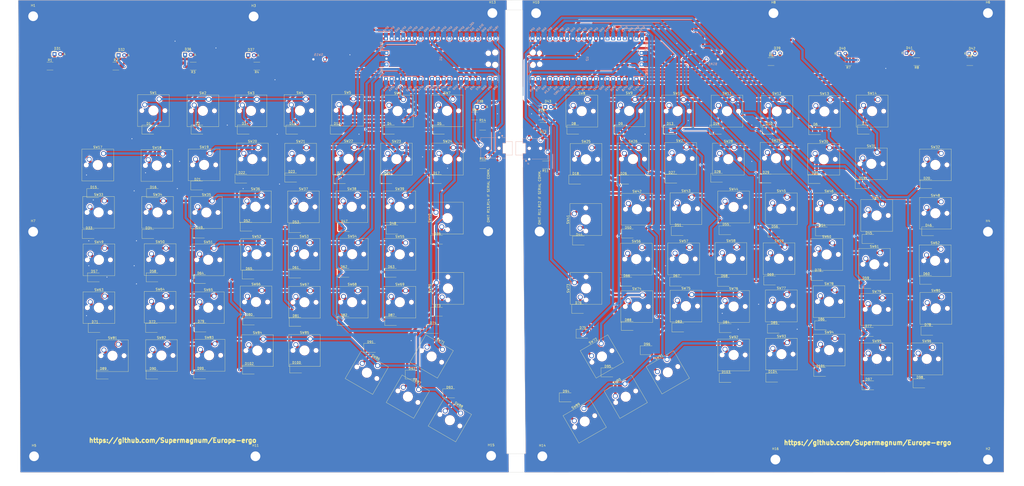
<source format=kicad_pcb>
(kicad_pcb (version 20221018) (generator pcbnew)
  (layers (0 "F.Cu" signal) (31 "B.Cu" signal) (34 "B.Paste" user) (35 "F.Paste" user) (36 "B.SilkS" user "B.Silkscreen") (37 "F.SilkS" user "F.Silkscreen") (38 "B.Mask" user) (39 "F.Mask" user) (44 "Edge.Cuts" user))
  (net 0 "")
  (net 1 "COL1R")
  (net 2 "Net-(D1-A)")
  (net 3 "Net-(D2-A)")
  (net 4 "Net-(D3-A)")
  (net 5 "Net-(D4-A)")
  (net 6 "Net-(D5-A)")
  (net 7 "Net-(D6-A)")
  (net 8 "COL2R")
  (net 9 "Net-(D7-A)")
  (net 10 "Net-(D8-A)")
  (net 11 "Net-(D9-A)")
  (net 12 "Net-(D10-A)")
  (net 13 "Net-(D11-A)")
  (net 14 "Net-(D12-A)")
  (net 15 "COL3R")
  (net 16 "Net-(D13-A)")
  (net 17 "Net-(D14-A)")
  (net 18 "Net-(D15-A)")
  (net 19 "Net-(D16-A)")
  (net 20 "Net-(D17-A)")
  (net 21 "Net-(D18-A)")
  (net 22 "COL4R")
  (net 23 "Net-(D19-A)")
  (net 24 "Net-(D20-A)")
  (net 25 "Net-(D21-A)")
  (net 26 "Net-(D22-A)")
  (net 27 "Net-(D23-A)")
  (net 28 "Net-(D24-A)")
  (net 29 "COL5R")
  (net 30 "Net-(D25-A)")
  (net 31 "Net-(D26-A)")
  (net 32 "Net-(D27-A)")
  (net 33 "Net-(D28-A)")
  (net 34 "Net-(D29-A)")
  (net 35 "Net-(D30-A)")
  (net 36 "COL6R")
  (net 37 "Net-(D31-K)")
  (net 38 "Net-(D32-K)")
  (net 39 "Net-(D33-A)")
  (net 40 "Net-(D34-A)")
  (net 41 "Net-(D35-A)")
  (net 42 "Net-(D36-K)")
  (net 43 "COL7R")
  (net 44 "Net-(D37-K)")
  (net 45 "Net-(D38-K)")
  (net 46 "Net-(D39-K)")
  (net 47 "Net-(D40-K)")
  (net 48 "Net-(D41-K)")
  (net 49 "COL8R")
  (net 50 "Net-(D44-A)")
  (net 51 "Net-(D45-A)")
  (net 52 "Arrow-Right")
  (net 53 "Net-(D46-A)")
  (net 54 "Net-(D47-A)")
  (net 55 "Net-(D48-A)")
  (net 56 "PWM4R")
  (net 57 "Net-(D49-A)")
  (net 58 "PWM3R")
  (net 59 "Net-(D50-A)")
  (net 60 "PWM2R")
  (net 61 "Net-(D51-A)")
  (net 62 "PWM1R")
  (net 63 "Net-(D52-A)")
  (net 64 "PWM4")
  (net 65 "Net-(D53-A)")
  (net 66 "PWM3")
  (net 67 "Net-(D54-A)")
  (net 68 "PWM2")
  (net 69 "Net-(D55-A)")
  (net 70 "PWM1")
  (net 71 "Arrow-Left")
  (net 72 "Net-(D56-A)")
  (net 73 "Net-(D57-A)")
  (net 74 "COL8")
  (net 75 "Net-(D58-A)")
  (net 76 "Net-(D59-A)")
  (net 77 "Net-(D60-A)")
  (net 78 "Net-(D61-A)")
  (net 79 "COL7")
  (net 80 "Net-(D62-A)")
  (net 81 "Net-(D63-A)")
  (net 82 "Net-(D64-A)")
  (net 83 "Net-(D65-A)")
  (net 84 "Net-(D66-A)")
  (net 85 "COL6")
  (net 86 "Net-(D67-A)")
  (net 87 "Net-(D68-A)")
  (net 88 "Net-(D69-A)")
  (net 89 "Net-(D70-A)")
  (net 90 "Net-(D71-A)")
  (net 91 "Net-(D72-A)")
  (net 92 "COL5")
  (net 93 "Net-(D73-A)")
  (net 94 "Net-(D74-A)")
  (net 95 "Net-(D75-A)")
  (net 96 "Net-(D76-A)")
  (net 97 "Net-(D77-A)")
  (net 98 "Net-(D78-A)")
  (net 99 "COL4")
  (net 100 "Net-(D79-A)")
  (net 101 "Net-(D80-A)")
  (net 102 "Net-(D81-A)")
  (net 103 "Net-(D82-A)")
  (net 104 "Net-(D83-A)")
  (net 105 "Net-(D84-A)")
  (net 106 "COL3")
  (net 107 "Net-(D85-A)")
  (net 108 "Net-(D86-A)")
  (net 109 "Net-(D87-A)")
  (net 110 "Net-(D88-A)")
  (net 111 "Net-(D89-A)")
  (net 112 "Net-(D90-A)")
  (net 113 "COL2")
  (net 114 "Net-(D91-A)")
  (net 115 "Net-(D92-A)")
  (net 116 "Net-(D93-A)")
  (net 117 "Net-(D94-A)")
  (net 118 "Net-(D95-A)")
  (net 119 "Net-(D96-A)")
  (net 120 "COL1")
  (net 121 "Net-(D97-A)")
  (net 122 "Net-(D98-A)")
  (net 123 "Net-(D99-A)")
  (net 124 "Net-(D100-A)")
  (net 125 "Net-(D101-A)")
  (net 126 "Net-(D102-A)")
  (net 127 "sdaR")
  (net 128 "sclR")
  (net 129 "VCCR")
  (net 130 "SDA I2C0")
  (net 131 "SCL I2C0")
  (net 132 "ROW1")
  (net 133 "ROW2")
  (net 134 "ROW3")
  (net 135 "ROW5")
  (net 136 "ROW4")
  (net 137 "ROW6")
  (net 138 "Net-(U1-RUN)")
  (net 147 "PWM5")
  (net 158 "Net-(D42-K)")
  (net 160 "ROW1R")
  (net 161 "ROW2R")
  (net 162 "ROW3R")
  (net 163 "ROW5R")
  (net 164 "ROW4R")
  (net 165 "ROW6R")
  (net 166 "GNDR")
  (net 167 "GNDL")
  (net 168 "VCCL")
  (net 169 "/RUN")
  (net 170 "Net-(D43-K)")
  (net 171 "PWM5R")
  (net 172 "Net-(D103-A)")
  (net 173 "Net-(D104-A)")
  (footprint "Diode_SMD:D_1812_4532Metric" (layer "F.Cu") (at 426.86 171.76)
    (fp_text reference "D85")
    (fp_text value "1N4148")
  )
  (footprint "Diode_SMD:D_1812_4532Metric" (layer "F.Cu") (at 153.19 192)
    (fp_text reference "D90")
    (fp_text value "1N4148")
  )
  (footprint "Diode_SMD:D_1812_4532Metric" (layer "F.Cu") (at 267.38 192)
    (fp_text reference "D92")
    (fp_text value "1N4148")
  )
  (footprint "MountingHole:MountingHole_4.3mm_M4_DIN965_Pad" (layer "F.Cu") (at 302.75 32.6)
    (fp_text reference "H13")
    (fp_text value "MountingHole_Pad")
  )
  (footprint "Diode_SMD:D_1812_4532Metric" (layer "F.Cu") (at 193.4 84)
    (fp_text reference "D3")
    (fp_text value "1N4148")
  )
  (footprint "Diode_SMD:D_1812_4532Metric" (layer "F.Cu") (at 192.36 105.6)
    (fp_text reference "D22")
    (fp_text value "1N4148")
  )
  (footprint "Button_Switch_Keyboard:SW_Cherry_MX_1.50u_PCB" (layer "F.Cu") (at 338.82 121.08 90)
    (fp_text reference "SW41")
    (fp_text value "MX1A-G1NN")
  )
  (footprint "Button_Switch_Keyboard:SW_Cherry_MX_1.00u_PCB" (layer "F.Cu") (at 158.96 157.2)
    (fp_text reference "SW64")
    (fp_text value "MX1A-G1NN")
  )
  (footprint "Button_Switch_Keyboard:SW_Cherry_MX_1.50u_PCB" (layer "F.Cu") (at 500.395 115.8)
    (fp_text reference "SW48")
    (fp_text value "MX1A-G1NN")
  )
  (footprint "Diode_SMD:D_1812_4532Metric" (layer "F.Cu") (at 353.55 191)
    (fp_text reference "D95")
    (fp_text value "1N4148")
  )
  (footprint "Diode_SMD:D_1812_4532Metric" (layer "F.Cu") (at 335.19 202)
    (fp_text reference "D94")
    (fp_text value "1N4148")
  )
  (footprint "MountingHole:MountingHole_4.3mm_M4_DIN965_Pad" (layer "F.Cu") (at 521 32.6)
    (fp_text reference "H6")
    (fp_text value "MountingHole_Pad")
  )
  (footprint "Diode_THT:D_DO-34_SOD68_P2.54mm_Vertical_KathodeUp" (layer "F.Cu") (at 512.73 50.44)
    (fp_text reference "D42")
    (fp_text value "LTL-4233 ")
  )
  (footprint "Button_Switch_Keyboard:SW_Cherry_MX_1.00u_PCB" (layer "F.Cu") (at 432.54 113.8)
    (fp_text reference "SW45")
    (fp_text value "MX1A-G1NN")
  )
  (footprint "Button_Switch_Keyboard:SW_Cherry_MX_1.00u_PCB" (layer "F.Cu") (at 411.54 156.88)
    (fp_text reference "SW76")
    (fp_text value "MX1A-G1NN")
  )
  (footprint "Diode_SMD:D_1812_4532Metric" (layer "F.Cu") (at 405.52 128.36)
    (fp_text reference "D55")
    (fp_text value "1N4148")
  )
  (footprint "Diode_SMD:D_1812_4532Metric" (layer "F.Cu") (at 152.96 171.38)
    (fp_text reference "D72")
    (fp_text value "1N4148")
  )
  (footprint "Button_Switch_Keyboard:SW_Cherry_MX_1.00u_PCB" (layer "F.Cu") (at 180.54 178.42)
    (fp_text reference "SW83")
    (fp_text value "MX1A-G1NN")
  )
  (footprint "Diode_SMD:D_1812_4532Metric" (layer "F.Cu") (at 341 132.92)
    (fp_text reference "D44")
    (fp_text value "1N4148")
  )
  (footprint "Button_Switch_Keyboard:SW_Cherry_MX_1.50u_PCB" (layer "F.Cu") (at 500.295 136.72)
    (fp_text reference "SW62")
    (fp_text value "MX1A-G1NN")
  )
  (footprint "Resistor_SMD:R_1812_4532Metric" (layer "F.Cu") (at 136.92 56)
    (fp_text reference "R2")
    (fp_text value "330")
  )
  (footprint "Button_Switch_Keyboard:SW_Cherry_MX_1.00u_PCB" (layer "F.Cu") (at 474.54 116.76)
    (fp_text reference "SW47")
    (fp_text value "MX1A-G1NN")
  )
  (footprint "MountingHole:MountingHole_4.3mm_M4_DIN965_Pad" (layer "F.Cu") (at 100.9 228)
    (fp_text reference "H5")
    (fp_text value "MountingHole_Pad")
  )
  (footprint "Button_Switch_Keyboard:SW_Cherry_MX_1.00u_PCB" (layer "F.Cu") (at 379.6597 185.3306 30)
    (fp_text reference "SW91")
    (fp_text value "MX1A-G1NN")
  )
  (footprint "Button_Switch_Keyboard:SW_Cherry_MX_1.00u_PCB" (layer "F.Cu") (at 390.54 156.72)
    (fp_text reference "SW75")
    (fp_text value "MX1A-G1NN")
  )
  (footprint "MountingHole:MountingHole_4.3mm_M4_DIN965_Pad" (layer "F.Cu") (at 100.5 34)
    (fp_text reference "H1")
    (fp_text value "MountingHole_Pad")
  )
  (footprint "Resistor_SMD:R_1812_4532Metric" (layer "F.Cu") (at 298.46 82.5)
    (fp_text reference "R14")
    (fp_text value "4.7K")
  )
  (footprint "Button_Switch_Keyboard:SW_Cherry_MX_1.50u_PCB" (layer "F.Cu") (at 277.92 120.46 90)
    (fp_text reference "SW40")
    (fp_text value "MX1A-G1NN")
  )
  (footprint "Diode_SMD:D_1812_4532Metric" (layer "F.Cu") (at 151.4 130)
    (fp_text reference "D34")
    (fp_text value "1N4148")
  )
  (footprint "Button_Switch_Keyboard:SW_Cherry_MX_1.00u_PCB" (layer "F.Cu") (at 473.54 138.3)
    (fp_text reference "SW61")
    (fp_text value "MX1A-G1NN")
  )
  (footprint "Resistor_SMD:R_1812_4532Metric" (layer "F.Cu") (at 171 56 180)
    (fp_text reference "R3")
    (fp_text value "330")
  )
  (footprint "Diode_SMD:D_1812_4532Metric" (layer "F.Cu") (at 173.69 129.8)
    (fp_text reference "D49")
    (fp_text value "1N4148")
  )
  (footprint "Button_Switch_Keyboard:SW_Cherry_MX_1.00u_PCB" (layer "F.Cu") (at 451.54 70.92)
    (fp_text reference "SW13")
    (fp_text value "MX1A-G1NN")
  )
  (footprint "Button_Switch_Keyboard:SW_Cherry_MX_1.00u_PCB" (layer "F.Cu") (at 264.46 112.92)
    (fp_text reference "SW39")
    (fp_text value "MX1A-G1NN")
  )
  (footprint "Button_Switch_Keyboard:SW_Cherry_MX_1.00u_PCB" (layer "F.Cu") (at 200.96 112.92)
    (fp_text reference "SW36")
    (fp_text value "MX1A-G1NN")
  )
  (footprint "MountingHole:MountingHole_4.3mm_M4_DIN965_Pad" (layer "F.Cu") (at 427.4 229.45)
    (fp_text reference "H16")
    (fp_text value "MountingHole_Pad")
  )
  (footprint "Diode_SMD:D_1812_4532Metric" (layer "F.Cu") (at 384.8 171.26)
    (fp_text reference "D83")
    (fp_text value "1N4148")
  )
  (footprint "Diode_SMD:D_1812_4532Metric" (layer "F.Cu") (at 195.66 189.8)
    (fp_text reference "D102")
    (fp_text value "1N4148")
  )
  (footprint "Diode_SMD:D_1812_4532Metric" (layer "F.Cu") (at 279.38 84)
    (fp_text reference "D5")
    (fp_text value "1N4148")
  )
  (footprint "Button_Switch_Keyboard:SW_Cherry_MX_1.00u_PCB" (layer "F.Cu") (at 430.21 91.53)
    (fp_text reference "SW29")
    (fp_text value "MX1A-G1NN")
  )
  (footprint "Diode_SMD:D_1812_4532Metric" (layer "F.Cu") (at 195.51 147.9)
    (fp_text reference "D65")
    (fp_text value "1N4148")
  )
  (footprint "Button_Switch_Keyboard:SW_Cherry_MX_1.00u_PCB" (layer "F.Cu") (at 410.35 135.76)
    (fp_text reference "SW58")
    (fp_text value "MX1A-G1NN")
  )
  (footprint "Button_Switch_Keyboard:SW_Cherry_MX_1.00u_PCB" (layer "F.Cu") (at 452.54 133.96)
    (fp_text reference "SW60")
    (fp_text value "MX1A-G1NN")
  )
  (footprint "Diode_SMD:D_1812_4532Metric" (layer "F.Cu") (at 174.2 191.9)
    (fp_text reference "D99")
    (fp_text value "1N4148")
  )
  (footprint "Button_Switch_Keyboard:SW_Cherry_MX_1.00u_PCB" (layer "F.Cu") (at 201.82 176.32)
    (fp_text reference "SW84")
    (fp_text value "MX1A-G1NN")
  )
  (footprint "MountingHole:MountingHole_4.3mm_M4_DIN965_Pad" (layer "F.Cu") (at 521 229.45)
    (fp_text reference "H2")
    (fp_text value "MountingHole_Pad")
  )
  (footprint "Button_Switch_Keyboard:SW_Cherry_MX_1.00u_PCB" (layer "F.Cu") (at 263.54 70.72)
    (fp_text reference "SW6")
    (fp_text value "MX1A-G1NN")
  )
  (footprint "Diode_SMD:D_1812_4532Metric" (layer "F.Cu") (at 362.55 129.84)
    (fp_text reference "D50")
    (fp_text value "1N4148")
  )
  (footprint "Diode_THT:D_A-405_P2.54mm_Vertical_AnodeUp" (layer "F.Cu") (at 296 74)
    (fp_text reference "D38")
    (fp_text value "LTL-4233 ")
  )
  (footprint "Button_Switch_Keyboard:SW_Cherry_MX_1.00u_PCB" (layer "F.Cu") (at 158.97 136.22)
    (fp_text reference "SW50")
    (fp_text value "MX1A-G1NN")
  )
  (footprint "Diode_SMD:D_1812_4532Metric" (layer "F.Cu") (at 258.92 128)
    (fp_text reference "D48")
    (fp_text value "1N4148")
  )
  (footprint "Button_Switch_Keyboard:SW_Cherry_MX_1.00u_PCB" (layer "F.Cu") (at 453.54 113.9)
    (fp_text reference "SW46")
    (fp_text value "MX1A-G1NN")
  )
  (footprint "Diode_SMD:D_1812_4532Metric" (layer "F.Cu") (at 153.38 112)
    (fp_text reference "D16")
    (fp_text value "1N4148")
  )
  (footprint "Diode_SMD:D_1812_4532Metric" (layer "F.Cu") (at 195.7 168.18)
    (fp_text reference "D80")
    (fp_text value "1N4148")
  )
  (footprint "Resistor_SMD:R_1812_4532Metric" (layer "F.Cu") (at 425.47 54)
    (fp_text reference "R6")
    (fp_text value "330")
  )
  (footprint "Button_Switch_Keyboard:SW_Cherry_MX_1.00u_PCB" (layer "F.Cu") (at 496.61 180)
    (fp_text reference "SW96")
    (fp_text value "MX1A-G1NN")
  )
  (footprint "Diode_SMD:D_1812_4532Metric" (layer "F.Cu") (at 283.8896 200.2847)
    (fp_text reference "D93")
    (fp_text value "1N4148")
  )
  (footprint "Diode_SMD:D_1812_4532Metric" (layer "F.Cu") (at 214.3 105.14)
    (fp_text reference "D23")
    (fp_text value "1N4148")
  )
  (footprint "Button_Switch_Keyboard:SW_Cherry_MX_1.00u_PCB" (layer "F.Cu") (at 411.54 113.02)
    (fp_text reference "SW44")
    (fp_text value "MX1A-G1NN")
  )
  (footprint "Diode_SMD:D_1812_4532Metric" (layer "F.Cu") (at 339.41 106.005)
    (fp_text reference "D18")
    (fp_text value "1N4148")
  )
  (footprint "Button_Switch_Keyboard:SW_Cherry_MX_1.00u_PCB" (layer "F.Cu") (at 157.84 115.42)
    (fp_text reference "SW34")
    (fp_text value "MX1A-G1NN")
  )
  (footprint "Button_Switch_Keyboard:SW_Cherry_MX_1.00u_PCB" (layer "F.Cu") (at 241.94 91.82)
    (fp_text reference "SW22")
    (fp_text value "MX1A-G1NN")
  )
  (footprint "Button_Switch_Keyboard:SW_Cherry_MX_1.00u_PCB" (layer "F.Cu") (at 157.54 94.72)
    (fp_text reference "SW18")
    (fp_text value "MX1A-G1NN")
  )
  (footprint "Diode_SMD:D_1812_4532Metric" (layer "F.Cu") (at 127.41 149.1)
    (fp_text reference "D57")
    (fp_text value "1N4148")
  )
  (footprint "Button_Switch_Keyboard:SW_Cherry_MX_1.50u_PCB" (layer "F.Cu") (at 500.595 157.72)
    (fp_text reference "SW80")
    (fp_text value "MX1A-G1NN")
  )
  (footprint "Button_Switch_Keyboard:SW_Cherry_MX_1.50u_PCB" (layer "F.Cu") (at 131.5 94.52)
    (fp_text reference "SW17")
    (fp_text value "MX1A-G1NN")
  )
  (footprint "Diode_SMD:D_1812_4532Metric" (layer "F.Cu") (at 467.19 152.04)
    (fp_text reference "D59")
    (fp_text value "1N4148")
  )
  (footprint "Button_Switch_Keyboard:SW_Cherry_MX_1.00u_PCB" (layer "F.Cu") (at 177.8 70.62)
    (fp_text reference "SW2")
    (fp_text value "MX1A-G1NN")
  )
  (footprint "Diode_SMD:D_1812_4532Metric" (layer "F.Cu") (at 237.39 147.1)
    (fp_text reference "D62")
    (fp_text value "1N4148")
  )
  (footprint "Diode_SMD:D_1812_4532Metric" (layer "F.Cu") (at 362.52 170.525)
    (fp_text reference "D88")
    (fp_text value "1N4148")
  )
  (footprint "Button_Switch_Keyboard:SW_Cherry_MX_1.00u_PCB" (layer "F.Cu") (at 368.97 114)
    (fp_text reference "SW42")
    (fp_text value "MX1A-G1NN")
  )
  (footprint "Diode_SMD:D_1812_4532Metric" (layer "F.Cu") (at 237.54 127)
    (fp_text reference "D47")
    (fp_text value "1N4148")
  )
  (footprint "Diode_SMD:D_1812_4532Metric" (layer "F.Cu") (at 127.11 112)
    (fp_text reference "D15")
    (fp_text value "1N4148")
  )
  (footprint "Diode_SMD:D_1812_4532Metric" (layer "F.Cu") (at 127.7 171.38)
    (fp_text reference "D71")
    (fp_text value "1N4148")
  )
  (footprint "Resistor_SMD:R_1812_4532Metric" (layer "F.Cu") (at 489.63 54 180)
    (fp_text reference "R8")
    (fp_text value "330")
  )
  (footprint "Diode_SMD:D_1812_4532Metric" (layer "F.Cu") (at 194.63 126.8)
    (fp_text reference "D52")
    (fp_text value "1N4148")
  )
  (footprint "Button_Switch_Keyboard:SW_Cherry_MX_1.00u_PCB" (layer "F.Cu") (at 365.54 70.66)
    (fp_text reference "SW9")
    (fp_text value "MX1A-G1NN")
  )
  (footprint "Diode_SMD:D_1812_4532Metric" (layer "F.Cu") (at 494.045 108.065)
    (fp_text reference "D20")
    (fp_text value "1N4148")
  )
  (footprint "Button_Switch_Keyboard:SW_Cherry_MX_1.00u_PCB" (layer "F.Cu") (at 178.35 94.46)
    (fp_text reference "SW19")
    (fp_text value "MX1A-G1NN")
  )
  (footprint "MountingHole:MountingHole_4.3mm_M4_DIN965_Pad" (layer "F.Cu") (at 322 32.65)
    (fp_text reference "H10")
    (fp_text value "MountingHole_Pad")
  )
  (footprint "Diode_SMD:D_1812_4532Metric" (layer "F.Cu") (at 361.93 151.04)
    (fp_text reference "D66")
    (fp_text value "1N4148")
  )
  (footprint "Diode_SMD:D_1812_4532Metric" (layer "F.Cu") (at 383.8 151.04)
    (fp_text reference "D67")
    (fp_text value "1N4148")
  )
  (footprint "Diode_SMD:D_1812_4532Metric" (layer "F.Cu") (at 426.17 193.34)
    (fp_text reference "D104")
    (fp_text value "1N4148")
  )
  (footprint "Button_Switch_Keyboard:SW_Cherry_MX_1.50u_PCB" (layer "F.Cu") (at 278.1 151.46 90)
    (fp_text reference "SW70")
    (fp_text value "MX1A-G1NN")
  )
  (footprint "Diode_SMD:D_1812_4532Metric" (layer "F.Cu") (at 278.52 164.28)
    (fp_text reference "D73")
    (fp_text value "1N4148")
  )
  (footprint "Diode_SMD:D_1812_4532Metric" (layer "F.Cu") (at 447.62 170.26)
    (fp_text reference "D86")
    (fp_text value "1N4148")
  )
  (footprint "Button_Switch_Keyboard:SW_Cherry_MX_1.00u_PCB" (layer "F.Cu") (at 408.62 70.78)
    (fp_text reference "SW11")
    (fp_text value "MX1A-G1NN")
  )
  (footprint "Diode_SMD:D_1812_4532Metric" (layer "F.Cu") (at 401.86 105.225)
    (fp_text reference "D28")
    (fp_text value "1N4148")
  )
  (footprint "Resistor_SMD:R_1812_4532Metric" (layer "F.Cu") (at 107.92 56)
    (fp_text reference "R1")
    (fp_text value "330")
  )
  (footprint "Button_Switch_Keyboard:SW_Cherry_MX_1.00u_PCB" (layer "F.Cu") (at 343.0697 206.9906 30)
    (fp_text reference "SW89")
    (fp_text value "MX1A-G1NN")
  )
  (footprint "Diode_THT:D_DO-34_SOD68_P2.54mm_Vertical_KathodeUp" (layer "F.Cu") (at 455.6147 50.44)
    (fp_text reference "D40")
    (fp_text value "LTL-4233 ")
  )
  (footprint "Button_Switch_Keyboard:SW_Cherry_MX_1.00u_PCB" (layer "F.Cu") (at 453.61 176.1)
    (fp_text reference "SW94")
    (fp_text value "MX1A-G1NN")
  )
  (footprint "Diode_SMD:D_1812_4532Metric" (layer "F.Cu") (at 444.86 105.74)
    (fp_text reference "D30")
    (fp_text value "1N4148")
  )
  (footprint "Button_Switch_Keyboard:SW_Cherry_MX_1.00u_PCB" (layer "F.Cu") (at 156 70.52)
    (fp_text reference "SW1")
    (fp_text value "MX1A-G1NN")
  )
  (footprint "MountingHole:MountingHole_4.3mm_M4_DIN965_Pad" (layer "F.Cu") (at 426.55 32.65)
    (fp_text reference "H8")
    (fp_text value "MountingHole_Pad")
  )
  (footprint "Button_Switch_Keyboard:SW_Cherry_MX_1.00u_PCB" (layer "F.Cu") (at 222.38 133.86)
    (fp_text reference "SW53")
    (fp_text value "MX1A-G1NN")
  )
  (footprint "Button_Switch_Keyboard:SW_Cherry_MX_1.00u_PCB" (layer "F.Cu") (at 368.67 136)
    (fp_text reference "SW56")
    (fp_text value "MX1A-G1NN")
  )
  (footprint "Diode_SMD:D_1812_4532Metric" (layer "F.Cu") (at 493.945 150.205)
    (fp_text reference "D60")
    (fp_text value "1N4148")
  )
  (footprint "Button_Switch_Keyboard:SW_Cherry_MX_1.00u_PCB" (layer "F.Cu") (at 350.6597 178.3306 30)
    (fp_text reference "SW72")
    (fp_text value "MX1A-G1NN")
  )
  (footprint "Button_Switch_Keyboard:SW_Cherry_MX_1.00u_PCB" (layer "F.Cu") (at 453.54 154.72)
    (fp_text reference "SW78")
    (fp_text value "MX1A-G1NN")
  )
  (footprint "Diode_SMD:D_1812_4532Metric" (layer "F.Cu") (at 258.19 147.1)
    (fp_text reference "D63")
    (fp_text value "1N4148")
  )
  (footprint "Diode_SMD:D_1812_4532Metric" (layer "F.Cu") (at 384.52 128.7)
    (fp_text reference "D51")
    (fp_text value "1N4148")
  )
  (footprint "Button_Switch_Keyboard:SW_Cherry_MX_1.00u_PCB" (layer "F.Cu") (at 432.54 156.64)
    (fp_text reference "SW77")
    (fp_text value "MX1A-G1NN")
  )
  (footprint "Button_Switch_Keyboard:SW_Cherry_MX_1.00u_PCB" (layer "F.Cu") (at 409.21 91.92)
    (fp_text reference "SW28")
    (fp_text value "MX1A-G1NN")
  )
  (footprint "Diode_SMD:D_1812_4532Metric" (layer "F.Cu") (at 381 84)
    (fp_text reference "D13")
    (fp_text value "1N4148")
  )
  (footprint "Diode_THT:D_A-405_P2.54mm_Vertical_AnodeUp" (layer "F.Cu") (at 138.1 51.2)
    (fp_text reference "D32")
    (fp_text value "LTL-4233 ")
  )
  (footprint "Button_Switch_Keyboard:SW_Cherry_MX_1.00u_PCB" (layer "F.Cu") (at 474.61 180)
    (fp_text reference "SW95")
    (fp_text value "MX1A-G1NN")
  )
  (footprint "Button_Switch_Keyboard:SW_Cherry_MX_1.00u_PCB" (layer "F.Cu") (at 199 70.62)
    (fp_text reference "SW3")
    (fp_text value "MX1A-G1NN")
  )
  (footprint "Diode_SMD:D_1812_4532Metric" (layer "F.Cu") (at 494.475 172.66)
    (fp_text reference "D78")
    (fp_text value "1N4148")
  )
  (footprint "Diode_SMD:D_1812_4532Metric" (layer "F.Cu") (at 234.38 84)
    (fp_text reference "D12")
    (fp_text value "1N4148")
  )
  (footprint "Diode_SMD:D_1812_4532Metric" (layer "F.Cu") (at 173 84)
    (fp_text reference "D2")
    (fp_text value "1N4148")
  )
  (footprint "Button_Switch_Keyboard:SW_Cherry_MX_1.00u_PCB" (layer "F.Cu") (at 285.34 70.62)
    (fp_text reference "SW7")
    (fp_text value "MX1A-G1NN")
  )
  (footprint "Button_Switch_Keyboard:SW_Cherry_MX_1.00u_PCB" (layer "F.Cu") (at 264.54 133.92)
    (fp_text reference "SW55")
    (fp_text value "MX1A-G1NN")
  )
  (footprint "Resistor_SMD:R_1812_4532Metric" (layer "F.Cu") (at 513.01 54)
    (fp_text reference "R9")
    (fp_text value "330")
  )
  (footprint "Diode_SMD:D_1812_4532Metric" (layer "F.Cu") (at 258.28 168.38)
    (fp_text reference "D87")
    (fp_text value "1N4148")
  )
  (footprint "Diode_SMD:D_1812_4532Metric" (layer "F.Cu") (at 216.14 127.34)
    (fp_text reference "D53")
    (fp_text value "1N4148")
  )
  (footprint "Button_Switch_Keyboard:SW_Cherry_MX_1.00u_PCB" (layer "F.Cu") (at 389.54 135.9)
    (fp_text reference "SW57")
    (fp_text value "MX1A-G1NN")
  )
  (footprint "Resistor_SMD:R_1812_4532Metric" (layer "F.Cu") (at 326.17 99.5 180)
    (fp_text reference "R11")
    (fp_text value "4.7K")
  )
  (footprint "MountingHole:MountingHole_4.3mm_M4_DIN965_Pad" (layer "F.Cu") (at 302.2 227.8)
    (fp_text reference "H15")
    (fp_text value "MountingHole_Pad")
  )
  (footprint "MountingHole:MountingHole_4.3mm_M4_DIN965_Pad" (layer "F.Cu") (at 300.9 128.8)
    (fp_text reference "H9")
    (fp_text value "MountingHole_Pad")
  )
  (footprint "Diode_SMD:D_1812_4532Metric" (layer "F.Cu") (at 494.855 128.8)
    (fp_text reference "D46")
    (fp_text value "1N4148")
  )
  (footprint "Diode_SMD:D_1812_4532Metric" (layer "F.Cu") (at 257.38 84)
    (fp_text reference "D4")
    (fp_text value "1N4148")
  )
  (footprint "MountingHole:MountingHole_4.3mm_M4_DIN965_Pad" (layer "F.Cu") (at 100.5 129)
    (fp_text reference "H7")
    (fp_text value "MountingHole_Pad")
  )
  (footprint "Diode_SMD:D_1812_4532Metric" (layer "F.Cu") (at 447.29 190.84)
    (fp_text reference "D101")
    (fp_text value "1N4148")
  )
  (footprint "Diode_SMD:D_1812_4532Metric" (layer "F.Cu") (at 404.8625 151.1)
    (fp_text reference "D68")
    (fp_text value "1N4148")
  )
  (footprint "MountingHole:MountingHole_4.3mm_M4_DIN965_Pad" (layer "F.Cu") (at 521 129)
    (fp_text reference "H4")
    (fp_text value "MountingHole_Pad")
  )
  (footprint "Diode_SMD:D_1812_4532Metric" (layer "F.Cu") (at 237.38 168.38)
    (fp_text reference "D82")
    (fp_text value "1N4148")
  )
  (footprint "Button_Switch_Keyboard:SW_Cherry_MX_1.00u_PCB" (layer "F.Cu") (at 472.54 70.76)
    (fp_text reference "SW14")
    (fp_text value "MX1A-G1NN")
  )
  (footprint "Diode_SMD:D_1812_4532Metric" (layer "F.Cu") (at 465.56 108.005)
    (fp_text reference "D19")
    (fp_text value "1N4148")
  )
  (footprint "Button_Switch_Keyboard:SW_Cherry_MX_1.00u_PCB" (layer "F.Cu") (at 201.46 133.92)
    (fp_text reference "SW52")
    (fp_text value "MX1A-G1NN")
  )
  (footprint "Diode_SMD:D_1812_4532Metric" (layer "F.Cu") (at 466.52 84)
    (fp_text reference "D7")
    (fp_text value "1N4148")
  )
  (footprint "Diode_SMD:D_1812_4532Metric" (layer "F.Cu") (at 425.2 150.54)
    (fp_text reference "D69")
    (fp_text value "1N4148")
  )
  (footprint "Diode_SMD:D_1812_4532Metric" (layer "F.Cu") (at 342.56 173.9706)
    (fp_text reference "D75")
    (fp_text value "1N4148")
  )
  (footprint "Diode_THT:D_DO-34_SOD68_P2.54mm_Vertical_KathodeUp" (layer "F.Cu") (at 426.9147 50.34)
    (fp_text reference "D39")
    (fp_text value "LTL-4233 ")
  )
  (footprint "Button_Switch_Keyboard:SW_Cherry_MX_1.00u_PCB" (layer "F.Cu") (at 280.7397 180.8706 -30)
    (fp_text reference "SW71")
    (fp_text value "MX1A-G1NN")
  )
  (footprint "Button_Switch_Keyboard:SW_Cherry_MX_1.00u_PCB" (layer "F.Cu") (at 222.54 155.04)
    (fp_text reference "SW67")
    (fp_text value "MX1A-G1NN")
  )
  (footprint "Button_Switch_Keyboard:SW_Cherry_MX_1.50u_PCB" (layer "F.Cu") (at 132 136.32)
    (fp_text reference "SW49")
    (fp_text value "MX1A-G1NN")
  )
  (footprint "Button_Switch_Keyboard:SW_Cherry_MX_1.00u_PCB" (layer "F.Cu") (at 220.84 91.96)
    (fp_text reference "SW21")
    (fp_text value "MX1A-G1NN")
  )
  (footprint "Button_Switch_Keyboard:SW_Cherry_MX_1.00u_PCB" (layer "F.Cu") (at 159.54 178.5)
    (fp_text reference "SW82")
    (fp_text value "MX1A-G1NN")
  )
  (footprint "MountingHole:MountingHole_4.3mm_M4_DIN965_Pad" (layer "F.Cu") (at 324.75 228)
    (fp_text reference "H14")
    (fp_text value "MountingHole_Pad")
  )
  (footprint "Diode_SMD:D_1812_4532Metric" (layer "F.Cu") (at 468.32 173.22)
    (fp_text reference "D77")
    (fp_text value "1N4148")
  )
  (footprint "Diode_SMD:D_1812_4532Metric" (layer "F.Cu") (at 174.39 171.18)
    (fp_text reference "D79")
    (fp_text value "1N4148")
  )
  (footprint "Button_Switch_Keyboard:SW_Cherry_MX_1.00u_PCB" (layer "F.Cu") (at 388.21 91.66)
    (fp_text reference "SW27")
    (fp_text value "MX1A-G1NN")
  )
  (footprint "Diode_THT:D_A-405_P2.54mm_Vertical_AnodeUp" (layer "F.Cu") (at 109.9 50.7)
    (fp_text reference "D31")
    (fp_text value "LTL-4233 ")
  )
  (footprint "Resistor_SMD:R_1812_4532Metric" (layer "F.Cu") (at 459.55 54 180)
    (fp_text reference "R7")
    (fp_text value "330")
  )
  (footprint "Diode_SMD:D_1812_4532Metric" (layer "F.Cu") (at 249 180.25)
    (fp_text reference "D91")
    (fp_text value "1N4148")
  )
  (footprint "Resistor_SMD:R_1812_4532Metric" (layer "F.Cu") (at 199 56 180)
    (fp_text reference "R4")
    (fp_text value "330")
  )
  (footprint "Diode_SMD:D_1812_4532Metric" (layer "F.Cu") (at 427.1 129.34)
    (fp_text reference "D56")
    (fp_text value "1N4148")
  )
  (footprint "Resistor_SMD:R_1812_4532Metric" (layer "F.Cu") (at 298.54 99.5)
    (fp_text reference "R13")
    (fp_text value "4.7K")
  )
  (footprint "Button_Switch_Keyboard:SW_Cherry_MX_1.50u_PCB" (layer "F.Cu") (at 500.395 94.46)
    (fp_text reference "SW32")
    (fp_text value "MX1A-G1NN")
  )
  (footprint "Button_Switch_Keyboard:SW_Cherry_MX_1.00u_PCB" (layer "F.Cu") (at 474.54 158.18)
    (fp_text reference "SW79")
    (fp_text value "MX1A-G1NN")
  )
  (footprint "Diode_SMD:D_1812_4532Metric" (layer "F.Cu") (at 131.36 192)
    (fp_text reference "D89")
    (fp_text value "1N4148")
  )
  (footprint "Button_Switch_Keyboard:SW_Cherry_MX_1.00u_PCB" (layer "F.Cu") (at 201.2 154.9)
    (fp_text reference "SW66")
    (fp_text value "MX1A-G1NN")
  )
  (footprint "Button_Switch_Keyboard:SW_Cherry_MX_1.50u_PCB" (layer "F.Cu") (at 132 157.4)
    (fp_text reference "SW63")
    (fp_text value "MX1A-G1NN")
  )
  (footprint "Resistor_SMD:R_1812_4532Metric" (layer "F.Cu") (at 325.09 82.5 180)
    (fp_text reference "R12")
    (fp_text value "4.7K")
  )
  (footprint "Button_Switch_Keyboard:SW_Cherry_MX_1.00u_PCB" (layer "F.Cu") (at 361.1297 196.0906 30)
    (fp_text reference "SW90")
    (fp_text value "MX1A-G1NN")
  )
  (footprint "Button_Switch_Keyboard:SW_Cherry_MX_1.00u_PCB" (layer "F.Cu") (at 411.54 178.26)
    (fp_text reference "SW92")
    (fp_text value "MX1A-G1NN")
  )
  (footprint "Diode_THT:D_A-405_P2.54mm_Vertical_AnodeUp" (layer "F.Cu") (at 326 74)
    (fp_text reference "D43")
    (fp_text value "LTL-4233 ")
  )
  (footprint "Button_Switch_Keyboard:SW_Cherry_MX_1.00u_PCB" (layer "F.Cu") (at 270.2797 198.5906 -30)
    (fp_text reference "SW87")
    (fp_text value "MX1A-G1NN")
  )
  (footprint "Diode_SMD:D_1812_4532Metric" (layer "F.Cu") (at 216.19 168.72)
    (fp_text reference "D81")
    (fp_text value "1N4148")
  )
  (footprint "Button_Switch_Keyboard:SW_Cherry_MX_1.00u_PCB" (layer "F.Cu") (at 220.54 70.52)
    (fp_text reference "SW4")
    (fp_text value "MX1A-G1NN")
  )
  (footprint "Button_Switch_Keyboard:SW_Cherry_MX_1.00u_PCB" (layer "F.Cu") (at 222.08 112.96)
    (fp_text reference "SW37")
    (fp_text value "MX1A-G1NN")
  )
  (footprint "Button_Switch_Keyboard:SW_Cherry_MX_1.50u_PCB" (layer "F.Cu") (at 131.86 115.42)
    (fp_text reference "SW33")
    (fp_text value "MX1A-G1NN")
  )
  (footprint "Button_Switch_Keyboard:SW_Cherry_MX_1.00u_PCB" (layer "F.Cu") (at 180.15 136.32)
    (fp_text reference "SW51")
    (fp_text value "MX1A-G1NN")
  )
  (footprint "Button_Switch_Keyboard:SW_Cherry_MX_1.00u_PCB" (layer "F.Cu") (at 241.54 70.42)
    (fp_text reference "SW5")
    (fp_text value "MX1A-G1NN")
  )
  (footprint "Diode_SMD:D_1812_4532Metric" (layer "F.Cu") (at 401.39 84)
    (fp_text reference "D14")
    (fp_text value "1N4148")
  )
  (footprint "Diode_SMD:D_1812_4532Metric" (layer "F.Cu") (at 216.11 147.44)
    (fp_text reference "D61")
    (fp_text value "1N4148")
  )
  (footprint "Button_Switch_Keyboard:SW_Cherry_MX_1.00u_PCB" (layer "F.Cu") (at 430.54 70.86)
    (fp_text reference "SW12")
    (fp_text value "MX1A-G1NN")
  )
  (footprint "Diode_SMD:D_1812_4532Metric" (layer "F.Cu") (at 370.86 181.24)
    (fp_text reference "D96")
    (fp_text value "1N4148")
  )
  (footprint "Diode_SMD:D_1812_4532Metric" (layer "F.Cu") (at 278.56 132.54)
    (fp_text reference "D35")
    (fp_text value "1N4148")
  )
  (footprint "MountingHole:MountingHole_4.3mm_M4_DIN965_Pad" (layer "F.Cu") (at 198.4 228)
    (fp_text reference "H11")
    (fp_text value "MountingHole_Pad")
  )
  (footprint "Button_Switch_Keyboard:SW_Cherry_MX_1.00u_PCB" (layer "F.Cu") (at 472.21 94)
    (fp_text reference "SW31")
    (fp_text value "MX1A-G1NN")
  )
  (footprint "Diode_SMD:D_1812_4532Metric" (layer "F.Cu") (at 381.76 105.565)
    (fp_text reference "D27")
    (fp_text value "1N4148")
  )
  (footprint "MountingHole:MountingHole_4.3mm_M4_DIN965_Pad" (layer "F.Cu") (at 323.55 128.9)
    (fp_text reference "H12")
    (fp_text value "MountingHole_Pad")
  )
  (footprint "Diode_SMD:D_1812_4532Metric" (layer "F.Cu") (at 468.5 132.2)
    (fp_text reference "D45")
    (fp_text value "1N4148")
  )
  (footprint "Button_Switch_Keyboard:SW_Cherry_MX_1.00u_PCB" (layer "F.Cu") (at 390.54 113.76)
    (fp_text reference "SW43")
    (fp_text value "MX1A-G1NN")
  )
  (footprint "Diode_SMD:D_1812_4532Metric" (layer "F.Cu") (at 125.1 130)
    (fp_text reference "D33")
    (fp_text value "1N4148")
  )
  (footprint "Diode_SMD:D_1812_4532Metric" (layer "F.Cu") (at 216.5 189.34)
    (fp_text reference "D100")
    (fp_text value "1N4148")
  )
  (footprint "Diode_SMD:D_1812_4532Metric" (layer "F.Cu") (at 214.8 84)
    (fp_text reference "D11")
    (fp_text value "1N4148")
  )
  (footprint "Button_Switch_Keyboard:SW_Cherry_MX_1.00u_PCB" (layer "F.Cu") (at 222.54 176.26)
    (fp_text reference "SW85")
    (fp_text value "MX1A-G1NN")
  )
  (footprint "Diode_SMD:D_1812_4532Metric" (layer "F.Cu") (at 338.55 84)
    (fp_text reference "D8")
    (fp_text value "1N4148")
  )
  (footprint "Diode_SMD:D_1812_4532Metric" (layer "F.Cu") (at 360.56 106.005)
    (fp_text reference "D26")
    (fp_text value "1N4148")
  )
  (footprint "Diode_THT:D_A-405_P2.54mm_Vertical_AnodeUp" (layer "F.Cu") (at 195.2 51.2)
    (fp_text reference "D37")
    (fp_text value "LTL-4233 ")
  )
  (footprint "Button_Switch_Keyboard:SW_Cherry_MX_1.00u_PCB" (layer "F.Cu") (at 344.67 70.76)
    (fp_text reference "SW8")
    (fp_text value "MX1A-G1NN")
  )
  (footprint "Diode_SMD:D_1812_4532Metric" (layer "F.Cu") (at 278.08 105.8)
    (fp_text reference "D17")
    (fp_text value "1N4148")
  )
  (footprint "Diode_SMD:D_1812_4532Metric" (layer "F.Cu") (at 359.19 84)
    (fp_text reference "D9")
    (fp_text value "1N4148")
  )
  (footprint "Button_Switch_Keyboard:SW_Cherry_MX_1.00u_PCB" (layer "F.Cu") (at 386.88 70.76)
    (fp_text reference "SW10")
    (fp_text value "MX1A-G1NN")
  )
  (footprint "Diode_SMD:D_1812_4532Metric" (layer "F.Cu") (at 174.18 149.9)
    (fp_text reference "D64")
    (fp_text value "1N4148")
  )
  (footprint "Diode_SMD:D_1812_4532Metric" (layer "F.Cu") (at 468.49 196.7)
    (fp_text reference "D97")
    (fp_text value "1N4148")
  )
  (footprint "Button_Switch_Keyboard:SW_Cherry_MX_1.00u_PCB" (layer "F.Cu") (at 243.54 155)
    (fp_text reference "SW68")
    (fp_text value "MX1A-G1NN")
  )
  (footprint "Button_Switch_Keyboard:SW_Cherry_MX_1.00u_PCB" (layer "F.Cu") (at 367.21 91.9)
    (fp_text reference "SW26")
    (fp_text value "MX1A-G1NN")
  )
  (footprint "Button_Switch_Keyboard:SW_Cherry_MX_1.00u_PCB" (layer "F.Cu") (at 285.54 91.92)
    (fp_text reference "SW24")
    (fp_text value "MX1A-G1NN")
  )
  (footprint "Diode_SMD:D_1812_4532Metric" (layer "F.Cu") (at 446.19 148.565)
    (fp_text reference "D70")
    (fp_text value "1N4148")
  )
  (footprint "Diode_SMD:D_1812_4532Metric" (layer "F.Cu") (at 340.64 163)
    (fp_text reference "D76")
    (fp_text value "1N4148")
  )
  (footprint "Button_Switch_Keyboard:SW_Cherry_MX_1.00u_PCB" (layer "F.Cu") (at 243.38 112.92)
    (fp_text reference "SW38")
    (fp_text value "MX1A-G1NN")
  )
  (footprint "Resistor_SMD:R_1812_4532Metric" (layer "F.Cu") (at 294.92 78)
    (fp_text reference "R5")
    (fp_text value "330")
  )
  (footprint "Button_Switch_Keyboard:SW_Cherry_MX_1.00u_PCB" (layer "F.Cu") (at 179.35 115.46)
    (fp_text reference "SW35")
    (fp_text value "MX1A-G1NN")
  )
  (footprint "Button_Switch_Keyboard:SW_Cherry_MX_1.00u_PCB" (layer "F.Cu") (at 138 178.6)
    (fp_text reference "SW81")
    (fp_text value "MX1A-G1NN")
  )
  (footprint "MountingHole:MountingHole_4.3mm_M4_DIN965_Pad" (layer "F.Cu") (at 197.6 34.1)
    (fp_text reference "H3")
    (fp_text value "MountingHole_Pad")
  )
  (footprint "Diode_SMD:D_1812_4532Metric" (layer "F.Cu") (at 172.9 108.6)
    (fp_text reference "D21")
    (fp_text value "1N4148")
  )
  (footprint "Diode_SMD:D_1812_4532Metric" (layer "F.Cu") (at 153.22 149.1)
    (fp_text reference "D58")
    (fp_text value "1N4148")
  )
  (footprint "Button_Switch_Keyboard:SW_Cherry_MX_1.00u_PCB" (layer "F.Cu") (at 199.62 91.92)
    (fp_text reference "SW20")
    (fp_text value "MX1A-G1NN")
  )
  (footprint "Diode_SMD:D_1812_4532Metric" (layer "F.Cu") (at 405.62 193.47)
    (fp_text reference "D103")
    (fp_text value "1N4148")
  )
  (footprint "Button_Switch_Keyboard:SW_Cherry_MX_1.00u_PCB" (layer "F.Cu") (at 288.7693 208.9753 -30)
    (fp_text reference "SW88")
    (fp_text value "MX1A-G1NN")
  )
  (footprint "Diode_SMD:D_1812_4532Metric" (layer "F.Cu") (at 490.97 195.84)
    (fp_text reference "D98")
    (fp_text value "1N4148")
  )
  (footprint "Button_Switch_Keyboard:SW_Cherry_MX_1.00u_PCB" (layer "F.Cu") (at 252.1997 188.0406 -30)
    (fp_text reference "SW86")
    (fp_text value "MX1A-G1NN")
  )
  (footprint "Button_Switch_Keyboard:SW_Cherry_MX_1.00u_PCB" (layer "F.Cu") (at 263.04 91.92)
    (fp_text reference "SW23")
    (fp_text value "MX1A-G1NN")
  )
  (footprint "Button_Switch_Keyboard:SW_Cherry_MX_1.50u_PCB" (layer "F.Cu") (at 338.92 151.46 90)
    (fp_text reference "SW73")
    (fp_text value "MX1A-G1NN")
  )
  (footprint "Button_Switch_Keyboard:SW_Cherry_MX_1.00u_PCB" (layer "F.Cu") (at 243.56 133.82)
    (fp_text reference "SW54")
    (fp_text value "MX1A-G1NN")
  )
  (footprint "Button_Switch_Keyboard:SW_Cherry_MX_1.00u_PCB" (layer "F.Cu") (at 264.54 155)
    (fp_text reference "SW69")
    (fp_text value "MX1A-G1NN")
  )
  (footprint "Diode_SMD:D_1812_4532Metric" (layer "F.Cu") (at 448.02 128.84)
    (fp_text reference "D54")
    (fp_text value "1N4148")
  )
  (footprint "Diode_SMD:D_1812_4532Metric" (layer "F.Cu") (at 424.65 84)
    (fp_text reference "D10")
    (fp_text value "1N4148")
  )
  (footprint "Button_Switch_Keyboard:SW_Cherry_MX_1.00u_PCB" (layer "F.Cu") (at 368.87 156.92)
    (fp_text reference "SW74")
    (fp_text value "MX1A-G1NN")
  )
  (footprint "Diode_SMD:D_1812_4532Metric" (layer "F.Cu") (at 423.26 105.505)
    (fp_text reference "D29")
    (fp_text value "1N4148")
  )
  (footprint "Diode_SMD:D_1812_4532Metric" (layer "F.Cu") (at 256.28 105.8)
    (fp_text reference "D25")
    (fp_text value "1N4148")
  )
  (footprint "Button_Switch_Keyboard:SW_Cherry_MX_1.00u_PCB" (layer "F.Cu") (at 432.61 177.9)
    (fp_text reference "SW93")
    (fp_text value "MX1A-G1NN")
  )
  (footprint "Diode_SMD:D_1812_4532Metric" (layer "F.Cu") (at 151.38 84)
    (fp_text reference "D1")
    (fp_text value "1N4148")
  )
  (footprint "Diode_SMD:D_1812_4532Metric" (layer "F.Cu") (at 235.8 105.8)
    (fp_text reference "D24")
    (fp_text value "1N4148")
  )
  (footprint "Button_Switch_Keyboard:SW_Cherry_MX_1.00u_PCB" (layer "F.Cu") (at 180.2 157.4)
    (fp_text reference "SW65")
    (fp_text value "MX1A-G1NN")
  )
  (footprint "Diode_SMD:D_1812_4532Metric" (layer "F.Cu") (at 445.05 84.26)
    (fp_text reference "D6")
    (fp_text value "1N4148")
  )
  (footprint "Diode_SMD:D_1812_4532Metric" (layer "F.Cu") (at 276.66 171.88)
    (fp_text reference "D74")
    (fp_text value "1N4148")
  )
  (footprint "Diode_THT:D_A-405_P2.54mm_Vertical_AnodeUp" (layer "F.Cu") (at 167.4 51)
    (fp_text reference "D36")
    (fp_text value "LTL-4233 ")
  )
  (footprint "Button_Switch_Keyboard:SW_Cherry_MX_1.00u_PCB" (layer "F.Cu") (at 451.21 92)
    (fp_text reference "SW30")
    (fp_text value "MX1A-G1NN")
  )
  (footprint "Diode_THT:D_DO-34_SOD68_P2.54mm_Vertical_KathodeUp" (layer "F.Cu") (at 485.1147 50.24)
    (fp_text reference "D41")
    (fp_text value "LTL-4233 ")
  )
  (footprint "Diode_SMD:D_1812_4532Metric" (layer "F.Cu") (at 405.72 171.52)
    (fp_text reference "D84")
    (fp_text value "1N4148")
  )
  (footprint "Button_Switch_Keyboard:SW_Cherry_MX_1.00u_PCB" (layer "F.Cu") (at 431.54 135.8)
    (fp_text reference "SW59")
    (fp_text value "MX1A-G1NN")
  )
  (footprint "Resistor_SMD:R_1812_4532Metric" (layer "F.Cu") (at 324.46 78)
    (fp_text reference "R10")
    (fp_text value "330")
  )
  (footprint "Button_Switch_Keyboard:SW_Cherry_MX_1.00u_PCB" (layer "F.Cu") (at 346.54 92)
    (fp_text reference "SW25")
    (fp_text value "MX1A-G1NN")
  )
  (footprint "switch:switch_P5.08mm" (layer "B.Cu") (at 397.01 53)
    (fp_text reference "SW16")
    (fp_text value "800SP9B6M2RE")
  )
  (footprint "switch:CUI_SJ-43514" (layer "B.Cu") (at 321.575 92.25)
    (fp_text reference "J2")
    (fp_text value " SJ-43514")
    (fp_line (start -5.5 -2.25) (end -5.5 -8.85) (stroke (width 0.01)) (layer "Edge.Cuts"))
    (fp_line (start -5.5 2.25) (end -4.2 2.25) (stroke (width 0.01)) (layer "Edge.Cuts"))
    (fp_line (start -5.5 8.35) (end -5.5 2.25) (stroke (width 0.01)) (layer "Edge.Cuts"))
    (fp_line (start -4.2 -2.25) (end -5.5 -2.25) (stroke (width 0.01)) (layer "Edge.Cuts"))
    (fp_line (start -4.2 2.25) (end -4.2 -2.25) (stroke (width 0.01)) (layer "Edge.Cuts"))
  )
  (footprint "MCU_RaspberryPi_and_Boards:RPi_Pico_SMD_TH" (layer "B.Cu") (at 280 52.725 90)
    (fp_text reference "U1")
    (fp_text value "SC0915")
  )
  (footprint "MCU_RaspberryPi_and_Boards:RPi_Pico_SMD_TH" (layer "B.Cu") (at 344.55 52.725 -90)
    (fp_text reference "U2")
    (fp_text value "SC0915")
  )
  (footprint "switch:switch_P5.08mm" (layer "B.Cu") (at 229 53 180)
    (fp_text reference "SW15")
    (fp_text value "800SP9B6M2RE")
  )
  (footprint "switch:CUI_SJ-43514" (layer "B.Cu") (at 303.07 92.23 180)
    (fp_text reference "J1")
    (fp_text value " SJ-43514")
    (fp_line (start -5.5 -2.25) (end -5.5 -8.85) (stroke (width 0.01)) (layer "Edge.Cuts"))
    (fp_line (start -5.5 2.25) (end -4.2 2.25) (stroke (width 0.01)) (layer "Edge.Cuts"))
    (fp_line (start -5.5 8.35) (end -5.5 2.25) (stroke (width 0.01)) (layer "Edge.Cuts"))
    (fp_line (start -4.2 -2.25) (end -5.5 -2.25) (stroke (width 0.01)) (layer "Edge.Cuts"))
    (fp_line (start -4.2 2.25) (end -4.2 -2.25) (stroke (width 0.01)) (layer "Edge.Cuts"))
  )
  (gr_line (start 308.57 83.88) (end 308.5 31.25) (stroke (width 0.1)) (layer "Edge.Cuts"))
  (gr_line (start 316.075 83.4) (end 316.05 31.25) (stroke (width 0.1)) (layer "Edge.Cuts"))
  (gr_line (start 313.45 226.85) (end 317.45 226.85) (stroke (width 0.1)) (layer "Edge.Cuts"))
  (gr_line (start 94 27) (end 308.5 27) (stroke (width 0.1)) (layer "Edge.Cuts"))
  (gr_line (start 528 235) (end 528.55 26.9) (stroke (width 0.1)) (layer "Edge.Cuts"))
  (gr_line (start 94.9 235.1) (end 94 27) (stroke (width 0.1)) (layer "Edge.Cuts"))
  (gr_line (start 313.45 226.85) (end 309 226.85) (stroke (width 0.1)) (layer "Edge.Cuts"))
  (gr_line (start 316.05 31.25) (end 308.5 31.25) (stroke (width 0.1)) (layer "Edge.Cuts"))
  (gr_line (start 528.55 26.9) (end 308.5 27) (stroke (width 0.1)) (layer "Edge.Cuts"))
  (gr_line (start 309.9 235.1) (end 528 235) (stroke (width 0.1)) (layer "Edge.Cuts"))
  (gr_line (start 308.57 101.08) (end 309 226.85) (stroke (width 0.1)) (layer "Edge.Cuts"))
  (gr_line (start 316.075 100.6) (end 317.45 226.85) (stroke (width 0.1)) (layer "Edge.Cuts"))
  (gr_line (start 309.9 235.1) (end 94.9 235.1) (stroke (width 0.1)) (layer "Edge.Cuts"))
  (gr_text "OMIT R11,R12 IF SERIAL COMM." (at 323.55 114 90) (layer "F.SilkS") (effects (font (size 1 1))))
  (gr_text "https://github.com/Supermagnum/Europe-ergo\n" (at 162 221) (layer "F.SilkS") (effects (font (size 2 2) (thickness 0.5))))
  (gr_text "https://github.com/Supermagnum/Europe-ergo" (at 468 222) (layer "F.SilkS") (effects (font (size 2 2) (thickness 0.5))))
  (gr_text "OMIT R13,R14 IF SERIAL COMM." (at 301 113 90) (layer "F.SilkS") (effects (font (size 1 1))))
  (segment (start 486.7771 127.0672) (end 490.9847 127.0672) (width 1.1) (layer "F.Cu") (net 1))
  (segment (start 464.1966 83.8141) (end 464.3825 84) (width 1.1) (layer "F.Cu") (net 1))
  (segment (start 450.8797 83.8141) (end 464.1966 83.8141) (width 1.1) (layer "F.Cu") (net 1))
  (segment (start 491.3527 150.6598) (end 491.8075 150.205) (width 1.1) (layer "F.Cu") (net 1))
  (segment (start 491.562 108.065) (end 490.0577 109.5693) (width 1.1) (layer "F.Cu") (net 1))
  (segment (start 491.9075 108.065) (end 491.562 108.065) (width 1.1) (layer "F.Cu") (net 1))
  (segment (start 486.7771 170.3203) (end 489.9978 170.3203) (width 1.1) (layer "F.Cu") (net 1))
  (segment (start 486.5259 193.9129) (end 486.9054 193.9129) (width 1.1) (layer "F.Cu") (net 1))
  (segment (start 489.9978 170.3203) (end 492.3375 172.66) (width 1.1) (layer "F.Cu") (net 1))
  (segment (start 490.9847 127.0672) (end 492.7175 128.8) (width 1.1) (layer "F.Cu") (net 1))
  (segment (start 486.7771 150.6598) (end 491.3527 150.6598) (width 1.1) (layer "F.Cu") (net 1))
  (segment (start 486.9054 193.9129) (end 488.8325 195.84) (width 1.1) (layer "F.Cu") (net 1))
  (via (at 450.8797 83.8141) (size 0.8) (drill 0.4) (layers "F.Cu" "B.Cu") (net 1))
  (via (at 486.5259 193.9129) (size 0.8) (drill 0.4) (layers "F.Cu" "B.Cu") (net 1))
  (via (at 490.0577 109.5693) (size 0.8) (drill 0.4) (layers "F.Cu" "B.Cu") (net 1))
  (via (at 486.7771 150.6598) (size 0.8) (drill 0.4) (layers "F.Cu" "B.Cu") (net 1))
  (via (at 486.7771 170.3203) (size 0.8) (drill 0.4) (layers "F.Cu" "B.Cu") (net 1))
  (via (at 486.7771 127.0672) (size 0.8) (drill 0.4) (layers "F.Cu" "B.Cu") (net 1))
  (segment (start 486.5259 170.5715) (end 486.5259 193.9129) (width 1.1) (layer "B.Cu") (net 1))
  (segment (start 328.04 43.835) (end 328.04 40.085) (width 1.1) (layer "B.Cu") (net 1))
  (segment (start 432.46 72.7102) (end 443.5639 83.8141) (width 1.1) (layer "B.Cu") (net 1))
  (segment (start 486.7771 127.0672) (end 486.7771 150.6598) (width 1.1) (layer "B.Cu") (net 1))
  (segment (start 486.7771 170.3203) (end 486.5259 170.5715) (width 1.1) (layer "B.Cu") (net 1))
  (segment (start 485.838 113.789) (end 485.838 126.1281) (width 1.1) (layer "B.Cu") (net 1))
  (segment (start 477.0188 113.789) (end 485.838 113.789) (width 1.1) (layer "B.Cu") (net 1))
  (segment (start 390.7317 34.7823) (end 428.6596 72.7102) (width 1.1) (layer "B.Cu") (net 1))
  (segment (start 485.838 126.1281) (end 486.7771 127.0672) (width 1.1) (layer "B.Cu") (net 1))
  (segment (start 443.5639 83.8141) (end 450.8797 83.8141) (width 1.1) (layer "B.Cu") (net 1))
  (segment (start 428.6596 72.7102) (end 432.46 72.7102) (width 1.1) (layer "B.Cu") (net 1))
  (segment (start 328.04 40.085) (end 333.3427 34.7823) (width 1.1) (layer "B.Cu") (net 1))
  (segment (start 450.8797 87.6499) (end 477.0188 113.789) (width 1.1) (layer "B.Cu") (net 1))
  (segment (start 490.0577 109.5693) (end 485.838 113.789) (width 1.1) (layer "B.Cu") (net 1))
  (segment (start 450.8797 83.8141) (end 450.8797 87.6499) (width 1.1) (layer "B.Cu") (net 1))
  (segment (start 486.7771 150.6598) (end 486.7771 170.3203) (width 1.1) (layer "B.Cu") (net 1))
  (segment (start 333.3427 34.7823) (end 390.7317 34.7823) (width 1.1) (layer "B.Cu") (net 1))
  (segment (start 153.4026 84.1149) (end 153.5175 84) (width 1.1) (layer "F.Cu") (net 2))
  (segment (start 151.6741 84.1149) (end 153.4026 84.1149) (width 1.1) (layer "F.Cu") (net 2))
  (via (at 151.6741 84.1149) (size 0.8) (drill 0.4) (layers "F.Cu" "B.Cu") (net 2))
  (segment (start 149.65 73.06) (end 149.8938 72.8162) (width 1.1) (layer "B.Cu") (net 2))
  (segment (start 156.258 79.531) (end 151.6741 84.1149) (width 1.1) (layer "B.Cu") (net 2))
  (segment (start 149.8938 72.8162) (end 154.5923 72.8162) (width 1.1) (layer "B.Cu") (net 2))
  (segment (start 156.258 74.4819) (end 156.258 79.531) (width 1.1) (layer "B.Cu") (net 2))
  (segment (start 154.5923 72.8162) (end 156.258 74.4819) (width 1.1) (layer "B.Cu") (net 2))
  (segment (start 173.6754 83.8742) (end 175.0117 83.8742) (width 1.1) (layer "F.Cu") (net 3))
  (segment (start 175.0117 83.8742) (end 175.1375 84) (width 1.1) (layer "F.Cu") (net 3))
  (via (at 173.6754 83.8742) (size 0.8) (drill 0.4) (layers "F.Cu" "B.Cu") (net 3))
  (segment (start 172.145 82.3438) (end 173.6754 83.8742) (width 1.1) (layer "B.Cu") (net 3))
  (segment (start 171.45 73.16) (end 172.145 73.855) (width 1.1) (layer "B.Cu") (net 3))
  (segment (start 172.145 73.855) (end 172.145 82.3438) (width 1.1) (layer "B.Cu") (net 3))
  (segment (start 196.0921 81.2654) (end 195.5375 81.82) (width 1.1) (layer "F.Cu") (net 4))
  (segment (start 195.5375 81.82) (end 195.5375 84) (width 1.1) (layer "F.Cu") (net 4))
  (via (at 196.0921 81.2654) (size 0.8) (drill 0.4) (layers "F.Cu" "B.Cu") (net 4))
  (segment (start 193.345 78.5183) (end 196.0921 81.2654) (width 1.1) (layer "B.Cu") (net 4))
  (segment (start 193.345 73.855) (end 193.345 78.5183) (width 1.1) (layer "B.Cu") (net 4))
  (segment (start 192.65 73.16) (end 193.345 73.855) (width 1.1) (layer "B.Cu") (net 4))
  (segment (start 257.4044 73.0456) (end 266.262 73.0456) (width 1.1) (layer "F.Cu") (net 5))
  (segment (start 266.262 73.0456) (end 270.0574 76.841) (width 1.1) (layer "F.Cu") (net 5))
  (segment (start 263.9533 84) (end 259.5175 84) (width 1.1) (layer "F.Cu") (net 5))
  (segment (start 257.19 73.26) (end 257.4044 73.0456) (width 1.1) (layer "F.Cu") (net 5))
  (segment (start 270.0574 76.841) (end 270.0574 77.8959) (width 1.1) (layer "F.Cu") (net 5))
  (segment (start 270.0574 77.8959) (end 263.9533 84) (width 1.1) (layer "F.Cu") (net 5))
  (segment (start 278.99 73.16) (end 279.685 73.855) (width 1.1) (layer "F.Cu") (net 6))
  (segment (start 279.685 73.855) (end 279.685 82.1675) (width 1.1) (layer "F.Cu") (net 6))
  (segment (start 279.685 82.1675) (end 281.5175 84) (width 1.1) (layer "F.Cu") (net 6))
  (segment (start 445.885 74.155) (end 445.885 82.9575) (width 1.1) (layer "F.Cu") (net 7))
  (segment (start 445.19 73.46) (end 445.885 74.155) (width 1.1) (layer "F.Cu") (net 7))
  (segment (start 445.885 82.9575) (end 447.1875 84.26) (width 1.1) (layer "F.Cu") (net 7))
  (segment (start 467.4975 197.845) (end 466.3525 196.7) (width 1.1) (layer "F.Cu") (net 8))
  (segment (start 465.5365 151.556) (end 465.0525 152.04) (width 1.1) (layer "F.Cu") (net 8))
  (segment (start 467.8722 197.845) (end 467.4975 197.845) (width 1.1) (layer "F.Cu") (net 8))
  (segment (start 466.8807 173.9182) (end 466.1825 173.22) (width 1.1) (layer "F.Cu") (net 8))
  (segment (start 466.3625 132.2) (end 464.0462 132.2) (width 1.1) (layer "F.Cu") (net 8))
  (segment (start 458.1913 102.7738) (end 463.4225 108.005) (width 1.1) (layer "F.Cu") (net 8))
  (segment (start 466.4755 151.556) (end 465.5365 151.556) (width 1.1) (layer "F.Cu") (net 8))
  (segment (start 412.337 77.1016) (end 414.9636 79.7282) (width 1.1) (layer "F.Cu") (net 8))
  (segment (start 467.7461 173.9182) (end 466.8807 173.9182) (width 1.1) (layer "F.Cu") (net 8))
  (segment (start 414.9636 79.7282) (end 438.3807 79.7282) (width 1.1) (layer "F.Cu") (net 8))
  (segment (start 464.0462 132.2) (end 462.8455 130.9993) (width 1.1) (layer "F.Cu") (net 8))
  (segment (start 438.3807 79.7282) (end 442.9125 84.26) (width 1.1) (layer "F.Cu") (net 8))
  (segment (start 447.4952 102.7738) (end 458.1913 102.7738) (width 1.1) (layer "F.Cu") (net 8))
  (via (at 467.8722 197.845) (size 0.8) (drill 0.4) (layers "F.Cu" "B.Cu") (net 8))
  (via (at 466.4755 151.556) (size 0.8) (drill 0.4) (layers "F.Cu" "B.Cu") (net 8))
  (via (at 467.7461 173.9182) (size 0.8) (drill 0.4) (layers "F.Cu" "B.Cu") (net 8))
  (via (at 412.337 77.1016) (size 0.8) (drill 0.4) (layers "F.Cu" "B.Cu") (net 8))
  (via (at 462.8455 130.9993) (size 0.8) (drill 0.4) (layers "F.Cu" "B.Cu") (net 8))
  (via (at 447.4952 102.7738) (size 0.8) (drill 0.4) (layers "F.Cu" "B.Cu") (net 8))
  (segment (start 465.3407 195.3135) (end 467.8722 197.845) (width 1.1) (layer "B.Cu") (net 8))
  (segment (start 412.7602 76.6784) (end 412.7602 72.2994) (width 1.1) (layer "B.Cu") (net 8))
  (segment (start 466.4755 151.556) (end 465.3068 152.7247) (width 1.1) (layer "B.Cu") (net 8))
  (segment (start 462.8455 147.926) (end 466.4755 151.556) (width 1.1) (layer "B.Cu") (net 8))
  (segment (start 462.8455 130.9993) (end 462.8455 147.926) (width 1.1) (layer "B.Cu") (net 8))
  (segment (start 418.0028 76.6784) (end 444.0982 102.7738) (width 1.1) (layer "B.Cu") (net 8))
  (segment (start 465.3407 176.3236) (end 465.3407 195.3135) (width 1.1) (layer "B.Cu") (net 8))
  (segment (start 462.8455 118.1241) (end 462.8455 130.9993) (width 1.1) (layer "B.Cu") (net 8))
  (segment (start 447.4952 102.7738) (end 462.8455 118.1241) (width 1.1) (layer "B.Cu") (net 8))
  (segment (start 412.7602 72.2994) (end 376.5726 36.1118) (width 1.1) (layer "B.Cu") (net 8))
  (segment (start 467.7461 173.9182) (end 465.3407 176.3236) (width 1.1) (layer "B.Cu") (net 8))
  (segment (start 465.3068 152.7247) (end 465.3068 171.4789) (width 1.1) (layer "B.Cu") (net 8))
  (segment (start 465.3068 171.4789) (end 467.7461 173.9182) (width 1.1) (layer "B.Cu") (net 8))
  (segment (start 412.7602 76.6784) (end 418.0028 76.6784) (width 1.1) (layer "B.Cu") (net 8))
  (segment (start 376.5726 36.1118) (end 334.5532 36.1118) (width 1.1) (layer "B.Cu") (net 8))
  (segment (start 334.5532 36.1118) (end 330.58 40.085) (width 1.1) (layer "B.Cu") (net 8))
  (segment (start 330.58 43.835) (end 330.58 40.085) (width 1.1) (layer "B.Cu") (net 8))
  (segment (start 412.7602 76.6784) (end 412.337 77.1016) (width 1.1) (layer "B.Cu") (net 8))
  (segment (start 444.0982 102.7738) (end 447.4952 102.7738) (width 1.1) (layer "B.Cu") (net 8))
  (segment (start 466.885 73.995) (end 466.885 82.2275) (width 1.1) (layer "F.Cu") (net 9))
  (segment (start 466.885 82.2275) (end 468.6575 84) (width 1.1) (layer "F.Cu") (net 9))
  (segment (start 466.19 73.3) (end 466.885 73.995) (width 1.1) (layer "F.Cu") (net 9))
  (segment (start 339.015 82.3275) (end 340.6875 84) (width 1.1) (layer "F.Cu") (net 10))
  (segment (start 338.32 73.3) (end 339.015 73.995) (width 1.1) (layer "F.Cu") (net 10))
  (segment (start 339.015 73.995) (end 339.015 82.3275) (width 1.1) (layer "F.Cu") (net 10))
  (segment (start 359.19 73.2) (end 359.885 73.895) (width 1.1) (layer "F.Cu") (net 11))
  (segment (start 359.885 73.895) (end 359.885 82.5575) (width 1.1) (layer "F.Cu") (net 11))
  (segment (start 359.885 82.5575) (end 361.3275 84) (width 1.1) (layer "F.Cu") (net 11))
  (segment (start 426.7875 81.2237) (end 426.7875 84) (width 1.1) (layer "F.Cu") (net 12))
  (segment (start 426.9481 81.0631) (end 426.7875 81.2237) (width 1.1) (layer "F.Cu") (net 12))
  (via (at 426.9481 81.0631) (size 0.8) (drill 0.4) (layers "F.Cu" "B.Cu") (net 12))
  (segment (start 424.19 73.4) (end 424.885 74.095) (width 1.1) (layer "B.Cu") (net 12))
  (segment (start 424.885 79) (end 426.9481 81.0631) (width 1.1) (layer "B.Cu") (net 12))
  (segment (start 424.885 74.095) (end 424.885 79) (width 1.1) (layer "B.Cu") (net 12))
  (segment (start 216.7908 81.1289) (end 216.9375 81.2756) (width 1.1) (layer "F.Cu") (net 13))
  (segment (start 216.9375 81.2756) (end 216.9375 84) (width 1.1) (layer "F.Cu") (net 13))
  (via (at 216.7908 81.1289) (size 0.8) (drill 0.4) (layers "F.Cu" "B.Cu") (net 13))
  (segment (start 214.6469 73.5169) (end 214.6469 78.985) (width 1.1) (layer "B.Cu") (net 13))
  (segment (start 214.19 73.06) (end 214.6469 73.5169) (width 1.1) (layer "B.Cu") (net 13))
  (segment (start 214.6469 78.985) (end 216.7908 81.1289) (width 1.1) (layer "B.Cu") (net 13))
  (segment (start 236.5175 81.9347) (end 236.5175 84) (width 1.1) (layer "F.Cu") (net 14))
  (segment (start 236.0872 81.5045) (end 236.5174 81.9347) (width 1.1) (layer "F.Cu") (net 14))
  (segment (start 236.5174 81.9347) (end 236.5175 81.9347) (width 1.1) (layer "F.Cu") (net 14))
  (via (at 236.0872 81.5045) (size 0.8) (drill 0.4) (layers "F.Cu" "B.Cu") (net 14))
  (segment (start 236.0872 73.8572) (end 236.0872 81.5045) (width 1.1) (layer "B.Cu") (net 14))
  (segment (start 235.19 72.96) (end 236.0872 73.8572) (width 1.1) (layer "B.Cu") (net 14))
  (segment (start 442.1986 146.7277) (end 442.2152 146.7277) (width 1.1) (layer "F.Cu") (net 15))
  (segment (start 446.5605 189.9808) (end 446.0117 189.9808) (width 1.1) (layer "F.Cu") (net 15))
  (segment (start 446.0117 189.9808) (end 445.1525 190.84) (width 1.1) (layer "F.Cu") (net 15))
  (segment (start 442.2152 146.7277) (end 444.0525 148.565) (width 1.1) (layer "F.Cu") (net 15))
  (segment (start 442.7225 111.1314) (end 442.9025 111.3114) (width 1.1) (layer "F.Cu") (net 15))
  (segment (start 445.4222 170.3203) (end 445.4825 170.26) (width 1.1) (layer "F.Cu") (net 15))
  (segment (start 418.9709 83.8141) (end 422.3266 83.8141) (width 1.1) (layer "F.Cu") (net 15))
  (segment (start 446.1159 126.1201) (end 445.8825 126.3535) (width 1.1) (layer "F.Cu") (net 15))
  (segment (start 445.8825 126.3535) (end 445.8825 128.84) (width 1.1) (layer "F.Cu") (net 15))
  (segment (start 442.7225 105.74) (end 442.7225 111.1314) (width 1.1) (layer "F.Cu") (net 15))
  (segment (start 422.3266 83.8141) (end 422.5125 84) (width 1.1) (layer "F.Cu") (net 15))
  (segment (start 442.9025 170.3203) (end 445.4222 170.3203) (width 1.1) (layer "F.Cu") (net 15))
  (via (at 418.9709 83.8141) (size 0.8) (drill 0.4) (layers "F.Cu" "B.Cu") (net 15))
  (via (at 442.1986 146.7277) (size 0.8) (drill 0.4) (layers "F.Cu" "B.Cu") (net 15))
  (via (at 442.9025 111.3114) (size 0.8) (drill 0.4) (layers "F.Cu" "B.Cu") (net 15))
  (via (at 446.5605 189.9808) (size 0.8) (drill 0.4) (layers "F.Cu" "B.Cu") (net 15))
  (via (at 446.1159 126.1201) (size 0.8) (drill 0.4) (layers "F.Cu" "B.Cu") (net 15))
  (via (at 442.9025 170.3203) (size 0.8) (drill 0.4) (layers "F.Cu" "B.Cu") (net 15))
  (segment (start 418.9709 83.8141) (end 416.8298 83.8141) (width 1.1) (layer "B.Cu") (net 15))
  (segment (start 442.1986 126.824) (end 442.1986 146.7277) (width 1.1) (layer "B.Cu") (net 15))
  (segment (start 355.928 37.419) (end 353.44 39.907) (width 1.1) (layer "B.Cu") (net 15))
  (segment (start 353.44 43.835) (end 353.44 40.085) (width 1.1) (layer "B.Cu") (net 15))
  (segment (start 388.0134 52.8627) (end 388.0134 52.5964) (width 1.1) (layer "B.Cu") (net 15))
  (segment (start 446.1159 126.1201) (end 442.9025 126.1201) (width 1.1) (layer "B.Cu") (net 15))
  (segment (start 442.9025 126.1201) (end 442.1986 126.824) (width 1.1) (layer "B.Cu") (net 15))
  (segment (start 416.8298 83.8141) (end 409.195 76.1793) (width 1.1) (layer "B.Cu") (net 15))
  (segment (start 418.9709 83.8141) (end 430.785 95.6282) (width 1.1) (layer "B.Cu") (net 15))
  (segment (start 430.785 95.6282) (end 430.785 99.1939) (width 1.1) (layer "B.Cu") (net 15))
  (segment (start 388.0134 52.5964) (end 372.836 37.419) (width 1.1) (layer "B.Cu") (net 15))
  (segment (start 372.836 37.419) (end 355.928 37.419) (width 1.1) (layer "B.Cu") (net 15))
  (segment (start 442.9025 111.3114) (end 442.9025 126.1201) (width 1.1) (layer "B.Cu") (net 15))
  (segment (start 409.195 74.0443) (end 388.0134 52.8627) (width 1.1) (layer "B.Cu") (net 15))
  (segment (start 442.1986 146.7277) (end 442.1986 169.6164) (width 1.1) (layer "B.Cu") (net 15))
  (segment (start 409.195 76.1793) (end 409.195 74.0443) (width 1.1) (layer "B.Cu") (net 15))
  (segment (start 442.9025 170.3203) (end 442.9025 186.3228) (width 1.1) (layer "B.Cu") (net 15))
  (segment (start 353.44 39.907) (end 353.44 40.085) (width 1.1) (layer "B.Cu") (net 15))
  (segment (start 442.1986 169.6164) (end 442.9025 170.3203) (width 1.1) (layer "B.Cu") (net 15))
  (segment (start 442.9025 186.3228) (end 446.5605 189.9808) (width 1.1) (layer "B.Cu") (net 15))
  (segment (start 430.785 99.1939) (end 442.9025 111.3114) (width 1.1) (layer "B.Cu") (net 15))
  (segment (start 381.225 73.995) (end 381.225 82.0875) (width 1.1) (layer "F.Cu") (net 16))
  (segment (start 380.53 73.3) (end 381.225 73.995) (width 1.1) (layer "F.Cu") (net 16))
  (segment (start 381.225 82.0875) (end 383.1375 84) (width 1.1) (layer "F.Cu") (net 16))
  (segment (start 402.965 74.015) (end 402.965 83.4375) (width 1.1) (layer "F.Cu") (net 17))
  (segment (start 402.965 83.4375) (end 403.5275 84) (width 1.1) (layer "F.Cu") (net 17))
  (segment (start 402.27 73.32) (end 402.965 74.015) (width 1.1) (layer "F.Cu") (net 17))
  (segment (start 125.15 97.06) (end 125.6766 97.5866) (width 1.1) (layer "F.Cu") (net 18))
  (segment (start 125.6766 108.4291) (end 129.2475 112) (width 1.1) (layer "F.Cu") (net 18))
  (segment (start 125.6766 97.5866) (end 125.6766 108.4291) (width 1.1) (layer "F.Cu") (net 18))
  (segment (start 151.19 97.26) (end 151.7166 97.7866) (width 1.1) (layer "F.Cu") (net 19))
  (segment (start 151.7166 108.1991) (end 155.5175 112) (width 1.1) (layer "F.Cu") (net 19))
  (segment (start 151.7166 97.7866) (end 151.7166 108.1991) (width 1.1) (layer "F.Cu") (net 19))
  (segment (start 279.19 94.46) (end 280.2175 95.4875) (width 1.1) (layer "F.Cu") (net 20))
  (segment (start 280.2175 95.4875) (end 280.2175 105.8) (width 1.1) (layer "F.Cu") (net 20))
  (segment (start 340.885 105.3425) (end 341.5475 106.005) (width 1.1) (layer "F.Cu") (net 21))
  (segment (start 340.19 94.54) (end 340.885 95.235) (width 1.1) (layer "F.Cu") (net 21))
  (segment (start 340.885 95.235) (end 340.885 105.3425) (width 1.1) (layer "F.Cu") (net 21))
  (segment (start 422.9427 150.6598) (end 418.9709 150.6598) (width 1.1) (layer "F.Cu") (net 22))
  (segment (start 390.0361 49.8122) (end 386.7133 53.135) (width 1.1) (layer "F.Cu") (net 22))
  (segment (start 418.7678 103.4746) (end 419.0921 103.4746) (width 1.1) (layer "F.Cu") (net 22))
  (segment (start 423.0625 150.54) (end 422.9427 150.6598) (width 1.1) (layer "F.Cu") (net 22))
  (segment (start 422.6897 127.0672) (end 424.9625 129.34) (width 1.1) (layer "F.Cu") (net 22))
  (segment (start 412.0379 182.4885) (end 412.0379 183.5684) (width 1.1) (layer "F.Cu") (net 22))
  (segment (start 409.6596 180.1102) (end 412.0379 182.4885) (width 1.1) (layer "F.Cu") (net 22))
  (segment (start 424.7225 171.76) (end 424.7225 170.3134) (width 1.1) (layer "F.Cu") (net 22))
  (segment (start 409.6596 156.1029) (end 415.1027 150.6598) (width 1.1) (layer "F.Cu") (net 22))
  (segment (start 412.265 160.2814) (end 409.6596 157.676) (width 1.1) (layer "F.Cu") (net 22))
  (segment (start 414.6905 160.2814) (end 412.265 160.2814) (width 1.1) (layer "F.Cu") (net 22))
  (segment (start 419.0921 103.4746) (end 421.1225 105.505) (width 1.1) (layer "F.Cu") (net 22))
  (segment (start 409.6596 157.676) (end 409.6596 156.1029) (width 1.1) (layer "F.Cu") (net 22))
  (segment (start 415.4127 171.76) (end 409.6596 177.5131) (width 1.1) (layer "F.Cu") (net 22))
  (segment (start 409.6596 177.5131) (end 409.6596 180.1102) (width 1.1) (layer "F.Cu") (net 22))
  (segment (start 424.7225 171.76) (end 415.4127 171.76) (width 1.1) (layer "F.Cu") (net 22))
  (segment (start 389.8996 38.7579) (end 391.3767 40.235) (width 1.1) (layer "F.Cu") (net 22))
  (segment (start 412.0379 183.5684) (end 421.8095 193.34) (width 1.1) (layer "F.Cu") (net 22))
  (segment (start 403.3701 49.8122) (end 390.0361 49.8122) (width 1.1) (layer "F.Cu") (net 22))
  (segment (start 421.8095 193.34) (end 424.0325 193.34) (width 1.1) (layer "F.Cu") (net 22))
  (segment (start 399.0666 83.8141) (end 399.2525 84) (width 1.1) (layer "F.Cu") (net 22))
  (segment (start 356.4277 38.7579) (end 389.8996 38.7579) (width 1.1) (layer "F.Cu") (net 22))
  (segment (start 387.0621 83.8141) (end 399.0666 83.8141) (width 1.1) (layer "F.Cu") (net 22))
  (segment (start 418.9709 127.0672) (end 422.6897 127.0672) (width 1.1) (layer "F.Cu") (net 22))
  (segment (start 424.7225 170.3134) (end 414.6905 160.2814) (width 1.1) (layer "F.Cu") (net 22))
  (segment (start 415.1027 150.6598) (end 418.9709 150.6598) (width 1.1) (layer "F.Cu") (net 22))
  (via (at 387.0621 83.8141) (size 0.8) (drill 0.4) (layers "F.Cu" "B.Cu") (net 22))
  (via (at 418.9709 127.0672) (size 0.8) (drill 0.4) (layers "F.Cu" "B.Cu") (net 22))
  (via (at 356.4277 38.7579) (size 0.8) (drill 0.4) (layers "F.Cu" "B.Cu") (net 22))
  (via (at 418.9709 150.6598) (size 0.8) (drill 0.4) (layers "F.Cu" "B.Cu") (net 22))
  (via (at 403.3701 49.8122) (size 0.8) (drill 0.4) (layers "F.Cu" "B.Cu") (net 22))
  (via (at 386.7133 53.135) (size 0.8) (drill 0.4) (layers "F.Cu" "B.Cu") (net 22))
  (via (at 418.7678 103.4746) (size 0.8) (drill 0.4) (layers "F.Cu" "B.Cu") (net 22))
  (via (at 391.3767 40.235) (size 0.8) (drill 0.4) (layers "F.Cu" "B.Cu") (net 22))
  (segment (start 409.4202 95.8608) (end 409.4202 96.9738) (width 1.1) (layer "B.Cu") (net 22))
  (segment (start 418.9709 103.6777) (end 418.9709 127.0672) (width 1.1) (layer "B.Cu") (net 22))
  (segment (start 409.4202 96.9738) (end 415.921 103.4746) (width 1.1) (layer "B.Cu") (net 22))
  (segment (start 386.7133 67.5747) (end 391.0271 71.8885) (width 1.1) (layer "B.Cu") (net 22))
  (segment (start 418.7678 103.4746) (end 418.9709 103.6777) (width 1.1) (layer "B.Cu") (net 22))
  (segment (start 356.4277 39.6373) (end 356.4277 38.7579) (width 1.1) (layer "B.Cu") (net 22))
  (segment (start 415.921 103.4746) (end 418.7678 103.4746) (width 1.1) (layer "B.Cu") (net 22))
  (segment (start 418.9709 127.0672) (end 418.9709 150.6598) (width 1.1) (layer "B.Cu") (net 22))
  (segment (start 391.3767 40.235) (end 393.7929 40.235) (width 1.1) (layer "B.Cu") (net 22))
  (segment (start 355.98 40.085) (end 356.4277 39.6373) (width 1.1) (layer "B.Cu") (net 22))
  (segment (start 387.1016 83.7746) (end 391.0271 83.7746) (width 1.1) (layer "B.Cu") (net 22))
  (segment (start 355.98 43.835) (end 355.98 40.085) (width 1.1) (layer "B.Cu") (net 22))
  (segment (start 386.7133 53.135) (end 386.7133 67.5747) (width 1.1) (layer "B.Cu") (net 22))
  (segment (start 391.0271 83.7746) (end 397.334 83.7746) (width 1.1) (layer "B.Cu") (net 22))
  (segment (start 391.0271 71.8885) (end 391.0271 83.7746) (width 1.1) (layer "B.Cu") (net 22))
  (segment (start 393.7929 40.235) (end 403.3701 49.8122) (width 1.1) (layer "B.Cu") (net 22))
  (segment (start 387.0621 83.8141) (end 387.1016 83.7746) (width 1.1) (layer "B.Cu") (net 22))
  (segment (start 397.334 83.7746) (end 409.4202 95.8608) (width 1.1) (layer "B.Cu") (net 22))
  (segment (start 466.555 106.8625) (end 467.6975 108.005) (width 1.1) (layer "F.Cu") (net 23))
  (segment (start 466.555 97.235) (end 466.555 106.8625) (width 1.1) (layer "F.Cu") (net 23))
  (segment (start 465.86 96.54) (end 466.555 97.235) (width 1.1) (layer "F.Cu") (net 23))
  (segment (start 494.045 97) (end 494.74 97.695) (width 1.1) (layer "F.Cu") (net 24))
  (segment (start 494.74 106.6225) (end 496.1825 108.065) (width 1.1) (layer "F.Cu") (net 24))
  (segment (start 494.74 97.695) (end 494.74 106.6225) (width 1.1) (layer "F.Cu") (net 24))
  (segment (start 172 97) (end 172.695 97.695) (width 1.1) (layer "F.Cu") (net 25))
  (segment (start 172.695 106.2575) (end 175.0375 108.6) (width 1.1) (layer "F.Cu") (net 25))
  (segment (start 172.695 97.695) (end 172.695 106.2575) (width 1.1) (layer "F.Cu") (net 25))
  (segment (start 193.965 95.155) (end 193.965 105.0675) (width 1.1) (layer "F.Cu") (net 26))
  (segment (start 193.27 94.46) (end 193.965 95.155) (width 1.1) (layer "F.Cu") (net 26))
  (segment (start 193.965 105.0675) (end 194.4975 105.6) (width 1.1) (layer "F.Cu") (net 26))
  (segment (start 214.49 94.5) (end 215.185 95.195) (width 1.1) (layer "F.Cu") (net 27))
  (segment (start 215.185 95.195) (end 215.185 103.8875) (width 1.1) (layer "F.Cu") (net 27))
  (segment (start 215.185 103.8875) (end 216.4375 105.14) (width 1.1) (layer "F.Cu") (net 27))
  (segment (start 236.285 95.055) (end 236.285 104.1475) (width 1.1) (layer "F.Cu") (net 28))
  (segment (start 235.59 94.36) (end 236.285 95.055) (width 1.1) (layer "F.Cu") (net 28))
  (segment (start 236.285 104.1475) (end 237.9375 105.8) (width 1.1) (layer "F.Cu") (net 28))
  (segment (start 402.725 151.1) (end 402.285 151.54) (width 1.1) (layer "F.Cu") (net 29))
  (segment (start 399.7225 104.2257) (end 399.7225 105.225) (width 1.1) (layer "F.Cu") (net 29))
  (segment (start 381.266 84.4366) (end 379.2991 84.4366) (width 1.1) (layer "F.Cu") (net 29))
  (segment (start 402.285 151.54) (end 402.285 170.2225) (width 1.1) (layer "F.Cu") (net 29))
  (segment (start 402.2981 192.2856) (end 403.4825 193.47) (width 1.1) (layer "F.Cu") (net 29))
  (segment (start 403.3825 128.36) (end 403.0165 127.994) (width 1.1) (layer "F.Cu") (net 29))
  (segment (start 402.725 151.1) (end 399.0279 147.4029) (width 1.1) (layer "F.Cu") (net 29))
  (segment (start 399.0279 147.4029) (end 399.0279 138.8635) (width 1.1) (layer "F.Cu") (net 29))
  (segment (start 403.0165 127.994) (end 403.0165 123.1351) (width 1.1) (layer "F.Cu") (net 29))
  (segment (start 402.285 170.2225) (end 403.5825 171.52) (width 1.1) (layer "F.Cu") (net 29))
  (segment (start 403.5825 171.52) (end 402.2981 172.8044) (width 1.1) (layer "F.Cu") (net 29))
  (segment (start 395.0393 99.5425) (end 399.7225 104.2257) (width 1.1) (layer "F.Cu") (net 29))
  (segment (start 379.2991 84.4366) (end 378.8625 84) (width 1.1) (layer "F.Cu") (net 29))
  (segment (start 402.2981 172.8044) (end 402.2981 192.2856) (width 1.1) (layer "F.Cu") (net 29))
  (via (at 403.0165 123.1351) (size 0.8) (drill 0.4) (layers "F.Cu" "B.Cu") (net 29))
  (via (at 395.0393 99.5425) (size 0.8) (drill 0.4) (layers "F.Cu" "B.Cu") (net 29))
  (via (at 399.0279 138.8635) (size 0.8) (drill 0.4) (layers "F.Cu" "B.Cu") (net 29))
  (via (at 381.266 84.4366) (size 0.8) (drill 0.4) (layers "F.Cu" "B.Cu") (net 29))
  (segment (start 384.9718 72.2718) (end 387.1016 74.4016) (width 1.1) (layer "B.Cu") (net 29))
  (segment (start 358.52 40.085) (end 359.8331 38.7719) (width 1.1) (layer "B.Cu") (net 29))
  (segment (start 395.0393 115.1579) (end 395.0393 99.5425) (width 1.1) (layer "B.Cu") (net 29))
  (segment (start 384.9718 51.6791) (end 384.9718 72.2718) (width 1.1) (layer "B.Cu") (net 29))
  (segment (start 395.0393 95.8386) (end 395.0393 99.5425) (width 1.1) (layer "B.Cu") (net 29))
  (segment (start 399.0279 127.1237) (end 403.0165 123.1351) (width 1.1) (layer "B.Cu") (net 29))
  (segment (start 358.52 43.835) (end 358.52 40.085) (width 1.1) (layer "B.Cu") (net 29))
  (segment (start 372.0646 38.7719) (end 384.9718 51.6791) (width 1.1) (layer "B.Cu") (net 29))
  (segment (start 383.6373 84.4366) (end 395.0393 95.8386) (width 1.1) (layer "B.Cu") (net 29))
  (segment (start 381.266 84.4366) (end 383.6373 84.4366) (width 1.1) (layer "B.Cu") (net 29))
  (segment (start 387.1016 74.4016) (end 387.1016 80.9723) (width 1.1) (layer "B.Cu") (net 29))
  (segment (start 399.0279 138.8635) (end 399.0279 127.1237) (width 1.1) (layer "B.Cu") (net 29))
  (segment (start 359.8331 38.7719) (end 372.0646 38.7719) (width 1.1) (layer "B.Cu") (net 29))
  (segment (start 387.1016 80.9723) (end 383.6373 84.4366) (width 1.1) (layer "B.Cu") (net 29))
  (segment (start 403.0165 123.1351) (end 395.0393 115.1579) (width 1.1) (layer "B.Cu") (net 29))
  (segment (start 257.385 104.7675) (end 258.4175 105.8) (width 1.1) (layer "F.Cu") (net 30))
  (segment (start 256.69 94.46) (end 257.385 95.155) (width 1.1) (layer "F.Cu") (net 30))
  (segment (start 257.385 95.155) (end 257.385 104.7675) (width 1.1) (layer "F.Cu") (net 30))
  (segment (start 361.555 104.8625) (end 362.6975 106.005) (width 1.1) (layer "F.Cu") (net 31))
  (segment (start 360.86 94.44) (end 361.555 95.135) (width 1.1) (layer "F.Cu") (net 31))
  (segment (start 361.555 95.135) (end 361.555 104.8625) (width 1.1) (layer "F.Cu") (net 31))
  (segment (start 382.555 94.895) (end 382.555 104.2225) (width 1.1) (layer "F.Cu") (net 32))
  (segment (start 381.86 94.2) (end 382.555 94.895) (width 1.1) (layer "F.Cu") (net 32))
  (segment (start 382.555 104.2225) (end 383.8975 105.565) (width 1.1) (layer "F.Cu") (net 32))
  (segment (start 402.86 94.46) (end 403.555 95.155) (width 1.1) (layer "F.Cu") (net 33))
  (segment (start 403.555 95.155) (end 403.555 104.7825) (width 1.1) (layer "F.Cu") (net 33))
  (segment (start 403.555 104.7825) (end 403.9975 105.225) (width 1.1) (layer "F.Cu") (net 33))
  (segment (start 423.86 94.07) (end 424.555 94.765) (width 1.1) (layer "F.Cu") (net 34))
  (segment (start 424.555 104.6625) (end 425.3975 105.505) (width 1.1) (layer "F.Cu") (net 34))
  (segment (start 424.555 94.765) (end 424.555 104.6625) (width 1.1) (layer "F.Cu") (net 34))
  (segment (start 445.555 104.2975) (end 446.9975 105.74) (width 1.1) (layer "F.Cu") (net 35))
  (segment (start 445.555 95.235) (end 445.555 104.2975) (width 1.1) (layer "F.Cu") (net 35))
  (segment (start 444.86 94.54) (end 445.555 95.235) (width 1.1) (layer "F.Cu") (net 35))
  (segment (start 366.7896 131.3853) (end 366.7896 137.4363) (width 1.1) (layer "F.Cu") (net 36))
  (segment (start 377.7907 166.3882) (end 382.6625 171.26) (width 1.1) (layer "F.Cu") (net 36))
  (segment (start 375.0887 166.3882) (end 377.7907 166.3882) (width 1.1) (layer "F.Cu") (net 36))
  (segment (start 371.8134 103.4746) (end 371.1077 103.4746) (width 1.1) (layer "F.Cu") (net 36))
  (segment (start 372.3136 102.9744) (end 371.8134 103.4746) (width 1.1) (layer "F.Cu") (net 36))
  (segment (start 380.7497 127.0672) (end 371.1077 127.0672) (width 1.1) (layer "F.Cu") (net 36))
  (segment (start 369.2922 141.4697) (end 378.8625 151.04) (width 1.1) (layer "F.Cu") (net 36))
  (segment (start 378.7025 171.26) (end 368.7225 181.24) (width 1.1) (layer "F.Cu") (net 36))
  (segment (start 377.5321 103.4746) (end 373.8908 103.4746) (width 1.1) (layer "F.Cu") (net 36))
  (segment (start 373.8908 103.4746) (end 373.3906 102.9744) (width 1.1) (layer "F.Cu") (net 36))
  (segment (start 360.0357 86.9832) (end 360.0357 87.9514) (width 1.1) (layer "F.Cu") (net 36))
  (segment (start 382.6625 171.26) (end 378.7025 171.26) (width 1.1) (layer "F.Cu") (net 36))
  (segment (start 378.8625 151.04) (end 381.6625 151.04) (width 1.1) (layer "F.Cu") (net 36))
  (segment (start 382.3825 128.7) (end 380.7497 127.0672) (width 1.1) (layer "F.Cu") (net 36))
  (segment (start 357.0525 84) (end 360.0357 86.9832) (width 1.1) (layer "F.Cu") (net 36))
  (segment (start 373.3906 102.9744) (end 372.3136 102.9744) (width 1.1) (layer "F.Cu") (net 36))
  (segment (start 379.6225 105.565) (end 377.5321 103.4746) (width 1.1) (layer "F.Cu") (net 36))
  (segment (start 371.1077 127.0672) (end 366.7896 131.3853) (width 1.1) (layer "F.Cu") (net 36))
  (segment (start 366.7896 137.4363) (end 369.2922 139.9389) (width 1.1) (layer "F.Cu") (net 36))
  (segment (start 369.2922 139.9389) (end 369.2922 141.4697) (width 1.1) (layer "F.Cu") (net 36))
  (via (at 375.0887 166.3882) (size 0.8) (drill 0.4) (layers "F.Cu" "B.Cu") (net 36))
  (via (at 360.0357 87.9514) (size 0.8) (drill 0.4) (layers "F.Cu" "B.Cu") (net 36))
  (via (at 371.1077 127.0672) (size 0.8) (drill 0.4) (layers "F.Cu" "B.Cu") (net 36))
  (via (at 371.1077 103.4746) (size 0.8) (drill 0.4) (layers "F.Cu" "B.Cu") (net 36))
  (segment (start 375.0887 131.0482) (end 375.0887 166.3882) (width 1.1) (layer "B.Cu") (net 36))
  (segment (start 373.1914 103.4073) (end 373.1914 42.8912) (width 1.1) (layer "B.Cu") (net 36))
  (segment (start 371.1077 127.0672) (end 375.0887 131.0482) (width 1.1) (layer "B.Cu") (net 36))
  (segment (start 373.1241 125.0508) (end 373.1241 103.4746) (width 1.1) (layer "B.Cu") (net 36))
  (segment (start 367.4202 95.3359) (end 367.4202 99.7871) (width 1.1) (layer "B.Cu") (net 36))
  (segment (start 373.1241 103.4746) (end 373.1914 103.4073) (width 1.1) (layer "B.Cu") (net 36))
  (segment (start 361.06 43.835) (end 361.06 40.085) (width 1.1) (layer "B.Cu") (net 36))
  (segment (start 370.3852 40.085) (end 361.06 40.085) (width 1.1) (layer "B.Cu") (net 36))
  (segment (start 371.1077 127.0672) (end 373.1241 125.0508) (width 1.1) (layer "B.Cu") (net 36))
  (segment (start 373.1914 42.8912) (end 370.3852 40.085) (width 1.1) (layer "B.Cu") (net 36))
  (segment (start 367.4202 99.7871) (end 371.1077 103.4746) (width 1.1) (layer "B.Cu") (net 36))
  (segment (start 373.1241 103.4746) (end 371.1077 103.4746) (width 1.1) (layer "B.Cu") (net 36))
  (segment (start 360.0357 87.9514) (end 367.4202 95.3359) (width 1.1) (layer "B.Cu") (net 36))
  (segment (start 109.9 55.8425) (end 110.0575 56) (width 1.1) (layer "F.Cu") (net 37))
  (segment (start 109.9 50.7) (end 109.9 55.8425) (width 1.1) (layer "F.Cu") (net 37))
  (segment (start 139.3469 56.2894) (end 139.0575 56) (width 1.1) (layer "F.Cu") (net 38))
  (segment (start 140.6921 56.2894) (end 139.3469 56.2894) (width 1.1) (layer "F.Cu") (net 38))
  (via (at 140.6921 56.2894) (size 0.8) (drill 0.4) (layers "F.Cu" "B.Cu") (net 38))
  (segment (start 138.1 53.6973) (end 140.6921 56.2894) (width 1.1) (layer "B.Cu") (net 38))
  (segment (start 138.1 51.2) (end 138.1 53.6973) (width 1.1) (layer "B.Cu") (net 38))
  (segment (start 125.51 117.96) (end 126.205 118.655) (width 1.1) (layer "F.Cu") (net 39))
  (segment (start 126.205 128.9675) (end 127.2375 130) (width 1.1) (layer "F.Cu") (net 39))
  (segment (start 126.205 118.655) (end 126.205 128.9675) (width 1.1) (layer "F.Cu") (net 39))
  (segment (start 151.49 117.96) (end 152.185 118.655) (width 1.1) (layer "F.Cu") (net 40))
  (segment (start 152.185 128.6475) (end 153.5375 130) (width 1.1) (layer "F.Cu") (net 40))
  (segment (start 152.185 118.655) (end 152.185 128.6475) (width 1.1) (layer "F.Cu") (net 40))
  (segment (start 280.46 126.81) (end 280.46 132.3025) (width 1.1) (layer "F.Cu") (net 41))
  (segment (start 280.46 132.3025) (end 280.6975 132.54) (width 1.1) (layer "F.Cu") (net 41))
  (segment (start 168.5731 56.2894) (end 168.8625 56) (width 1.1) (layer "F.Cu") (net 42))
  (segment (start 166.9969 56.2894) (end 168.5731 56.2894) (width 1.1) (layer "F.Cu") (net 42))
  (via (at 166.9969 56.2894) (size 0.8) (drill 0.4) (layers "F.Cu" "B.Cu") (net 42))
  (segment (start 167.4 55.8863) (end 166.9969 56.2894) (width 1.1) (layer "B.Cu") (net 42))
  (segment (start 167.4 51) (end 167.4 55.8863) (width 1.1) (layer "B.Cu") (net 42))
  (segment (start 336.4125 84) (end 336.4125 85.6031) (width 1.1) (layer "F.Cu") (net 43))
  (segment (start 360.4125 129.84) (end 359.3926 130.8599) (width 1.1) (layer "F.Cu") (net 43))
  (segment (start 367.8658 42.1092) (end 370.5707 42.1092) (width 1.1) (layer "F.Cu") (net 43))
  (segment (start 366.14 43.835) (end 367.8658 42.1092) (width 1.1) (layer "F.Cu") (net 43))
  (segment (start 359.3926 130.9993) (end 359.3926 150.6401) (width 1.1) (layer "F.Cu") (net 43))
  (segment (start 358.4225 106.005) (end 358.4225 108.2064) (width 1.1) (layer "F.Cu") (net 43))
  (segment (start 357.102 161.2793) (end 357.102 167.2445) (width 1.1) (layer "F.Cu") (net 43))
  (segment (start 336.4125 85.6031) (end 347.115 96.3056) (width 1.1) (layer "F.Cu") (net 43))
  (segment (start 359.3926 130.8599) (end 359.3926 130.9993) (width 1.1) (layer "F.Cu") (net 43))
  (segment (start 359.3926 150.6401) (end 359.7925 151.04) (width 1.1) (layer "F.Cu") (net 43))
  (segment (start 358.4983 130.9993) (end 359.3926 130.9993) (width 1.1) (layer "F.Cu") (net 43))
  (segment (start 358.4225 108.2064) (end 358.7554 108.5393) (width 1.1) (layer "F.Cu") (net 43))
  (segment (start 347.115 97.4187) (end 355.7013 106.005) (width 1.1) (layer "F.Cu") (net 43))
  (segment (start 347.115 96.3056) (end 347.115 97.4187) (width 1.1) (layer "F.Cu") (net 43))
  (segment (start 357.102 167.2445) (end 360.3825 170.525) (width 1.1) (layer "F.Cu") (net 43))
  (segment (start 355.7013 106.005) (end 358.4225 106.005) (width 1.1) (layer "F.Cu") (net 43))
  (via (at 357.102 161.2793) (size 0.8) (drill 0.4) (layers "F.Cu" "B.Cu") (net 43))
  (via (at 358.7554 108.5393) (size 0.8) (drill 0.4) (layers "F.Cu" "B.Cu") (net 43))
  (via (at 358.4983 130.9993) (size 0.8) (drill 0.4) (layers "F.Cu" "B.Cu") (net 43))
  (via (at 370.5707 42.1092) (size 0.8) (drill 0.4) (layers "F.Cu" "B.Cu") (net 43))
  (segment (start 371.8742 43.4127) (end 371.8742 69.0605) (width 1.1) (layer "B.Cu") (net 43))
  (segment (start 371.8742 69.0605) (end 366.4738 74.4609) (width 1.1) (layer "B.Cu") (net 43))
  (segment (start 358.4983 130.9993) (end 358.4983 159.883) (width 1.1) (layer "B.Cu") (net 43))
  (segment (start 357.9741 87.1943) (end 357.9741 107.9984) (width 1.1) (layer "B.Cu") (net 43))
  (segment (start 370.5707 42.1092) (end 371.8742 43.4127) (width 1.1) (layer "B.Cu") (net 43))
  (segment (start 358.4983 159.883) (end 357.102 161.2793) (width 1.1) (layer "B.Cu") (net 43))
  (segment (start 358.515 108.5393) (end 358.515 130.9826) (width 1.1) (layer "B.Cu") (net 43))
  (segment (start 366.4738 74.4609) (end 366.4738 78.6946) (width 1.1) (layer "B.Cu") (net 43))
  (segment (start 358.515 130.9826) (end 358.4983 130.9993) (width 1.1) (layer "B.Cu") (net 43))
  (segment (start 366.4738 78.6946) (end 357.9741 87.1943) (width 1.1) (layer "B.Cu") (net 43))
  (segment (start 357.9741 107.9984) (end 358.515 108.5393) (width 1.1) (layer "B.Cu") (net 43))
  (segment (start 358.515 108.5393) (end 358.7554 108.5393) (width 1.1) (layer "B.Cu") (net 43))
  (segment (start 195.2 51.2) (end 195.2 54.3375) (width 1.1) (layer "F.Cu") (net 44))
  (segment (start 195.2 54.3375) (end 196.8625 56) (width 1.1) (layer "F.Cu") (net 44))
  (segment (start 296 74) (end 296 76.9425) (width 1.1) (layer "F.Cu") (net 45))
  (segment (start 296 76.9425) (end 297.0575 78) (width 1.1) (layer "F.Cu") (net 45))
  (segment (start 423.3325 53.9222) (end 423.3325 54) (width 1.1) (layer "F.Cu") (net 46))
  (segment (start 426.9147 50.34) (end 423.3325 53.9222) (width 1.1) (layer "F.Cu") (net 46))
  (segment (start 462.3617 53.3258) (end 461.6875 54) (width 1.1) (layer "F.Cu") (net 47))
  (segment (start 463.5454 53.3258) (end 462.3617 53.3258) (width 1.1) (layer "F.Cu") (net 47))
  (via (at 463.5454 53.3258) (size 0.8) (drill 0.4) (layers "F.Cu" "B.Cu") (net 47))
  (segment (start 455.6147 50.44) (end 458.5005 53.3258) (width 1.1) (layer "B.Cu") (net 47))
  (segment (start 458.5005 53.3258) (end 463.5454 53.3258) (width 1.1) (layer "B.Cu") (net 47))
  (segment (start 491.7675 52.196) (end 491.7675 54) (width 1.1) (layer "F.Cu") (net 48))
  (segment (start 488.2925 48.721) (end 491.7675 52.196) (width 1.1) (layer "F.Cu") (net 48))
  (segment (start 486.6337 48.721) (end 488.2925 48.721) (width 1.1) (layer "F.Cu") (net 48))
  (segment (start 485.1147 50.24) (end 486.6337 48.721) (width 1.1) (layer "F.Cu") (net 48))
  (segment (start 334.7421 103.4746) (end 337.2725 106.005) (width 1.1) (layer "F.Cu") (net 49))
  (segment (start 337.0413 134.7412) (end 337.0413 161.5388) (width 1.1) (layer "F.Cu") (net 49))
  (segment (start 351.1583 180.2555) (end 353.8186 182.9158) (width 1.1) (layer "F.Cu") (net 49))
  (segment (start 353.8186 182.9158) (end 353.8186 188.5939) (width 1.1) (layer "F.Cu") (net 49))
  (segment (start 331.2217 103.4746) (end 334.7421 103.4746) (width 1.1) (layer "F.Cu") (net 49))
  (segment (start 338.8625 132.92) (end 337.0413 134.7412) (width 1.1) (layer "F.Cu") (net 49))
  (segment (start 349.9681 180.2555) (end 351.1583 180.2555) (width 1.1) (layer "F.Cu") (net 49))
  (segment (start 338.5025 163) (end 347.6304 172.1279) (width 1.1) (layer "F.Cu") (net 49))
  (segment (start 353.8186 188.5939) (end 351.4125 191) (width 1.1) (layer "F.Cu") (net 49))
  (segment (start 347.6304 172.1279) (end 347.6304 177.9178) (width 1.1) (layer "F.Cu") (net 49))
  (segment (start 337.0413 161.5388) (end 338.5025 163) (width 1.1) (layer "F.Cu") (net 49))
  (segment (start 338.8625 132.92) (end 336.9522 131.0097) (width 1.1) (layer "F.Cu") (net 49))
  (segment (start 347.6304 177.9178) (end 349.9681 180.2555) (width 1.1) (layer "F.Cu") (net 49))
  (segment (start 336.9522 131.0097) (end 336.9522 106.3253) (width 1.1) (layer "F.Cu") (net 49))
  (segment (start 336.9522 106.3253) (end 337.2725 106.005) (width 1.1) (layer "F.Cu") (net 49))
  (via (at 331.2217 103.4746) (size 0.8) (drill 0.4) (layers "F.Cu" "B.Cu") (net 49))
  (segment (start 318.7924 60.4818) (end 318.7924 69.9259) (width 1.1) (layer "B.Cu") (net 49))
  (segment (start 320.45 58.8242) (end 318.7924 60.4818) (width 1.1) (layer "B.Cu") (net 49))
  (segment (start 331.2217 82.3552) (end 331.2217 103.4746) (width 1.1) (layer "B.Cu") (net 49))
  (segment (start 368.68 45.785) (end 355.6408 58.8242) (width 1.1) (layer "B.Cu") (net 49))
  (segment (start 355.6408 58.8242) (end 320.45 58.8242) (width 1.1) (layer "B.Cu") (net 49))
  (segment (start 368.68 43.835) (end 368.68 45.785) (width 1.1) (layer "B.Cu") (net 49))
  (segment (start 318.7924 69.9259) (end 331.2217 82.3552) (width 1.1) (layer "B.Cu") (net 49))
  (segment (start 341.36 127.43) (end 341.7075 127.0825) (width 1.1) (layer "F.Cu") (net 50))
  (segment (start 345.5303 130.5272) (end 343.1375 132.92) (width 1.1) (layer "F.Cu") (net 50))
  (segment (start 345.5303 128.0661) (end 345.5303 130.5272) (width 1.1) (layer "F.Cu") (net 50))
  (segment (start 344.5467 127.0825) (end 345.5303 128.0661) (width 1.1) (layer "F.Cu") (net 50))
  (segment (start 341.7075 127.0825) (end 344.5467 127.0825) (width 1.1) (layer "F.Cu") (net 50))
  (segment (start 468.19 119.3) (end 468.885 119.995) (width 1.1) (layer "F.Cu") (net 51))
  (segment (start 468.885 130.4475) (end 470.6375 132.2) (width 1.1) (layer "F.Cu") (net 51))
  (segment (start 468.885 119.995) (end 468.885 130.4475) (width 1.1) (layer "F.Cu") (net 51))
  (segment (start 340.7043 174.2524) (end 340.7043 194.3482) (width 1.1) (layer "F.Cu") (net 52))
  (segment (start 340.7043 174.2524) (end 340.4225 173.9706) (width 1.1) (layer "F.Cu") (net 52))
  (segment (start 342.6636 174.2524) (end 340.7043 174.2524) (width 1.1) (layer "F.Cu") (net 52))
  (segment (start 340.7043 194.3482) (end 333.0525 202) (width 1.1) (layer "F.Cu") (net 52))
  (via (at 342.6636 174.2524) (size 0.8) (drill 0.4) (layers "F.Cu" "B.Cu") (net 52))
  (segment (start 355.8019 65.5431) (end 355.8019 161.1141) (width 1.1) (layer "B.Cu") (net 52))
  (segment (start 355.98 65.365) (end 355.8019 65.5431) (width 1.1) (layer "B.Cu") (net 52))
  (segment (start 355.98 61.615) (end 355.98 65.365) (width 1.1) (layer "B.Cu") (net 52))
  (segment (start 355.8019 161.1141) (end 342.6636 174.2524) (width 1.1) (layer "B.Cu") (net 52))
  (segment (start 494.045 118.34) (end 494.74 119.035) (width 1.1) (layer "F.Cu") (net 53))
  (segment (start 494.74 126.5475) (end 496.9925 128.8) (width 1.1) (layer "F.Cu") (net 53))
  (segment (start 494.74 119.035) (end 494.74 126.5475) (width 1.1) (layer "F.Cu") (net 53))
  (segment (start 237.03 115.46) (end 237.725 116.155) (width 1.1) (layer "F.Cu") (net 54))
  (segment (start 237.725 125.0475) (end 239.6775 127) (width 1.1) (layer "F.Cu") (net 54))
  (segment (start 237.725 116.155) (end 237.725 125.0475) (width 1.1) (layer "F.Cu") (net 54))
  (segment (start 258.11 115.46) (end 258.805 116.155) (width 1.1) (layer "F.Cu") (net 55))
  (segment (start 258.805 116.155) (end 258.805 125.7475) (width 1.1) (layer "F.Cu") (net 55))
  (segment (start 258.805 125.7475) (end 261.0575 128) (width 1.1) (layer "F.Cu") (net 55))
  (segment (start 426.1216 58.7148) (end 361.4202 58.7148) (width 1.1) (layer "F.Cu") (net 56))
  (segment (start 429.4547 55.3817) (end 426.1216 58.7148) (width 1.1) (layer "F.Cu") (net 56))
  (segment (start 361.4202 58.7148) (end 358.52 61.615) (width 1.1) (layer "F.Cu") (net 56))
  (segment (start 429.4547 50.34) (end 429.4547 55.3817) (width 1.1) (layer "F.Cu") (net 56))
  (segment (start 173.695 127.6675) (end 175.8275 129.8) (width 1.1) (layer "F.Cu") (net 57))
  (segment (start 173 118) (end 173.695 118.695) (width 1.1) (layer "F.Cu") (net 57))
  (segment (start 173.695 118.695) (end 173.695 127.6675) (width 1.1) (layer "F.Cu") (net 57))
  (segment (start 454.6256 60.0149) (end 362.4393 60.0149) (width 1.1) (layer "F.Cu") (net 58))
  (segment (start 362.4393 60.0149) (end 361.0601 61.3941) (width 1.1) (layer "F.Cu") (net 58))
  (segment (start 361.0601 61.615) (end 361.06 61.615) (width 1.1) (layer "F.Cu") (net 58))
  (segment (start 458.1547 50.44) (end 458.7785 51.0638) (width 1.1) (layer "F.Cu") (net 58))
  (segment (start 458.7785 51.0638) (end 458.7785 55.862) (width 1.1) (layer "F.Cu") (net 58))
  (segment (start 458.7785 55.862) (end 454.6256 60.0149) (width 1.1) (layer "F.Cu") (net 58))
  (segment (start 361.0601 61.3941) (end 361.0601 61.615) (width 1.1) (layer "F.Cu") (net 58))
  (segment (start 363.315 117.235) (end 363.315 128.4675) (width 1.1) (layer "F.Cu") (net 59))
  (segment (start 362.62 116.54) (end 363.315 117.235) (width 1.1) (layer "F.Cu") (net 59))
  (segment (start 363.315 128.4675) (end 364.6875 129.84) (width 1.1) (layer "F.Cu") (net 59))
  (segment (start 367.77 63.245) (end 474.7842 63.245) (width 1.1) (layer "F.Cu") (net 60))
  (segment (start 366.14 61.615) (end 367.77 63.245) (width 1.1) (layer "F.Cu") (net 60))
  (segment (start 487.6547 50.3745) (end 487.6547 50.24) (width 1.1) (layer "F.Cu") (net 60))
  (segment (start 474.7842 63.245) (end 487.6547 50.3745) (width 1.1) (layer "F.Cu") (net 60))
  (segment (start 384.19 116.3) (end 384.885 116.995) (width 1.1) (layer "F.Cu") (net 61))
  (segment (start 384.885 126.9275) (end 386.6575 128.7) (width 1.1) (layer "F.Cu") (net 61))
  (segment (start 384.885 116.995) (end 384.885 126.9275) (width 1.1) (layer "F.Cu") (net 61))
  (segment (start 514.0404 47.3604) (end 515.27 48.59) (width 1.1) (layer "F.Cu") (net 62))
  (segment (start 368.68 61.615) (end 466.4671 61.615) (width 1.1) (layer "F.Cu") (net 62))
  (segment (start 515.27 50.44) (end 515.27 48.59) (width 1.1) (layer "F.Cu") (net 62))
  (segment (start 466.4671 61.615) (end 480.7217 47.3604) (width 1.1) (layer "F.Cu") (net 62))
  (segment (start 480.7217 47.3604) (end 514.0404 47.3604) (width 1.1) (layer "F.Cu") (net 62))
  (segment (start 194.61 115.46) (end 195.305 116.155) (width 1.1) (layer "F.Cu") (net 63))
  (segment (start 195.305 116.155) (end 195.305 125.3375) (width 1.1) (layer "F.Cu") (net 63))
  (segment (start 195.305 125.3375) (end 196.7675 126.8) (width 1.1) (layer "F.Cu") (net 63))
  (segment (start 197.74 51.2) (end 199.74 51.2) (width 1.1) (layer "F.Cu") (net 64))
  (segment (start 264.4299 45.4351) (end 205.5049 45.4351) (width 1.1) (layer "F.Cu") (net 64))
  (segment (start 205.5049 45.4351) (end 199.74 51.2) (width 1.1) (layer "F.Cu") (net 64))
  (segment (start 266.03 43.835) (end 264.4299 45.4351) (width 1.1) (layer "F.Cu") (net 64))
  (segment (start 215.73 115.5) (end 216.425 116.195) (width 1.1) (layer "F.Cu") (net 65))
  (segment (start 216.425 125.4875) (end 218.2775 127.34) (width 1.1) (layer "F.Cu") (net 65))
  (segment (start 216.425 116.195) (end 216.425 125.4875) (width 1.1) (layer "F.Cu") (net 65))
  (segment (start 181.055 41.885) (end 171.94 51) (width 1.1) (layer "F.Cu") (net 66))
  (segment (start 169.94 51) (end 171.94 51) (width 1.1) (layer "F.Cu") (net 66))
  (segment (start 263.49 43.835) (end 263.49 41.885) (width 1.1) (layer "F.Cu") (net 66))
  (segment (start 263.49 41.885) (end 181.055 41.885) (width 1.1) (layer "F.Cu") (net 66))
  (segment (start 447.19 116.44) (end 447.885 117.135) (width 1.1) (layer "F.Cu") (net 67))
  (segment (start 447.885 117.135) (end 447.885 126.5675) (width 1.1) (layer "F.Cu") (net 67))
  (segment (start 447.885 126.5675) (end 450.1575 128.84) (width 1.1) (layer "F.Cu") (net 67))
  (segment (start 140.64 51.2) (end 142.64 51.2) (width 1.1) (layer "F.Cu") (net 68))
  (segment (start 251.4497 39.965) (end 153.875 39.965) (width 1.1) (layer "F.Cu") (net 68))
  (segment (start 153.875 39.965) (end 142.64 51.2) (width 1.1) (layer "F.Cu") (net 68))
  (via (at 251.4497 39.965) (size 0.8) (drill 0.4) (layers "F.Cu" "B.Cu") (net 68))
  (segment (start 258.41 43.835) (end 258.41 40.085) (width 1.1) (layer "B.Cu") (net 68))
  (segment (start 258.41 40.085) (end 251.5697 40.085) (width 1.1) (layer "B.Cu") (net 68))
  (segment (start 251.5697 40.085) (end 251.4497 39.965) (width 1.1) (layer "B.Cu") (net 68))
  (segment (start 405.885 126.5875) (end 407.6575 128.36) (width 1.1) (layer "F.Cu") (net 69))
  (segment (start 405.885 116.255) (end 405.885 126.5875) (width 1.1) (layer "F.Cu") (net 69))
  (segment (start 405.19 115.56) (end 405.885 116.255) (width 1.1) (layer "F.Cu") (net 69))
  (segment (start 255.87 43.835) (end 190.2676 43.835) (width 1.1) (layer "F.Cu") (net 70))
  (segment (start 181.2442 52.8584) (end 116.5984 52.8584) (width 1.1) (layer "F.Cu") (net 70))
  (segment (start 112.44 50.7) (end 114.44 50.7) (width 1.1) (layer "F.Cu") (net 70))
  (segment (start 190.2676 43.835) (end 181.2442 52.8584) (width 1.1) (layer "F.Cu") (net 70))
  (segment (start 116.5984 52.8584) (end 114.44 50.7) (width 1.1) (layer "F.Cu") (net 70))
  (segment (start 273.7069 172.6956) (end 274.5225 171.88) (width 1.1) (layer "F.Cu") (net 71))
  (segment (start 269.9989 173.6563) (end 269.9989 188.5315) (width 1.1) (layer "F.Cu") (net 71))
  (segment (start 269.9989 188.5315) (end 281.7521 200.2847) (width 1.1) (layer "F.Cu") (net 71))
  (segment (start 270.9596 172.6956) (end 269.9989 173.6563) (width 1.1) (layer "F.Cu") (net 71))
  (segment (start 270.9596 172.6956) (end 273.7069 172.6956) (width 1.1) (layer "F.Cu") (net 71))
  (via (at 270.9596 172.6956) (size 0.8) (drill 0.4) (layers "F.Cu" "B.Cu") (net 71))
  (segment (start 243.4299 58.2599) (end 243.4299 72.9066) (width 1.1) (layer "B.Cu") (net 71))
  (segment (start 268.57 43.835) (end 268.57 45.785) (width 1.1) (layer "B.Cu") (net 71))
  (segment (start 232.7128 165.4462) (end 239.9622 172.6956) (width 1.1) (layer "B.Cu") (net 71))
  (segment (start 268.57 45.785) (end 255.9048 45.785) (width 1.1) (layer "B.Cu") (net 71))
  (segment (start 255.9048 45.785) (end 243.4299 58.2599) (width 1.1) (layer "B.Cu") (net 71))
  (segment (start 242.115 81.875) (end 232.7128 91.2772) (width 1.1) (layer "B.Cu") (net 71))
  (segment (start 232.7128 91.2772) (end 232.7128 165.4462) (width 1.1) (layer "B.Cu") (net 71))
  (segment (start 243.4299 72.9066) (end 242.115 74.2215) (width 1.1) (layer "B.Cu") (net 71))
  (segment (start 242.115 74.2215) (end 242.115 81.875) (width 1.1) (layer "B.Cu") (net 71))
  (segment (start 239.9622 172.6956) (end 270.9596 172.6956) (width 1.1) (layer "B.Cu") (net 71))
  (segment (start 426.885 126.9875) (end 429.2375 129.34) (width 1.1) (layer "F.Cu") (net 72))
  (segment (start 426.885 117.035) (end 426.885 126.9875) (width 1.1) (layer "F.Cu") (net 72))
  (segment (start 426.19 116.34) (end 426.885 117.035) (width 1.1) (layer "F.Cu") (net 72))
  (segment (start 125.65 138.86) (end 126.5862 139.7962) (width 1.1) (layer "F.Cu") (net 73))
  (segment (start 126.5862 146.1387) (end 129.5475 149.1) (width 1.1) (layer "F.Cu") (net 73))
  (segment (start 126.5862 139.7962) (end 126.5862 146.1387) (width 1.1) (layer "F.Cu") (net 73))
  (segment (start 276.4225 125.9841) (end 279.7821 122.6245) (width 1.1) (layer "F.Cu") (net 74))
  (segment (start 260.6695 94.2498) (end 259.4269 93.0072) (width 1.1) (layer "F.Cu") (net 74))
  (segment (start 279.9656 136.0831) (end 279.9656 153.7053) (width 1.1) (layer "F.Cu") (net 74))
  (segment (start 265.2425 175.42) (end 276.3825 164.28) (width 1.1) (layer "F.Cu") (net 74))
  (segment (start 276.3825 157.2884) (end 276.3825 164.28) (width 1.1) (layer "F.Cu") (net 74))
  (segment (start 279.9656 153.7053) (end 276.3825 157.2884) (width 1.1) (layer "F.Cu") (net 74))
  (segment (start 265.1925 94.2498) (end 260.6695 94.2498) (width 1.1) (layer "F.Cu") (net 74))
  (segment (start 275.9425 104.9998) (end 265.1925 94.2498) (width 1.1) (layer "F.Cu") (net 74))
  (segment (start 265.2425 192) (end 265.2425 175.42) (width 1.1) (layer "F.Cu") (net 74))
  (segment (start 279.7821 122.6245) (end 279.7821 109.6396) (width 1.1) (layer "F.Cu") (net 74))
  (segment (start 279.7821 109.6396) (end 275.9425 105.8) (width 1.1) (layer "F.Cu") (net 74))
  (segment (start 276.4225 132.54) (end 279.9656 136.0831) (width 1.1) (layer "F.Cu") (net 74))
  (segment (start 276.4225 132.54) (end 276.4225 125.9841) (width 1.1) (layer "F.Cu") (net 74))
  (segment (start 275.9425 105.8) (end 275.9425 104.9998) (width 1.1) (layer "F.Cu") (net 74))
  (via (at 259.4269 93.0072) (size 0.8) (drill 0.4) (layers "F.Cu" "B.Cu") (net 74))
  (segment (start 254.3047 87.885) (end 254.3047 66.9303) (width 1.1) (layer "B.Cu") (net 74))
  (segment (start 254.3047 66.9303) (end 255.87 65.365) (width 1.1) (layer "B.Cu") (net 74))
  (segment (start 259.4269 93.0072) (end 254.3047 87.885) (width 1.1) (layer "B.Cu") (net 74))
  (segment (start 255.87 61.615) (end 255.87 65.365) (width 1.1) (layer "B.Cu") (net 74))
  (segment (start 153.315 147.0575) (end 155.3575 149.1) (width 1.1) (layer "F.Cu") (net 75))
  (segment (start 153.315 139.455) (end 153.315 147.0575) (width 1.1) (layer "F.Cu") (net 75))
  (segment (start 152.62 138.76) (end 153.315 139.455) (width 1.1) (layer "F.Cu") (net 75))
  (segment (start 467.885 141.535) (end 467.885 150.5975) (width 1.1) (layer "F.Cu") (net 76))
  (segment (start 467.885 150.5975) (end 469.3275 152.04) (width 1.1) (layer "F.Cu") (net 76))
  (segment (start 467.19 140.84) (end 467.885 141.535) (width 1.1) (layer "F.Cu") (net 76))
  (segment (start 493.945 139.26) (end 494.64 139.955) (width 1.1) (layer "F.Cu") (net 77))
  (segment (start 494.64 148.7625) (end 496.0825 150.205) (width 1.1) (layer "F.Cu") (net 77))
  (segment (start 494.64 139.955) (end 494.64 148.7625) (width 1.1) (layer "F.Cu") (net 77))
  (segment (start 216.725 145.9175) (end 218.2475 147.44) (width 1.1) (layer "F.Cu") (net 78))
  (segment (start 216.03 136.4) (end 216.725 137.095) (width 1.1) (layer "F.Cu") (net 78))
  (segment (start 216.725 137.095) (end 216.725 145.9175) (width 1.1) (layer "F.Cu") (net 78))
  (segment (start 255.6011 102.8038) (end 254.1425 104.2624) (width 1.1) (layer "F.Cu") (net 79))
  (segment (start 277.2425 81.7617) (end 277.2425 84) (width 1.1) (layer "F.Cu") (net 79))
  (segment (start 255.3527 167.5902) (end 256.1425 168.38) (width 1.1) (layer "F.Cu") (net 79))
  (segment (start 264.0826 68.6018) (end 277.2425 81.7617) (width 1.1) (layer "F.Cu") (net 79))
  (segment (start 263.4468 68.6018) (end 264.0826 68.6018) (width 1.1) (layer "F.Cu") (net 79))
  (segment (start 277.2425 84) (end 270.9939 84) (width 1.1) (layer "F.Cu") (net 79))
  (segment (start 254.1425 104.2624) (end 254.1425 105.8) (width 1.1) (layer "F.Cu") (net 79))
  (segment (start 258.41 61.615) (end 258.41 63.565) (width 1.1) (layer "F.Cu") (net 79))
  (segment (start 258.41 63.565) (end 263.4468 68.6018) (width 1.1) (layer "F.Cu") (net 79))
  (segment (start 254.4665 146.7277) (end 255.6802 146.7277) (width 1.1) (layer "F.Cu") (net 79))
  (segment (start 255.6802 146.7277) (end 256.0525 147.1) (width 1.1) (layer "F.Cu") (net 79))
  (segment (start 270.9939 84) (end 264.5215 90.4724) (width 1.1) (layer "F.Cu") (net 79))
  (segment (start 254.5115 167.5902) (end 255.3527 167.5902) (width 1.1) (layer "F.Cu") (net 79))
  (segment (start 255.8497 127.0672) (end 256.7825 128) (width 1.1) (layer "F.Cu") (net 79))
  (segment (start 254.8315 127.0672) (end 255.8497 127.0672) (width 1.1) (layer "F.Cu") (net 79))
  (via (at 254.8315 127.0672) (size 0.8) (drill 0.4) (layers "F.Cu" "B.Cu") (net 79))
  (via (at 255.6011 102.8038) (size 0.8) (drill 0.4) (layers "F.Cu" "B.Cu") (net 79))
  (via (at 254.5115 167.5902) (size 0.8) (drill 0.4) (layers "F.Cu" "B.Cu") (net 79))
  (via (at 264.5215 90.4724) (size 0.8) (drill 0.4) (layers "F.Cu" "B.Cu") (net 79))
  (via (at 254.4665 146.7277) (size 0.8) (drill 0.4) (layers "F.Cu" "B.Cu") (net 79))
  (segment (start 263.7835 95.9112) (end 263.7835 97.6603) (width 1.1) (layer "B.Cu") (net 79))
  (segment (start 254.4665 146.7277) (end 254.4665 167.5452) (width 1.1) (layer "B.Cu") (net 79))
  (segment (start 264.5215 90.4724) (end 264.9167 90.8676) (width 1.1) (layer "B.Cu") (net 79))
  (segment (start 258.64 102.8038) (end 255.6011 102.8038) (width 1.1) (layer "B.Cu") (net 79))
  (segment (start 264.9167 94.778) (end 263.7835 95.9112) (width 1.1) (layer "B.Cu") (net 79))
  (segment (start 264.9167 90.8676) (end 264.9167 94.778) (width 1.1) (layer "B.Cu") (net 79))
  (segment (start 263.7835 97.6603) (end 258.64 102.8038) (width 1.1) (layer "B.Cu") (net 79))
  (segment (start 254.8315 127.0672) (end 254.4665 127.4322) (width 1.1) (layer "B.Cu") (net 79))
  (segment (start 254.4665 167.5452) (end 254.5115 167.5902) (width 1.1) (layer "B.Cu") (net 79))
  (segment (start 255.6011 102.8038) (end 254.8315 103.5734) (width 1.1) (layer "B.Cu") (net 79))
  (segment (start 254.4665 127.4322) (end 254.4665 146.7277) (width 1.1) (layer "B.Cu") (net 79))
  (segment (start 254.8315 103.5734) (end 254.8315 127.0672) (width 1.1) (layer "B.Cu") (net 79))
  (segment (start 237.21 136.36) (end 237.905 137.055) (width 1.1) (layer "F.Cu") (net 80))
  (segment (start 237.905 145.4775) (end 239.5275 147.1) (width 1.1) (layer "F.Cu") (net 80))
  (segment (start 237.905 137.055) (end 237.905 145.4775) (width 1.1) (layer "F.Cu") (net 80))
  (segment (start 258.885 145.6575) (end 260.3275 147.1) (width 1.1) (layer "F.Cu") (net 81))
  (segment (start 258.19 136.46) (end 258.885 137.155) (width 1.1) (layer "F.Cu") (net 81))
  (segment (start 258.885 137.155) (end 258.885 145.6575) (width 1.1) (layer "F.Cu") (net 81))
  (segment (start 174.495 139.555) (end 174.495 148.0775) (width 1.1) (layer "F.Cu") (net 82))
  (segment (start 174.495 148.0775) (end 176.3175 149.9) (width 1.1) (layer "F.Cu") (net 82))
  (segment (start 173.8 138.86) (end 174.495 139.555) (width 1.1) (layer "F.Cu") (net 82))
  (segment (start 195.805 146.0575) (end 197.6475 147.9) (width 1.1) (layer "F.Cu") (net 83))
  (segment (start 195.805 137.155) (end 195.805 146.0575) (width 1.1) (layer "F.Cu") (net 83))
  (segment (start 195.11 136.46) (end 195.805 137.155) (width 1.1) (layer "F.Cu") (net 83))
  (segment (start 363.015 149.9875) (end 364.0675 151.04) (width 1.1) (layer "F.Cu") (net 84))
  (segment (start 363.015 139.235) (end 363.015 149.9875) (width 1.1) (layer "F.Cu") (net 84))
  (segment (start 362.32 138.54) (end 363.015 139.235) (width 1.1) (layer "F.Cu") (net 84))
  (segment (start 235.6248 146.7277) (end 235.2525 147.1) (width 1.1) (layer "F.Cu") (net 85))
  (segment (start 236.5855 146.7277) (end 235.6248 146.7277) (width 1.1) (layer "F.Cu") (net 85))
  (segment (start 234.6191 104.8434) (end 233.6625 105.8) (width 1.1) (layer "F.Cu") (net 85))
  (segment (start 255.2425 84) (end 255.2425 83.907) (width 1.1) (layer "F.Cu") (net 85))
  (segment (start 236.6216 167.4606) (end 235.7022 168.38) (width 1.1) (layer "F.Cu") (net 85))
  (segment (start 236.6265 167.4606) (end 236.6216 167.4606) (width 1.1) (layer "F.Cu") (net 85))
  (segment (start 234.9805 104.8434) (end 234.6191 104.8434) (width 1.1) (layer "F.Cu") (net 85))
  (segment (start 255.2425 83.907) (end 247.4305 83.907) (width 1.1) (layer "F.Cu") (net 85))
  (segment (start 247.4305 83.907) (end 247.3376 83.8141) (width 1.1) (layer "F.Cu") (net 85))
  (segment (start 237.7212 127.5432) (end 235.9457 127.5432) (width 1.1) (layer "F.Cu") (net 85))
  (segment (start 235.7022 168.38) (end 235.2425 168.38) (width 1.1) (layer "F.Cu") (net 85))
  (segment (start 235.9457 127.5432) (end 235.4025 127) (width 1.1) (layer "F.Cu") (net 85))
  (segment (start 235.7022 169.0897) (end 246.8625 180.25) (width 1.1) (layer "F.Cu") (net 85))
  (segment (start 235.7022 168.38) (end 235.7022 169.0897) (width 1.1) (layer "F.Cu") (net 85))
  (via (at 247.3376 83.8141) (size 0.8) (drill 0.4) (layers "F.Cu" "B.Cu") (net 85))
  (via (at 236.6265 167.4606) (size 0.8) (drill 0.4) (layers "F.Cu" "B.Cu") (net 85))
  (via (at 237.7212 127.5432) (size 0.8) (drill 0.4) (layers "F.Cu" "B.Cu") (net 85))
  (via (at 236.5855 146.7277) (size 0.8) (drill 0.4) (layers "F.Cu" "B.Cu") (net 85))
  (via (at 234.9805 104.8434) (size 0.8) (drill 0.4) (layers "F.Cu" "B.Cu") (net 85))
  (segment (start 247.3376 83.8141) (end 247.3376 90.1688) (width 1.1) (layer "B.Cu") (net 85))
  (segment (start 236.5855 146.7277) (end 234.2835 149.0297) (width 1.1) (layer "B.Cu") (net 85))
  (segment (start 263.49 61.615) (end 263.49 59.665) (width 1.1) (layer "B.Cu") (net 85))
  (segment (start 253.7234 57.3601) (end 247.3376 63.7459) (width 1.1) (layer "B.Cu") (net 85))
  (segment (start 235.4043 104.8434) (end 234.9805 104.8434) (width 1.1) (layer "B.Cu") (net 85))
  (segment (start 261.1851 57.3601) (end 253.7234 57.3601) (width 1.1) (layer "B.Cu") (net 85))
  (segment (start 242.6835 94.8229) (end 242.6835 97.5642) (width 1.1) (layer "B.Cu") (net 85))
  (segment (start 247.3376 90.1688) (end 242.6835 94.8229) (width 1.1) (layer "B.Cu") (net 85))
  (segment (start 234.147 123.969) (end 237.7212 127.5432) (width 1.1) (layer "B.Cu") (net 85))
  (segment (start 234.3111 144.4533) (end 236.5855 146.7277) (width 1.1) (layer "B.Cu") (net 85))
  (segment (start 234.2835 165.1176) (end 236.6265 167.4606) (width 1.1) (layer "B.Cu") (net 85))
  (segment (start 247.3376 63.7459) (end 247.3376 83.8141) (width 1.1) (layer "B.Cu") (net 85))
  (segment (start 234.147 105.6769) (end 234.147 123.969) (width 1.1) (layer "B.Cu") (net 85))
  (segment (start 234.9805 104.8434) (end 234.147 105.6769) (width 1.1) (layer "B.Cu") (net 85))
  (segment (start 234.3111 130.9533) (end 234.3111 144.4533) (width 1.1) (layer "B.Cu") (net 85))
  (segment (start 234.2835 149.0297) (end 234.2835 165.1176) (width 1.1) (layer "B.Cu") (net 85))
  (segment (start 237.7212 127.5432) (end 234.3111 130.9533) (width 1.1) (layer "B.Cu") (net 85))
  (segment (start 242.6835 97.5642) (end 235.4043 104.8434) (width 1.1) (layer "B.Cu") (net 85))
  (segment (start 263.49 59.665) (end 261.1851 57.3601) (width 1.1) (layer "B.Cu") (net 85))
  (segment (start 383.885 139.135) (end 383.885 148.9875) (width 1.1) (layer "F.Cu") (net 86))
  (segment (start 383.885 148.9875) (end 385.9375 151.04) (width 1.1) (layer "F.Cu") (net 86))
  (segment (start 383.19 138.44) (end 383.885 139.135) (width 1.1) (layer "F.Cu") (net 86))
  (segment (start 404 138.3) (end 404.695 138.995) (width 1.1) (layer "F.Cu") (net 87))
  (segment (start 404.695 138.995) (end 404.695 148.795) (width 1.1) (layer "F.Cu") (net 87))
  (segment (start 404.695 148.795) (end 407 151.1) (width 1.1) (layer "F.Cu") (net 87))
  (segment (start 425.885 149.0875) (end 427.3375 150.54) (width 1.1) (layer "F.Cu") (net 88))
  (segment (start 425.885 139.035) (end 425.885 149.0875) (width 1.1) (layer "F.Cu") (net 88))
  (segment (start 425.19 138.34) (end 425.885 139.035) (width 1.1) (layer "F.Cu") (net 88))
  (segment (start 446.885 147.1225) (end 448.3275 148.565) (width 1.1) (layer "F.Cu") (net 89))
  (segment (start 446.885 137.195) (end 446.885 147.1225) (width 1.1) (layer "F.Cu") (net 89))
  (segment (start 446.19 136.5) (end 446.885 137.195) (width 1.1) (layer "F.Cu") (net 89))
  (segment (start 126.1766 160.4666) (end 126.1766 167.7191) (width 1.1) (layer "F.Cu") (net 90))
  (segment (start 125.65 159.94) (end 126.1766 160.4666) (width 1.1) (layer "F.Cu") (net 90))
  (segment (start 126.1766 167.7191) (end 129.8375 171.38) (width 1.1) (layer "F.Cu") (net 90))
  (segment (start 153.305 169.5875) (end 155.0975 171.38) (width 1.1) (layer "F.Cu") (net 91))
  (segment (start 152.61 159.74) (end 153.305 160.435) (width 1.1) (layer "F.Cu") (net 91))
  (segment (start 153.305 160.435) (end 153.305 169.5875) (width 1.1) (layer "F.Cu") (net 91))
  (segment (start 206.5633 104.6841) (end 199.0796 112.1678) (width 1.1) (layer "F.Cu") (net 92))
  (segment (start 210.1636 147.44) (end 213.9725 147.44) (width 1.1) (layer "F.Cu") (net 92))
  (segment (start 200.4333 98.5541) (end 206.5633 104.6841) (width 1.1) (layer "F.Cu") (net 92))
  (segment (start 199.5796 135.3563) (end 201.744 137.5207) (width 1.1) (layer "F.Cu") (net 92))
  (segment (start 211.5042 127.0672) (end 205.6949 127.0672) (width 1.1) (layer "F.Cu") (net 92))
  (segment (start 201.744 137.5207) (end 201.744 139.0204) (width 1.1) (layer "F.Cu") (net 92))
  (segment (start 214.0525 163.5901) (end 214.0525 168.72) (width 1.1) (layer "F.Cu") (net 92))
  (segment (start 201.7733 123.1456) (end 205.6949 127.0672) (width 1.1) (layer "F.Cu") (net 92))
  (segment (start 197.7396 91.1755) (end 197.7396 93.7702) (width 1.1) (layer "F.Cu") (net 92))
  (segment (start 232.2425 83.5106) (end 232.2425 84) (width 1.1) (layer "F.Cu") (net 92))
  (segment (start 197.7396 93.7702) (end 200.4333 96.4639) (width 1.1) (layer "F.Cu") (net 92))
  (segment (start 205.6949 127.0672) (end 199.5796 133.1825) (width 1.1) (layer "F.Cu") (net 92))
  (segment (start 214.0025 127.34) (end 213.7297 127.0672) (width 1.1) (layer "F.Cu") (net 92))
  (segment (start 235.5978 80.1553) (end 232.2425 83.5106) (width 1.1) (layer "F.Cu") (net 92))
  (segment (start 199.4175 89.4976) (end 197.7396 91.1755) (width 1.1) (layer "F.Cu") (net 92))
  (segment (start 214.0525 168.72) (end 213.2992 169.4733) (width 1.1) (layer "F.Cu") (net 92))
  (segment (start 213.2992 169.4733) (end 213.2992 188.2767) (width 1.1) (layer "F.Cu") (net 92))
  (segment (start 232.2425 84) (end 226.7449 89.4976) (width 1.1) (layer "F.Cu") (net 92))
  (segment (start 199.0796 114.7702) (end 201.7733 117.4639) (width 1.1) (layer "F.Cu") (net 92))
  (segment (start 213.2992 188.2767) (end 214.3625 189.34) (width 1.1) (layer "F.Cu") (net 92))
  (segment (start 201.7733 117.4639) (end 201.7733 123.1456) (width 1.1) (layer "F.Cu") (net 92))
  (segment (start 226.7449 89.4976) (end 199.4175 89.4976) (width 1.1) (layer "F.Cu") (net 92))
  (segment (start 207.0192 105.14) (end 206.5633 104.6841) (width 1.1) (layer "F.Cu") (net 92))
  (segment (start 212.1625 105.14) (end 207.0192 105.14) (width 1.1) (layer "F.Cu") (net 92))
  (segment (start 201.744 139.0204) (end 210.1636 147.44) (width 1.1) (layer "F.Cu") (net 92))
  (segment (start 199.0796 112.1678) (end 199.0796 114.7702) (width 1.1) (layer "F.Cu") (net 92))
  (segment (start 263.6888 80.1553) (end 235.5978 80.1553) (width 1.1) (layer "F.Cu") (net 92))
  (segment (start 199.5796 133.1825) (end 199.5796 135.3563) (width 1.1) (layer "F.Cu") (net 92))
  (segment (start 200.4333 96.4639) (end 200.4333 98.5541) (width 1.1) (layer "F.Cu") (net 92))
  (segment (start 213.7297 127.0672) (end 211.5042 127.0672) (width 1.1) (layer "F.Cu") (net 92))
  (segment (start 214.9465 162.6961) (end 214.0525 163.5901) (width 1.1) (layer "F.Cu") (net 92))
  (via (at 211.5042 127.0672) (size 0.8) (drill 0.4) (layers "F.Cu" "B.Cu") (net 92))
  (via (at 214.9465 162.6961) (size 0.8) (drill 0.4) (layers "F.Cu" "B.Cu") (net 92))
  (via (at 263.6888 80.1553) (size 0.8) (drill 0.4) (layers "F.Cu" "B.Cu") (net 92))
  (segment (start 267.7053 76.4609) (end 264.0109 80.1553) (width 1.1) (layer "B.Cu") (net 92))
  (segment (start 266.03 65.365) (end 267.7053 67.0403) (width 1.1) (layer "B.Cu") (net 92))
  (segment (start 267.7053 67.0403) (end 267.7053 76.4609) (width 1.1) (layer "B.Cu") (net 92))
  (segment (start 211.5042 159.2538) (end 214.9465 162.6961) (width 1.1) (layer "B.Cu") (net 92))
  (segment (start 264.0109 80.1553) (end 263.6888 80.1553) (width 1.1) (layer "B.Cu") (net 92))
  (segment (start 211.5042 127.0672) (end 211.5042 159.2538) (width 1.1) (layer "B.Cu") (net 92))
  (segment (start 266.03 61.615) (end 266.03 65.365) (width 1.1) (layer "B.Cu") (net 92))
  (segment (start 280.64 157.81) (end 280.64 164.2625) (width 1.1) (layer "F.Cu") (net 93))
  (segment (start 280.64 164.2625) (end 280.6575 164.28) (width 1.1) (layer "F.Cu") (net 93))
  (segment (start 278.7975 175.0682) (end 278.7975 171.88) (width 1.1) (layer "F.Cu") (net 94))
  (segment (start 273.9704 179.8953) (end 278.7975 175.0682) (width 1.1) (layer "F.Cu") (net 94))
  (segment (start 344.6975 181.9724) (end 344.6975 173.9706) (width 1.1) (layer "F.Cu") (net 95))
  (segment (start 346.4304 183.7053) (end 344.6975 181.9724) (width 1.1) (layer "F.Cu") (net 95))
  (segment (start 341.46 157.81) (end 341.46 161.6825) (width 1.1) (layer "F.Cu") (net 96))
  (segment (start 341.46 161.6825) (end 342.7775 163) (width 1.1) (layer "F.Cu") (net 96))
  (segment (start 468.885 161.415) (end 468.885 171.6475) (width 1.1) (layer "F.Cu") (net 97))
  (segment (start 468.885 171.6475) (end 470.4575 173.22) (width 1.1) (layer "F.Cu") (net 97))
  (segment (start 468.19 160.72) (end 468.885 161.415) (width 1.1) (layer "F.Cu") (net 97))
  (segment (start 494.245 160.26) (end 494.94 160.955) (width 1.1) (layer "F.Cu") (net 98))
  (segment (start 494.94 160.955) (end 494.94 170.9875) (width 1.1) (layer "F.Cu") (net 98))
  (segment (start 494.94 170.9875) (end 496.6125 172.66) (width 1.1) (layer "F.Cu") (net 98))
  (segment (start 190.3919 147.9) (end 187.6321 150.6598) (width 1.1) (layer "F.Cu") (net 99))
  (segment (start 192.2253 127.0672) (end 192.4925 126.8) (width 1.1) (layer "F.Cu") (net 99))
  (segment (start 267.4461 78.6025) (end 217.4786 78.6025) (width 1.1) (layer "F.Cu") (net 99))
  (segment (start 268.706 77.3426) (end 267.4461 78.6025) (width 1.1) (layer "F.Cu") (net 99))
  (segment (start 193.3725 147.9) (end 192.2253 146.7528) (width 1.1) (layer "F.Cu") (net 99))
  (segment (start 193.3725 147.9) (end 190.3919 147.9) (width 1.1) (layer "F.Cu") (net 99))
  (segment (start 190.2225 124.53) (end 192.4925 126.8) (width 1.1) (layer "F.Cu") (net 99))
  (segment (start 193.307 165.4506) (end 193.307 167.9245) (width 1.1) (layer "F.Cu") (net 99))
  (segment (start 193.3417 189.9808) (end 193.5225 189.8) (width 1.1) (layer "F.Cu") (net 99))
  (segment (start 191.2927 189.9808) (end 193.3417 189.9808) (width 1.1) (layer "F.Cu") (net 99))
  (segment (start 217.4786 78.6025) (end 212.6625 83.4186) (width 1.1) (layer "F.Cu") (net 99))
  (segment (start 193.307 167.9245) (end 193.5625 168.18) (width 1.1) (layer "F.Cu") (net 99))
  (segment (start 212.6625 84) (end 201.0731 84) (width 1.1) (layer "F.Cu") (net 99))
  (segment (start 201.0731 84) (end 190.2225 94.8506) (width 1.1) (layer "F.Cu") (net 99))
  (segment (start 190.2225 94.8506) (end 190.2225 105.6) (width 1.1) (layer "F.Cu") (net 99))
  (segment (start 190.2225 105.6) (end 190.2225 124.53) (width 1.1) (layer "F.Cu") (net 99))
  (segment (start 192.2253 146.7528) (end 192.2253 127.0672) (width 1.1) (layer "F.Cu") (net 99))
  (segment (start 212.6625 83.4186) (end 212.6625 84) (width 1.1) (layer "F.Cu") (net 99))
  (via (at 193.307 165.4506) (size 0.8) (drill 0.4) (layers "F.Cu" "B.Cu") (net 99))
  (via (at 187.6321 150.6598) (size 0.8) (drill 0.4) (layers "F.Cu" "B.Cu") (net 99))
  (via (at 268.706 77.3426) (size 0.8) (drill 0.4) (layers "F.Cu" "B.Cu") (net 99))
  (via (at 191.2927 189.9808) (size 0.8) (drill 0.4) (layers "F.Cu" "B.Cu") (net 99))
  (segment (start 268.57 61.615) (end 268.57 65.365) (width 1.1) (layer "B.Cu") (net 99))
  (segment (start 193.307 165.4506) (end 191.2927 167.4649) (width 1.1) (layer "B.Cu") (net 99))
  (segment (start 187.6321 159.7757) (end 193.307 165.4506) (width 1.1) (layer "B.Cu") (net 99))
  (segment (start 187.6321 150.6598) (end 187.6321 159.7757) (width 1.1) (layer "B.Cu") (net 99))
  (segment (start 269.0055 77.0431) (end 268.706 77.3426) (width 1.1) (layer "B.Cu") (net 99))
  (segment (start 268.57 65.365) (end 269.0055 65.8005) (width 1.1) (layer "B.Cu") (net 99))
  (segment (start 269.0055 65.8005) (end 269.0055 77.0431) (width 1.1) (layer "B.Cu") (net 99))
  (segment (start 191.2927 167.4649) (end 191.2927 189.9808) (width 1.1) (layer "B.Cu") (net 99))
  (segment (start 174.545 169.1975) (end 176.5275 171.18) (width 1.1) (layer "F.Cu") (net 100))
  (segment (start 173.85 159.94) (end 174.545 160.635) (width 1.1) (layer "F.Cu") (net 100))
  (segment (start 174.545 160.635) (end 174.545 169.1975) (width 1.1) (layer "F.Cu") (net 100))
  (segment (start 195.545 165.8875) (end 197.8375 168.18) (width 1.1) (layer "F.Cu") (net 101))
  (segment (start 194.85 157.44) (end 195.545 158.135) (width 1.1) (layer "F.Cu") (net 101))
  (segment (start 195.545 158.135) (end 195.545 165.8875) (width 1.1) (layer "F.Cu") (net 101))
  (segment (start 216.885 167.2775) (end 218.3275 168.72) (width 1.1) (layer "F.Cu") (net 102))
  (segment (start 216.19 157.58) (end 216.885 158.275) (width 1.1) (layer "F.Cu") (net 102))
  (segment (start 216.885 158.275) (end 216.885 167.2775) (width 1.1) (layer "F.Cu") (net 102))
  (segment (start 237.885 158.235) (end 237.885 166.7475) (width 1.1) (layer "F.Cu") (net 103))
  (segment (start 237.885 166.7475) (end 239.5175 168.38) (width 1.1) (layer "F.Cu") (net 103))
  (segment (start 237.19 157.54) (end 237.885 158.235) (width 1.1) (layer "F.Cu") (net 103))
  (segment (start 384.885 159.955) (end 384.885 169.2075) (width 1.1) (layer "F.Cu") (net 104))
  (segment (start 384.19 159.26) (end 384.885 159.955) (width 1.1) (layer "F.Cu") (net 104))
  (segment (start 384.885 169.2075) (end 386.9375 171.26) (width 1.1) (layer "F.Cu") (net 104))
  (segment (start 405.885 160.115) (end 405.885 169.5475) (width 1.1) (layer "F.Cu") (net 105))
  (segment (start 405.885 169.5475) (end 407.8575 171.52) (width 1.1) (layer "F.Cu") (net 105))
  (segment (start 405.19 159.42) (end 405.885 160.115) (width 1.1) (layer "F.Cu") (net 105))
  (segment (start 159.6246 97.0814) (end 170.7625 108.2193) (width 1.1) (layer "F.Cu") (net 106))
  (segment (start 195.5183 79.7442) (end 191.2625 84) (width 1.1) (layer "F.Cu") (net 106))
  (segment (start 170.7625 111.014) (end 167.6891 114.0874) (width 1.1) (layer "F.Cu") (net 106))
  (segment (start 170.5812 150.6598) (end 171.2827 150.6598) (width 1.1) (layer "F.Cu") (net 106))
  (segment (start 170.7625 108.2193) (end 170.7625 108.6) (width 1.1) (layer "F.Cu") (net 106))
  (segment (start 171.4142 126.6001) (end 171.4142 129.6617) (width 1.1) (layer "F.Cu") (net 106))
  (segment (start 224.5651 60.0038) (end 204.8247 79.7442) (width 1.1) (layer "F.Cu") (net 106))
  (segment (start 155.6596 93.9763) (end 155.6596 95.516) (width 1.1) (layer "F.Cu") (net 106))
  (segment (start 161.0107 88.6252) (end 155.6596 93.9763) (width 1.1) (layer "F.Cu") (net 106))
  (segment (start 171.3928 170.3203) (end 172.2525 171.18) (width 1.1) (layer "F.Cu") (net 106))
  (segment (start 186.6373 88.6252) (end 161.0107 88.6252) (width 1.1) (layer "F.Cu") (net 106))
  (segment (start 171.309 191.1465) (end 172.0625 191.9) (width 1.1) (layer "F.Cu") (net 106))
  (segment (start 269.4988 60.0038) (end 224.5651 60.0038) (width 1.1) (layer "F.Cu") (net 106))
  (segment (start 155.6596 95.516) (end 157.225 97.0814) (width 1.1) (layer "F.Cu") (net 106))
  (segment (start 171.2827 150.6598) (end 172.0425 149.9) (width 1.1) (layer "F.Cu") (net 106))
  (segment (start 191.2625 84) (end 186.6373 88.6252) (width 1.1) (layer "F.Cu") (net 106))
  (segment (start 170.7625 108.6) (end 170.7625 111.014) (width 1.1) (layer "F.Cu") (net 106))
  (segment (start 170.6862 170.3203) (end 171.3928 170.3203) (width 1.1) (layer "F.Cu") (net 106))
  (segment (start 157.225 97.0814) (end 159.6246 97.0814) (width 1.1) (layer "F.Cu") (net 106))
  (segment (start 170.5912 191.1465) (end 171.309 191.1465) (width 1.1) (layer "F.Cu") (net 106))
  (segment (start 171.4142 129.6617) (end 171.5525 129.8) (width 1.1) (layer "F.Cu") (net 106))
  (segment (start 271.11 61.615) (end 269.4988 60.0038) (width 1.1) (layer "F.Cu") (net 106))
  (segment (start 204.8247 79.7442) (end 195.5183 79.7442) (width 1.1) (layer "F.Cu") (net 106))
  (via (at 167.6891 114.0874) (size 0.8) (drill 0.4) (layers "F.Cu" "B.Cu") (net 106))
  (via (at 170.6862 170.3203) (size 0.8) (drill 0.4) (layers "F.Cu" "B.Cu") (net 106))
  (via (at 171.4142 126.6001) (size 0.8) (drill 0.4) (layers "F.Cu" "B.Cu") (net 106))
  (via (at 170.5912 191.1465) (size 0.8) (drill 0.4) (layers "F.Cu" "B.Cu") (net 106))
  (via (at 170.5812 150.6598) (size 0.8) (drill 0.4) (layers "F.Cu" "B.Cu") (net 106))
  (segment (start 170.5812 170.2153) (end 170.6862 170.3203) (width 1.1) (layer "B.Cu") (net 106))
  (segment (start 170.5812 127.4331) (end 170.5812 150.6598) (width 1.1) (layer "B.Cu") (net 106))
  (segment (start 167.6891 122.875) (end 171.4142 126.6001) (width 1.1) (layer "B.Cu") (net 106))
  (segment (start 170.6862 170.3203) (end 170.5912 170.4153) (width 1.1) (layer "B.Cu") (net 106))
  (segment (start 167.6891 114.0874) (end 167.6891 122.875) (width 1.1) (layer "B.Cu") (net 106))
  (segment (start 170.5912 170.4153) (end 170.5912 191.1465) (width 1.1) (layer "B.Cu") (net 106))
  (segment (start 171.4142 126.6001) (end 170.5812 127.4331) (width 1.1) (layer "B.Cu") (net 106))
  (segment (start 170.5812 150.6598) (end 170.5812 170.2153) (width 1.1) (layer "B.Cu") (net 106))
  (segment (start 426.19 159.18) (end 426.885 159.875) (width 1.1) (layer "F.Cu") (net 107))
  (segment (start 426.885 169.6475) (end 428.9975 171.76) (width 1.1) (layer "F.Cu") (net 107))
  (segment (start 426.885 159.875) (end 426.885 169.6475) (width 1.1) (layer "F.Cu") (net 107))
  (segment (start 447.885 168.3875) (end 449.7575 170.26) (width 1.1) (layer "F.Cu") (net 108))
  (segment (start 447.19 157.26) (end 447.885 157.955) (width 1.1) (layer "F.Cu") (net 108))
  (segment (start 447.885 157.955) (end 447.885 168.3875) (width 1.1) (layer "F.Cu") (net 108))
  (segment (start 258.885 166.8475) (end 260.4175 168.38) (width 1.1) (layer "F.Cu") (net 109))
  (segment (start 258.885 158.235) (end 258.885 166.8475) (width 1.1) (layer "F.Cu") (net 109))
  (segment (start 258.19 157.54) (end 258.885 158.235) (width 1.1) (layer "F.Cu") (net 109))
  (segment (start 363.215 160.155) (end 363.215 169.0825) (width 1.1) (layer "F.Cu") (net 110))
  (segment (start 363.215 169.0825) (end 364.6575 170.525) (width 1.1) (layer "F.Cu") (net 110))
  (segment (start 362.52 159.46) (end 363.215 160.155) (width 1.1) (layer "F.Cu") (net 110))
  (segment (start 132.345 181.835) (end 132.345 190.8475) (width 1.1) (layer "F.Cu") (net 111))
  (segment (start 132.345 190.8475) (end 133.4975 192) (width 1.1) (layer "F.Cu") (net 111))
  (segment (start 131.65 181.14) (end 132.345 181.835) (width 1.1) (layer "F.Cu") (net 111))
  (segment (start 153.885 181.735) (end 153.885 190.5575) (width 1.1) (layer "F.Cu") (net 112))
  (segment (start 153.19 181.04) (end 153.885 181.735) (width 1.1) (layer "F.Cu") (net 112))
  (segment (start 153.885 190.5575) (end 155.3275 192) (width 1.1) (layer "F.Cu") (net 112))
  (segment (start 132.6346 144.0584) (end 137.6762 149.1) (width 1.1) (layer "F.Cu") (net 113))
  (segment (start 132.4946 126.7954) (end 135.6992 130) (width 1.1) (layer "F.Cu") (net 113))
  (segment (start 148.2685 97.565) (end 161.8335 84) (width 1.1) (layer "F.Cu") (net 113))
  (segment (start 149.2625 130) (end 135.6992 130) (width 1.1) (layer "F.Cu") (net 113))
  (segment (start 132.4946 119.3713) (end 132.4946 126.7954) (width 1.1) (layer "F.Cu") (net 113))
  (segment (start 293.97 61.615) (end 289.7586 57.4036) (width 1.1) (layer "F.Cu") (net 113))
  (segment (start 137.6762 149.1) (end 130.1196 156.6566) (width 1.1) (layer "F.Cu") (net 113))
  (segment (start 161.8335 84) (end 170.8625 84) (width 1.1) (layer "F.Cu") (net 113))
  (segment (start 173.451 81.4115) (end 170.8625 84) (width 1.1) (layer "F.Cu") (net 113))
  (segment (start 130.1196 158.1965) (end 131.6209 159.6978) (width 1.1) (layer "F.Cu") (net 113))
  (segment (start 131.6209 159.6978) (end 139.1403 159.6978) (width 1.1) (layer "F.Cu") (net 113))
  (segment (start 142.5992 171.38) (end 136.1196 177.8596) (width 1.1) (layer "F.Cu") (net 113))
  (segment (start 130.1196 137.7563) (end 132.6346 140.2713) (width 1.1) (layer "F.Cu") (net 113))
  (segment (start 205.6802 57.4036) (end 181.6723 81.4115) (width 1.1) (layer "F.Cu") (net 113))
  (segment (start 140.0679 180.8978) (end 151.0525 191.8824) (width 1.1) (layer "F.Cu") (net 113))
  (segment (start 132.6346 140.2713) (end 132.6346 144.0584) (width 1.1) (layer "F.Cu") (net 113))
  (segment (start 151.0525 191.8824) (end 151.0525 192) (width 1.1) (layer "F.Cu") (net 113))
  (segment (start 148.2685 109.026) (end 135.5992 109.026) (width 1.1) (layer "F.Cu") (net 113))
  (segment (start 135.6992 130) (end 130.1196 135.5796) (width 1.1) (layer "F.Cu") (net 113))
  (segment (start 148.2685 109.026) (end 148.2685 97.565) (width 1.1) (layer "F.Cu") (net 113))
  (segment (start 289.7586 57.4036) (end 205.6802 57.4036) (width 1.1) (layer "F.Cu") (net 113))
  (segment (start 151.2425 112) (end 148.2685 109.026) (width 1.1) (layer "F.Cu") (net 113))
  (segment (start 181.6723 81.4115) (end 173.451 81.4115) (width 1.1) (layer "F.Cu") (net 113))
  (segment (start 130.1196 135.5796) (end 130.1196 137.7563) (width 1.1) (layer "F.Cu") (net 113))
  (segment (start 139.1403 159.6978) (end 150.8225 171.38) (width 1.1) (layer "F.Cu") (net 113))
  (segment (start 135.5992 109.026) (end 129.9796 114.6456) (width 1.1) (layer "F.Cu") (net 113))
  (segment (start 136.1196 179.3978) (end 137.6196 180.8978) (width 1.1) (layer "F.Cu") (net 113))
  (segment (start 130.1196 156.6566) (end 130.1196 158.1965) (width 1.1) (layer "F.Cu") (net 113))
  (segment (start 136.1196 177.8596) (end 136.1196 179.3978) (width 1.1) (layer "F.Cu") (net 113))
  (segment (start 151.0825 149.1) (end 137.6762 149.1) (width 1.1) (layer "F.Cu") (net 113))
  (segment (start 129.9796 114.6456) (end 129.9796 116.8563) (width 1.1) (layer "F.Cu") (net 113))
  (segment (start 129.9796 116.8563) (end 132.4946 119.3713) (width 1.1) (layer "F.Cu") (net 113))
  (segment (start 150.8225 171.38) (end 142.5992 171.38) (width 1.1) (layer "F.Cu") (net 113))
  (segment (start 137.6196 180.8978) (end 140.0679 180.8978) (width 1.1) (layer "F.Cu") (net 113))
  (segment (start 245.4304 187.0653) (end 251.1375 181.3582) (width 1.1) (layer "F.Cu") (net 114))
  (segment (start 251.1375 181.3582) (end 251.1375 180.25) (width 1.1) (layer "F.Cu") (net 114))
  (segment (start 263.5104 197.6153) (end 263.9022 197.6153) (width 1.1) (layer "F.Cu") (net 115))
  (segment (start 263.9022 197.6153) (end 269.5175 192) (width 1.1) (layer "F.Cu") (net 115))
  (segment (start 286.0271 203.9729) (end 286.0271 200.2847) (width 1.1) (layer "F.Cu") (net 116))
  (segment (start 282 208) (end 286.0271 203.9729) (width 1.1) (layer "F.Cu") (net 116))
  (segment (start 338.8404 212.3653) (end 337.3275 210.8524) (width 1.1) (layer "F.Cu") (net 117))
  (segment (start 337.3275 210.8524) (end 337.3275 202) (width 1.1) (layer "F.Cu") (net 117))
  (segment (start 356.9004 192.2129) (end 355.6875 191) (width 1.1) (layer "F.Cu") (net 118))
  (segment (start 356.9004 201.4653) (end 356.9004 192.2129) (width 1.1) (layer "F.Cu") (net 118))
  (segment (start 375.4304 190.7053) (end 372.9975 188.2724) (width 1.1) (layer "F.Cu") (net 119))
  (segment (start 372.9975 188.2724) (end 372.9975 181.24) (width 1.1) (layer "F.Cu") (net 119))
  (segment (start 122.6237 146.4512) (end 125.2725 149.1) (width 1.1) (layer "F.Cu") (net 120))
  (segment (start 125.5625 171.38) (end 125.5625 188.34) (width 1.1) (layer "F.Cu") (net 120))
  (segment (start 149.2425 84) (end 135.5919 84) (width 1.1) (layer "F.Cu") (net 120))
  (segment (start 172.927 68.5833) (end 160.1988 81.3115) (width 1.1) (layer "F.Cu") (net 120))
  (segment (start 192.6618 68.5833) (end 172.927 68.5833) (width 1.1) (layer "F.Cu") (net 120))
  (segment (start 125.2725 149.1) (end 122.778 151.5945) (width 1.1) (layer "F.Cu") (net 120))
  (segment (start 135.5919 84) (end 122.226 97.3659) (width 1.1) (layer "F.Cu") (net 120))
  (segment (start 122.6237 128.1379) (end 122.6237 129.6612) (width 1.1) (layer "F.Cu") (net 120))
  (segment (start 283.4711 48.5761) (end 248.411 48.5761) (width 1.1) (layer "F.Cu") (net 120))
  (segment (start 296.51 61.615) (end 283.4711 48.5761) (width 1.1) (layer "F.Cu") (net 120))
  (segment (start 122.778 151.5945) (end 122.778 168.5955) (width 1.1) (layer "F.Cu") (net 120))
  (segment (start 125.5625 188.34) (end 129.2225 192) (width 1.1) (layer "F.Cu") (net 120))
  (segment (start 151.931 81.3115) (end 149.2425 84) (width 1.1) (layer "F.Cu") (net 120))
  (segment (start 122.226 109.2535) (end 124.9725 112) (width 1.1) (layer "F.Cu") (net 120))
  (segment (start 248.411 48.5761) (end 242.3818 54.6053) (width 1.1) (layer "F.Cu") (net 120))
  (segment (start 122.778 168.5955) (end 125.5625 171.38) (width 1.1) (layer "F.Cu") (net 120))
  (segment (start 124.9725 112) (end 122.6237 114.3488) (width 1.1) (layer "F.Cu") (net 120))
  (segment (start 206.6398 54.6053) (end 192.6618 68.5833) (width 1.1) (layer "F.Cu") (net 120))
  (segment (start 122.6237 114.3488) (end 122.6237 128.1379) (width 1.1) (layer "F.Cu") (net 120))
  (segment (start 122.226 97.3659) (end 122.226 109.2535) (width 1.1) (layer "F.Cu") (net 120))
  (segment (start 122.6237 128.1379) (end 122.6237 146.4512) (width 1.1) (layer "F.Cu") (net 120))
  (segment (start 160.1988 81.3115) (end 151.931 81.3115) (width 1.1) (layer "F.Cu") (net 120))
  (segment (start 122.6237 129.6612) (end 122.9625 130) (width 1.1) (layer "F.Cu") (net 120))
  (segment (start 242.3818 54.6053) (end 206.6398 54.6053) (width 1.1) (layer "F.Cu") (net 120))
  (segment (start 468.26 182.54) (end 468.955 183.235) (width 1.1) (layer "F.Cu") (net 121))
  (segment (start 468.955 183.235) (end 468.955 195.0275) (width 1.1) (layer "F.Cu") (net 121))
  (segment (start 468.955 195.0275) (end 470.6275 196.7) (width 1.1) (layer "F.Cu") (net 121))
  (segment (start 490.955 193.6875) (end 493.1075 195.84) (width 1.1) (layer "F.Cu") (net 122))
  (segment (start 490.26 182.54) (end 490.955 183.235) (width 1.1) (layer "F.Cu") (net 122))
  (segment (start 490.955 183.235) (end 490.955 193.6875) (width 1.1) (layer "F.Cu") (net 122))
  (segment (start 174.885 181.655) (end 174.885 190.4475) (width 1.1) (layer "F.Cu") (net 123))
  (segment (start 174.885 190.4475) (end 176.3375 191.9) (width 1.1) (layer "F.Cu") (net 123))
  (segment (start 174.19 180.96) (end 174.885 181.655) (width 1.1) (layer "F.Cu") (net 123))
  (segment (start 216.885 187.5875) (end 218.6375 189.34) (width 1.1) (layer "F.Cu") (net 124))
  (segment (start 216.19 178.8) (end 216.885 179.495) (width 1.1) (layer "F.Cu") (net 124))
  (segment (start 216.885 179.495) (end 216.885 187.5875) (width 1.1) (layer "F.Cu") (net 124))
  (segment (start 447.955 189.3675) (end 449.4275 190.84) (width 1.1) (layer "F.Cu") (net 125))
  (segment (start 447.955 179.335) (end 447.955 189.3675) (width 1.1) (layer "F.Cu") (net 125))
  (segment (start 447.26 178.64) (end 447.955 179.335) (width 1.1) (layer "F.Cu") (net 125))
  (segment (start 196.165 179.555) (end 196.165 188.1675) (width 1.1) (layer "F.Cu") (net 126))
  (segment (start 195.47 178.86) (end 196.165 179.555) (width 1.1) (layer "F.Cu") (net 126))
  (segment (start 196.165 188.1675) (end 197.7975 189.8) (width 1.1) (layer "F.Cu") (net 126))
  (segment (start 320.42 43.835) (end 320.42 45.785) (width 1.1) (layer "F.Cu") (net 127))
  (segment (start 323.975 88.65) (end 327.2275 85.3975) (width 1.1) (layer "F.Cu") (net 127))
  (segment (start 321.2731 45.785) (end 325.1104 49.6223) (width 1.1) (layer "F.Cu") (net 127))
  (segment (start 325.1104 49.6223) (end 325.1104 50.9173) (width 1.1) (layer "F.Cu") (net 127))
  (segment (start 330.2095 73.2791) (end 330.2095 79.518) (width 1.1) (layer "F.Cu") (net 127))
  (segment (start 330.2095 79.518) (end 327.2275 82.5) (width 1.1) (layer "F.Cu") (net 127))
  (segment (start 323.3027 52.725) (end 320.9331 52.725) (width 1.1) (layer "F.Cu") (net 127))
  (segment (start 328.5801 72.0602) (end 328.9906 72.0602) (width 1.1) (layer "F.Cu") (net 127))
  (segment (start 318.8127 54.8454) (end 318.8127 62.2928) (width 1.1) (layer "F.Cu") (net 127))
  (segment (start 320.42 45.785) (end 321.2731 45.785) (width 1.1) (layer "F.Cu") (net 127))
  (segment (start 325.1104 50.9173) (end 323.3027 52.725) (width 1.1) (layer "F.Cu") (net 127))
  (segment (start 328.9906 72.0602) (end 330.2095 73.2791) (width 1.1) (layer "F.Cu") (net 127))
  (segment (start 327.2275 85.3975) (end 327.2275 82.5) (width 1.1) (layer "F.Cu") (net 127))
  (segment (start 320.9331 52.725) (end 318.8127 54.8454) (width 1.1) (layer "F.Cu") (net 127))
  (segment (start 318.8127 62.2928) (end 328.5801 72.0602) (width 1.1) (layer "F.Cu") (net 127))
  (segment (start 327.075 93.85) (end 328.3075 95.0825) (width 1.1) (layer "F.Cu") (net 128))
  (segment (start 328.3075 95.0825) (end 328.3075 99.5) (width 1.1) (layer "F.Cu") (net 128))
  (segment (start 317.4922 78.5251) (end 327.075 88.1079) (width 1.1) (layer "B.Cu") (net 128))
  (segment (start 327.075 88.1079) (end 327.075 93.85) (width 1.1) (layer "B.Cu") (net 128))
  (segment (start 322.96 43.835) (end 322.96 45.785) (width 1.1) (layer "B.Cu") (net 128))
  (segment (start 317.4922 50.7206) (end 317.4922 78.5251) (width 1.1) (layer "B.Cu") (net 128))
  (segment (start 322.96 45.785) (end 322.4278 45.785) (width 1.1) (layer "B.Cu") (net 128))
  (segment (start 322.4278 45.785) (end 317.4922 50.7206) (width 1.1) (layer "B.Cu") (net 128))
  (segment (start 322.9525 82.5) (end 324.1664 81.2861) (width 1.1) (layer "F.Cu") (net 129))
  (segment (start 324.0325 99.5) (end 321.4751 96.9426) (width 1.1) (layer "F.Cu") (net 129))
  (segment (start 318.975 87.75) (end 318.975 86.4775) (width 1.1) (layer "F.Cu") (net 129))
  (segment (start 318.975 86.4775) (end 322.9525 82.5) (width 1.1) (layer "F.Cu") (net 129))
  (segment (start 321.4751 90.2501) (end 318.975 87.75) (width 1.1) (layer "F.Cu") (net 129))
  (segment (start 324.1664 81.2861) (end 324.1664 73.4315) (width 1.1) (layer "F.Cu") (net 129))
  (segment (start 321.4751 96.9426) (end 321.4751 90.2501) (width 1.1) (layer "F.Cu") (net 129))
  (via (at 324.1664 73.4315) (size 0.8) (drill 0.4) (layers "F.Cu" "B.Cu") (net 129))
  (segment (start 320.42 69.6851) (end 320.42 61.615) (width 1.1) (layer "B.Cu") (net 129))
  (segment (start 324.1664 73.4315) (end 320.42 69.6851) (width 1.1) (layer "B.Cu") (net 129))
  (segment (start 300.67 95.83) (end 300.0725 95.83) (width 1.1) (layer "F.Cu") (net 130))
  (segment (start 300.0725 95.83) (end 296.4025 99.5) (width 1.1) (layer "F.Cu") (net 130))
  (segment (start 303.2732 66.2218) (end 303.2732 93.2268) (width 1.1) (layer "B.Cu") (net 130))
  (segment (start 303.2732 93.2268) (end 300.67 95.83) (width 1.1) (layer "B.Cu") (net 130))
  (segment (start 304.13 65.365) (end 303.2732 66.2218) (width 1.1) (layer "B.Cu") (net 130))
  (segment (start 304.13 61.615) (end 304.13 65.365) (width 1.1) (layer "B.Cu") (net 130))
  (segment (start 296.3225 89.3825) (end 296.3225 82.5) (width 1.1) (layer "F.Cu") (net 131))
  (segment (start 297.57 90.63) (end 296.3225 89.3825) (width 1.1) (layer "F.Cu") (net 131))
  (segment (start 294.3498 87.4098) (end 297.57 90.63) (width 1.1) (layer "B.Cu") (net 131))
  (segment (start 301.59 65.365) (end 294.3498 72.6052) (width 1.1) (layer "B.Cu") (net 131))
  (segment (start 301.59 61.615) (end 301.59 65.365) (width 1.1) (layer "B.Cu") (net 131))
  (segment (start 294.3498 72.6052) (end 294.3498 87.4098) (width 1.1) (layer "B.Cu") (net 131))
  (segment (start 264.5292 67.3017) (end 262.3002 65.0727) (width 1.1) (layer "F.Cu") (net 132))
  (segment (start 220.64 70.42) (end 241.54 70.42) (width 1.1) (layer "F.Cu") (net 132))
  (segment (start 285.7433 67.3017) (end 285.34 67.3017) (width 1.1) (layer "F.Cu") (net 132))
  (segment (start 285.34 70.62) (end 285.34 67.3017) (width 1.1) (layer "F.Cu") (net 132))
  (segment (start 285.34 67.3017) (end 264.5292 67.3017) (width 1.1) (layer "F.Cu") (net 132))
  (segment (start 241.54 70.42) (end 263.24 70.42) (width 1.1) (layer "F.Cu") (net 132))
  (segment (start 220.54 70.52) (end 220.64 70.42) (width 1.1) (layer "F.Cu") (net 132))
  (segment (start 291.43 61.615) (end 285.7433 67.3017) (width 1.1) (layer "F.Cu") (net 132))
  (segment (start 263.24 70.42) (end 263.54 70.72) (width 1.1) (layer "F.Cu") (net 132))
  (via (at 262.3002 65.0727) (size 0.8) (drill 0.4) (layers "F.Cu" "B.Cu") (net 132))
  (segment (start 199.1 70.52) (end 220.54 70.52) (width 1.1) (layer "B.Cu") (net 132))
  (segment (start 156 70.52) (end 177.7 70.52) (width 1.1) (layer "B.Cu") (net 132))
  (segment (start 177.7 70.52) (end 177.8 70.62) (width 1.1) (layer "B.Cu") (net 132))
  (segment (start 262.3002 65.0727) (end 262.3002 69.4802) (width 1.1) (layer "B.Cu") (net 132))
  (segment (start 199 70.62) (end 177.8 70.62) (width 1.1) (layer "B.Cu") (net 132))
  (segment (start 199 70.62) (end 199.1 70.52) (width 1.1) (layer "B.Cu") (net 132))
  (segment (start 262.3002 69.4802) (end 263.54 70.72) (width 1.1) (layer "B.Cu") (net 132))
  (segment (start 285.54 91.92) (end 288.582 91.92) (width 1.1) (layer "F.Cu") (net 133))
  (segment (start 220.84 91.94) (end 220.84 91.96) (width 1.1) (layer "F.Cu") (net 133))
  (segment (start 157.8 94.46) (end 178.35 94.46) (width 1.1) (layer "F.Cu") (net 133))
  (segment (start 263.04 91.92) (end 262.8271 91.7071) (width 1.1) (layer "F.Cu") (net 133))
  (segment (start 199.62 91.92) (end 220.82 91.92) (width 1.1) (layer "F.Cu") (net 133))
  (segment (start 262.8271 91.7071) (end 242.0529 91.7071) (width 1.1) (layer "F.Cu") (net 133))
  (segment (start 263.04 91.92) (end 285.54 91.92) (width 1.1) (layer "F.Cu") (net 133))
  (segment (start 220.84 91.94) (end 241.82 91.94) (width 1.1) (layer "F.Cu") (net 133))
  (segment (start 288.582 91.92) (end 289.7989 93.1369) (width 1.1) (layer "F.Cu") (net 133))
  (segment (start 242.0529 91.7071) (end 241.94 91.82) (width 1.1) (layer "F.Cu") (net 133))
  (segment (start 157.54 94.72) (end 157.8 94.46) (width 1.1) (layer "F.Cu") (net 133))
  (segment (start 241.82 91.94) (end 241.94 91.82) (width 1.1) (layer "F.Cu") (net 133))
  (segment (start 220.82 91.92) (end 220.84 91.94) (width 1.1) (layer "F.Cu") (net 133))
  (via (at 289.7989 93.1369) (size 0.8) (drill 0.4) (layers "F.Cu" "B.Cu") (net 133))
  (segment (start 157.34 94.52) (end 131.5 94.52) (width 1.1) (layer "B.Cu") (net 133))
  (segment (start 289.7989 66.2739) (end 288.89 65.365) (width 1.1) (layer "B.Cu") (net 133))
  (segment (start 180.89 91.92) (end 178.35 94.46) (width 1.1) (layer "B.Cu") (net 133))
  (segment (start 288.89 61.615) (end 288.89 65.365) (width 1.1) (layer "B.Cu") (net 133))
  (segment (start 289.7989 93.1369) (end 289.7989 66.2739) (width 1.1) (layer "B.Cu") (net 133))
  (segment (start 199.62 91.92) (end 180.89 91.92) (width 1.1) (layer "B.Cu") (net 133))
  (segment (start 157.54 94.72) (end 157.34 94.52) (width 1.1) (layer "B.Cu") (net 133))
  (segment (start 243.38 112.92) (end 264.46 112.92) (width 1.1) (layer "F.Cu") (net 134))
  (segment (start 222.1 112.92) (end 243.38 112.92) (width 1.1) (layer "F.Cu") (net 134))
  (segment (start 222.08 112.94) (end 200.98 112.94) (width 1.1) (layer "F.Cu") (net 134))
  (segment (start 283.81 61.615) (end 279.9484 65.4766) (width 1.1) (layer "F.Cu") (net 134))
  (segment (start 270.38 112.92) (end 277.92 120.46) (width 1.1) (layer "F.Cu") (net 134))
  (segment (start 279.9484 65.4766) (end 274.4004 65.4766) (width 1.1) (layer "F.Cu") (net 134))
  (segment (start 222.08 112.94) (end 222.1 112.92) (width 1.1) (layer "F.Cu") (net 134))
  (segment (start 264.46 112.92) (end 270.38 112.92) (width 1.1) (layer "F.Cu") (net 134))
  (segment (start 179.31 115.42) (end 179.35 115.46) (width 1.1) (layer "F.Cu") (net 134))
  (segment (start 200.98 112.94) (end 200.96 112.92) (width 1.1) (layer "F.Cu") (net 134))
  (segment (start 222.08 112.94) (end 222.08 112.96) (width 1.1) (layer "F.Cu") (net 134))
  (segment (start 157.84 115.42) (end 179.31 115.42) (width 1.1) (layer "F.Cu") (net 134))
  (segment (start 131.86 115.42) (end 157.84 115.42) (width 1.1) (layer "F.Cu") (net 134))
  (via (at 274.4004 65.4766) (size 0.8) (drill 0.4) (layers "F.Cu" "B.Cu") (net 134))
  (segment (start 181.89 112.92) (end 179.35 115.46) (width 1.1) (layer "B.Cu") (net 134))
  (segment (start 200.96 112.92) (end 181.89 112.92) (width 1.1) (layer "B.Cu") (net 134))
  (segment (start 274.4004 102.9796) (end 264.46 112.92) (width 1.1) (layer "B.Cu") (net 134))
  (segment (start 274.4004 65.4766) (end 274.4004 102.9796) (width 1.1) (layer "B.Cu") (net 134))
  (segment (start 158.96 157.2) (end 180 157.2) (width 1.1) (layer "F.Cu") (net 135))
  (segment (start 264.54 155) (end 274.56 155) (width 1.1) (layer "F.Cu") (net 135))
  (segment (start 132 157.4) (end 158.76 157.4) (width 1.1) (layer "F.Cu") (net 135))
  (segment (start 180.2 157.4) (end 182.7 154.9) (width 1.1) (layer "F.Cu") (net 135))
  (segment (start 243.54 155) (end 264.54 155) (width 1.1) (layer "F.Cu") (net 135))
  (segment (start 182.7 154.9) (end 201.2 154.9) (width 1.1) (layer "F.Cu") (net 135))
  (segment (start 201.2 154.9) (end 222.4 154.9) (width 1.1) (layer "F.Cu") (net 135))
  (segment (start 222.4 154.9) (end 222.54 155.04) (width 1.1) (layer "F.Cu") (net 135))
  (segment (start 222.58 155) (end 243.54 155) (width 1.1) (layer "F.Cu") (net 135))
  (segment (start 180 157.2) (end 180.2 157.4) (width 1.1) (layer "F.Cu") (net 135))
  (segment (start 222.54 155.04) (end 222.58 155) (width 1.1) (layer "F.Cu") (net 135))
  (segment (start 158.76 157.4) (end 158.96 157.2) (width 1.1) (layer "F.Cu") (net 135))
  (segment (start 274.56 155) (end 278.1 151.46) (width 1.1) (layer "F.Cu") (net 135))
  (segment (start 278.1 124.8679) (end 278.1 151.46) (width 1.1) (layer "B.Cu") (net 135))
  (segment (start 286.115 96.0797) (end 286.115 106.4257) (width 1.1) (layer "B.Cu") (net 135))
  (segment (start 278.1 178.2309) (end 278.1 151.46) (width 1.1) (layer "B.Cu") (net 135))
  (segment (start 278.73 61.615) (end 278.73 66.6602) (width 1.1) (layer "B.Cu") (net 135))
  (segment (start 280.7397 180.8706) (end 278.1 178.2309) (width 1.1) (layer "B.Cu") (net 135))
  (segment (start 287.4159 94.7788) (end 286.115 96.0797) (width 1.1) (layer "B.Cu") (net 135))
  (segment (start 278.73 66.6602) (end 286.1401 74.0703) (width 1.1) (layer "B.Cu") (net 135))
  (segment (start 287.4159 90.1656) (end 287.4159 94.7788) (width 1.1) (layer "B.Cu") (net 135))
  (segment (start 286.1401 88.8898) (end 287.4159 90.1656) (width 1.1) (layer "B.Cu") (net 135))
  (segment (start 286.115 106.4257) (end 280.2498 112.2909) (width 1.1) (layer "B.Cu") (net 135))
  (segment (start 280.2498 122.7181) (end 278.1 124.8679) (width 1.1) (layer "B.Cu") (net 135))
  (segment (start 286.1401 74.0703) (end 286.1401 88.8898) (width 1.1) (layer "B.Cu") (net 135))
  (segment (start 280.2498 112.2909) (end 280.2498 122.7181) (width 1.1) (layer "B.Cu") (net 135))
  (segment (start 222.42 133.82) (end 222.38 133.86) (width 1.1) (layer "F.Cu") (net 136))
  (segment (start 201.46 133.92) (end 222.32 133.92) (width 1.1) (layer "F.Cu") (net 136))
  (segment (start 222.32 133.92) (end 222.38 133.86) (width 1.1) (layer "F.Cu") (net 136))
  (segment (start 264.54 133.92) (end 264.44 133.82) (width 1.1) (layer "F.Cu") (net 136))
  (segment (start 158.97 136.27) (end 158.97 136.22) (width 1.1) (layer "F.Cu") (net 136))
  (segment (start 180.15 136.32) (end 159.02 136.32) (width 1.1) (layer "F.Cu") (net 136))
  (segment (start 264.44 133.82) (end 243.56 133.82) (width 1.1) (layer "F.Cu") (net 136))
  (segment (start 159.02 136.32) (end 158.97 136.27) (width 1.1) (layer "F.Cu") (net 136))
  (segment (start 281.27 61.615) (end 278.3587 58.7037) (width 1.1) (layer "F.Cu") (net 136))
  (segment (start 243.56 133.82) (end 222.42 133.82) (width 1.1) (layer "F.Cu") (net 136))
  (segment (start 132.05 136.27) (end 132 136.32) (width 1.1) (layer "F.Cu") (net 136))
  (segment (start 158.97 136.27) (end 132.05 136.27) (width 1.1) (layer "F.Cu") (net 136))
  (segment (start 278.3587 58.7037) (end 254.2334 58.7037) (width 1.1) (layer "F.Cu") (net 136))
  (via (at 254.2334 58.7037) (size 0.8) (drill 0.4) (layers "F.Cu" "B.Cu") (net 136))
  (segment (start 254.2334 58.7037) (end 249.7584 63.1787) (width 1.1) (layer "B.Cu") (net 136))
  (segment (start 201.46 133.92) (end 182.55 133.92) (width 1.1) (layer "B.Cu") (net 136))
  (segment (start 249.7584 127.6216) (end 243.56 133.82) (width 1.1) (layer "B.Cu") (net 136))
  (segment (start 182.55 133.92) (end 180.15 136.32) (width 1.1) (layer "B.Cu") (net 136))
  (segment (start 249.7584 63.1787) (end 249.7584 127.6216) (width 1.1) (layer "B.Cu") (net 136))
  (segment (start 138 178.6) (end 159.44 178.6) (width 1.1) (layer "F.Cu") (net 137))
  (segment (start 182.64 176.32) (end 180.54 178.42) (width 1.1) (layer "F.Cu") (net 137))
  (segment (start 159.44 178.6) (end 159.54 178.5) (width 1.1) (layer "F.Cu") (net 137))
  (segment (start 201.82 176.32) (end 182.64 176.32) (width 1.1) (layer "F.Cu") (net 137))
  (segment (start 180.46 178.5) (end 180.54 178.42) (width 1.1) (layer "F.Cu") (net 137))
  (segment (start 159.54 178.5) (end 180.46 178.5) (width 1.1) (layer "F.Cu") (net 137))
  (segment (start 222.54 176.26) (end 201.88 176.26) (width 1.1) (layer "B.Cu") (net 137))
  (segment (start 252.1997 188.0406) (end 270.0004 188.0406) (width 1.1) (layer "B.Cu") (net 137))
  (segment (start 270.2797 198.5906) (end 270.0004 198.3113) (width 1.1) (layer "B.Cu") (net 137))
  (segment (start 270.0004 198.3113) (end 270.0004 188.0406) (width 1.1) (layer "B.Cu") (net 137))
  (segment (start 240.4191 176.26) (end 222.54 176.26) (width 1.1) (layer "B.Cu") (net 137))
  (segment (start 270.0004 175.4934) (end 275.7005 169.7933) (width 1.1) (layer "B.Cu") (net 137))
  (segment (start 270.2797 198.5906) (end 277.9967 198.5906) (width 1.1) (layer "B.Cu") (net 137))
  (segment (start 288.3814 208.9753) (end 288.7693 208.9753) (width 1.1) (layer "B.Cu") (net 137))
  (segment (start 252.1997 188.0406) (end 240.4191 176.26) (width 1.1) (layer "B.Cu") (net 137))
  (segment (start 275.7005 65.8545) (end 276.19 65.365) (width 1.1) (layer "B.Cu") (net 137))
  (segment (start 277.9967 198.5906) (end 288.3814 208.9753) (width 1.1) (layer "B.Cu") (net 137))
  (segment (start 276.19 61.615) (end 276.19 65.365) (width 1.1) (layer "B.Cu") (net 137))
  (segment (start 270.0004 188.0406) (end 270.0004 175.4934) (width 1.1) (layer "B.Cu") (net 137))
  (segment (start 201.88 176.26) (end 201.82 176.32) (width 1.1) (layer "B.Cu") (net 137))
  (segment (start 275.7005 169.7933) (end 275.7005 65.8545) (width 1.1) (layer "B.Cu") (net 137))
  (segment (start 278.73 43.835) (end 275.44 47.125) (width 1.1) (layer "F.Cu") (net 138))
  (segment (start 234.875 47.125) (end 229 53) (width 1.1) (layer "F.Cu") (net 138))
  (segment (start 275.44 47.125) (end 234.875 47.125) (width 1.1) (layer "F.Cu") (net 138))
  (segment (start 302.5222 72.0178) (end 304.6009 72.0178) (width 1.1) (layer "F.Cu") (net 147))
  (segment (start 298.54 74) (end 300.54 74) (width 1.1) (layer "F.Cu") (net 147))
  (segment (start 300.54 74) (end 302.5222 72.0178) (width 1.1) (layer "F.Cu") (net 147))
  (via (at 304.6009 72.0178) (size 0.8) (drill 0.4) (layers "F.Cu" "B.Cu") (net 147))
  (segment (start 303.388 58.0986) (end 288.5036 58.0986) (width 1.1) (layer "B.Cu") (net 147))
  (segment (start 288.5036 58.0986) (end 276.19 45.785) (width 1.1) (layer "B.Cu") (net 147))
  (segment (start 305.7302 60.4408) (end 303.388 58.0986) (width 1.1) (layer "B.Cu") (net 147))
  (segment (start 276.19 43.835) (end 276.19 45.785) (width 1.1) (layer "B.Cu") (net 147))
  (segment (start 305.7302 70.8885) (end 305.7302 60.4408) (width 1.1) (layer "B.Cu") (net 147))
  (segment (start 304.6009 72.0178) (end 305.7302 70.8885) (width 1.1) (layer "B.Cu") (net 147))
  (segment (start 512.5825 52.29) (end 510.8725 54) (width 1.1) (layer "F.Cu") (net 158))
  (segment (start 512.73 50.44) (end 512.73 52.29) (width 1.1) (layer "F.Cu") (net 158))
  (segment (start 512.73 52.29) (end 512.5825 52.29) (width 1.1) (layer "F.Cu") (net 158))
  (segment (start 451.48 70.86) (end 451.54 70.92) (width 1.1) (layer "F.Cu") (net 160))
  (segment (start 430.54 70.86) (end 451.48 70.86) (width 1.1) (layer "F.Cu") (net 160))
  (segment (start 386.88 70.76) (end 365.64 70.76) (width 1.1) (layer "F.Cu") (net 160))
  (segment (start 365.44 70.76) (end 365.54 70.66) (width 1.1) (layer "F.Cu") (net 160))
  (segment (start 451.7 70.76) (end 451.54 70.92) (width 1.1) (layer "F.Cu") (net 160))
  (segment (start 472.54 70.76) (end 451.7 70.76) (width 1.1) (layer "F.Cu") (net 160))
  (segment (start 386.9 70.78) (end 408.62 70.78) (width 1.1) (layer "F.Cu") (net 160))
  (segment (start 365.64 70.76) (end 365.54 70.66) (width 1.1) (layer "F.Cu") (net 160))
  (segment (start 333.12 43.835) (end 344.879 55.594) (width 1.1) (layer "F.Cu") (net 160))
  (segment (start 386.88 70.76) (end 386.9 70.78) (width 1.1) (layer "F.Cu") (net 160))
  (segment (start 430.46 70.78) (end 430.54 70.86) (width 1.1) (layer "F.Cu") (net 160))
  (segment (start 344.879 55.594) (end 363.1305 55.594) (width 1.1) (layer "F.Cu") (net 160))
  (segment (start 344.67 70.76) (end 365.44 70.76) (width 1.1) (layer "F.Cu") (net 160))
  (segment (start 408.62 70.78) (end 430.46 70.78) (width 1.1) (layer "F.Cu") (net 160))
  (via (at 363.1305 55.594) (size 0.8) (drill 0.4) (layers "F.Cu" "B.Cu") (net 160))
  (segment (start 370.2802 60.43) (end 370.2802 65.9198) (width 1.1) (layer "B.Cu") (net 160))
  (segment (start 370.2802 65.9198) (end 365.54 70.66) (width 1.1) (layer "B.Cu") (net 160))
  (segment (start 365.4442 55.594) (end 370.2802 60.43) (width 1.1) (layer "B.Cu") (net 160))
  (segment (start 363.1305 55.594) (end 365.4442 55.594) (width 1.1) (layer "B.Cu") (net 160))
  (segment (start 402.0046 36.0846) (end 410.4131 44.4931) (width 1.1) (layer "F.Cu") (net 161))
  (segment (start 430.21 91.66) (end 430.21 91.53) (width 1.1) (layer "F.Cu") (net 161))
  (segment (start 346.64 91.9) (end 367.21 91.9) (width 1.1) (layer "F.Cu") (net 161))
  (segment (start 409.21 91.79) (end 430.08 91.79) (width 1.1) (layer "F.Cu") (net 161))
  (segment (start 430.21 91.66) (end 450.87 91.66) (width 1.1) (layer "F.Cu") (net 161))
  (segment (start 450.87 91.66) (end 451.21 92) (width 1.1) (layer "F.Cu") (net 161))
  (segment (start 346.54 92) (end 346.64 91.9) (width 1.1) (layer "F.Cu") (net 161))
  (segment (start 388.21 91.66) (end 409.08 91.66) (width 1.1) (layer "F.Cu") (net 161))
  (segment (start 430.08 91.79) (end 430.21 91.66) (width 1.1) (layer "F.Cu") (net 161))
  (segment (start 387.97 91.9) (end 388.21 91.66) (width 1.1) (layer "F.Cu") (net 161))
  (segment (start 409.21 91.79) (end 409.21 91.92) (width 1.1) (layer "F.Cu") (net 161))
  (segment (start 335.66 43.835) (end 335.66 41.885) (width 1.1) (layer "F.Cu") (net 161))
  (segment (start 472.21 94) (end 499.935 94) (width 1.1) (layer "F.Cu") (net 161))
  (segment (start 451.21 92) (end 470.21 92) (width 1.1) (layer "F.Cu") (net 161))
  (segment (start 409.08 91.66) (end 409.21 91.79) (width 1.1) (layer "F.Cu") (net 161))
  (segment (start 410.4131 44.4931) (end 434.9253 44.4931) (width 1.1) (layer "F.Cu") (net 161))
  (segment (start 499.935 94) (end 500.395 94.46) (width 1.1) (layer "F.Cu") (net 161))
  (segment (start 341.4604 36.0846) (end 402.0046 36.0846) (width 1.1) (layer "F.Cu") (net 161))
  (segment (start 470.21 92) (end 472.21 94) (width 1.1) (layer "F.Cu") (net 161))
  (segment (start 335.66 41.885) (end 341.4604 36.0846) (width 1.1) (layer "F.Cu") (net 161))
  (segment (start 367.21 91.9) (end 387.97 91.9) (width 1.1) (layer "F.Cu") (net 161))
  (via (at 434.9253 44.4931) (size 0.8) (drill 0.4) (layers "F.Cu" "B.Cu") (net 161))
  (segment (start 434.9253 44.4931) (end 439.3285 48.8963) (width 1.1) (layer "B.Cu") (net 161))
  (segment (start 439.3286 48.8963) (end 439.3286 52.7002) (width 1.1) (layer "B.Cu") (net 161))
  (segment (start 472.21 85.5816) (end 472.21 94) (width 1.1) (layer "B.Cu") (net 161))
  (segment (start 439.3285 48.8963) (end 439.3286 48.8963) (width 1.1) (layer "B.Cu") (net 161))
  (segment (start 439.3286 52.7002) (end 472.21 85.5816) (width 1.1) (layer "B.Cu") (net 161))
  (segment (start 368.97 114) (end 370.6198 114) (width 1.1) (layer "F.Cu") (net 162))
  (segment (start 432.54 113.8) (end 453.44 113.8) (width 1.1) (layer "F.Cu") (net 162))
  (segment (start 390.3697 37.3894) (end 347.1856 37.3894) (width 1.1) (layer "F.Cu") (net 162))
  (segment (start 472.64 113.9) (end 474.54 115.8) (width 1.1) (layer "F.Cu") (net 162))
  (segment (start 369.7433 112.1359) (end 347.7641 112.1359) (width 1.1) (layer "F.Cu") (net 162))
  (segment (start 347.1856 37.3894) (end 340.74 43.835) (width 1.1) (layer "F.Cu") (net 162))
  (segment (start 370.8598 113.2524) (end 369.7433 112.1359) (width 1.1) (layer "F.Cu") (net 162))
  (segment (start 453.54 113.9) (end 472.64 113.9) (width 1.1) (layer "F.Cu") (net 162))
  (segment (start 474.54 115.8) (end 474.54 116.76) (width 1.1) (layer "F.Cu") (net 162))
  (segment (start 370.6198 114) (end 370.8598 113.76) (width 1.1) (layer "F.Cu") (net 162))
  (segment (start 431.76 113.02) (end 432.54 113.8) (width 1.1) (layer "F.Cu") (net 162))
  (segment (start 411.54 113.02) (end 431.76 113.02) (width 1.1) (layer "F.Cu") (net 162))
  (segment (start 347.7641 112.1359) (end 338.82 121.08) (width 1.1) (layer "F.Cu") (net 162))
  (segment (start 453.44 113.8) (end 453.54 113.9) (width 1.1) (layer "F.Cu") (net 162))
  (segment (start 370.8598 113.76) (end 390.54 113.76) (width 1.1) (layer "F.Cu") (net 162))
  (segment (start 391.28 113.02) (end 411.54 113.02) (width 1.1) (layer "F.Cu") (net 162))
  (segment (start 390.54 113.76) (end 391.28 113.02) (width 1.1) (layer "F.Cu") (net 162))
  (segment (start 395.4983 47.1387) (end 395.4983 42.518) (width 1.1) (layer "F.Cu") (net 162))
  (segment (start 370.8598 113.76) (end 370.8598 113.2524) (width 1.1) (layer "F.Cu") (net 162))
  (segment (start 474.54 115.8) (end 500.395 115.8) (width 1.1) (layer "F.Cu") (net 162))
  (segment (start 395.4983 42.518) (end 390.3697 37.3894) (width 1.1) (layer "F.Cu") (net 162))
  (via (at 395.4983 47.1387) (size 0.8) (drill 0.4) (layers "F.Cu" "B.Cu") (net 162))
  (segment (start 398.5812 47.1387) (end 420.0138 68.5713) (width 1.1) (layer "B.Cu") (net 162))
  (segment (start 420.0138 68.5713) (end 420.0138 75.9674) (width 1.1) (layer "B.Cu") (net 162))
  (segment (start 457.9721 100.1921) (end 474.54 116.76) (width 1.1) (layer "B.Cu") (net 162))
  (segment (start 395.4983 47.1387) (end 398.5812 47.1387) (width 1.1) (layer "B.Cu") (net 162))
  (segment (start 444.2385 100.1921) (end 457.9721 100.1921) (width 1.1) (layer "B.Cu") (net 162))
  (segment (start 420.0138 75.9674) (end 444.2385 100.1921) (width 1.1) (layer "B.Cu") (net 162))
  (segment (start 432.54 156.64) (end 411.78 156.64) (width 1.1) (layer "F.Cu") (net 163))
  (segment (start 474.54 158.18) (end 500.135 158.18) (width 1.1) (layer "F.Cu") (net 163))
  (segment (start 356.1101 156.92) (end 368.87 156.92) (width 1.1) (layer "F.Cu") (net 163))
  (segment (start 411.78 156.64) (end 411.54 156.88) (width 1.1) (layer "F.Cu") (net 163))
  (segment (start 432.54 156.64) (end 434.46 154.72) (width 1.1) (layer "F.Cu") (net 163))
  (segment (start 434.46 154.72) (end 453.54 154.72) (width 1.1) (layer "F.Cu") (net 163))
  (segment (start 317.475 53.587) (end 317.475 70.6496) (width 1.1) (layer "F.Cu") (net 163))
  (segment (start 457 158.18) (end 474.54 158.18) (width 1.1) (layer "F.Cu") (net 163))
  (segment (start 318.8436 52.2184) (end 317.475 53.587) (width 1.1) (layer "F.Cu") (net 163))
  (segment (start 390.34 156.92) (end 390.54 156.72) (width 1.1) (layer "F.Cu") (net 163))
  (segment (start 368.87 156.92) (end 390.34 156.92) (width 1.1) (layer "F.Cu") (net 163))
  (segment (start 500.135 158.18) (end 500.595 157.72) (width 1.1) (layer "F.Cu") (net 163))
  (segment (start 453.54 154.72) (end 457 158.18) (width 1.1) (layer "F.Cu") (net 163))
  (segment (start 317.475 70.6496) (end 319.2702 72.4448) (width 1.1) (layer "F.Cu") (net 163))
  (segment (start 339.155 151.225) (end 350.4151 151.225) (width 1.1) (layer "F.Cu") (net 163))
  (segment (start 350.4151 151.225) (end 356.1101 156.92) (width 1.1) (layer "F.Cu") (net 163))
  (segment (start 338.92 151.46) (end 339.155 151.225) (width 1.1) (layer "F.Cu") (net 163))
  (via (at 319.2702 72.4448) (size 0.8) (drill 0.4) (layers "F.Cu" "B.Cu") (net 163))
  (via (at 318.8436 52.2184) (size 0.8) (drill 0.4) (layers "F.Cu" "B.Cu") (net 163))
  (segment (start 328.6501 81.8247) (end 328.6501 141.1901) (width 1.1) (layer "B.Cu") (net 163))
  (segment (start 319.2702 72.4448) (end 328.6501 81.8247) (width 1.1) (layer "B.Cu") (net 163))
  (segment (start 390.54 156.72) (end 411.38 156.72) (width 1.1) (layer "B.Cu") (net 163))
  (segment (start 359.8068 159.5134) (end 362.4002 156.92) (width 1.1) (layer "B.Cu") (net 163))
  (segment (start 328.6501 141.1901) (end 338.92 151.46) (width 1.1) (layer "B.Cu") (net 163))
  (segment (start 350.6597 178.3306) (end 350.6597 169.5602) (width 1.1) (layer "B.Cu") (net 163))
  (segment (start 345.82 45.785) (end 339.3866 52.2184) (width 1.1) (layer "B.Cu") (net 163))
  (segment (start 359.8068 160.4131) (end 359.8068 159.5134) (width 1.1) (layer "B.Cu") (net 163))
  (segment (start 350.6597 169.5602) (end 359.8068 160.4131) (width 1.1) (layer "B.Cu") (net 163))
  (segment (start 339.3866 52.2184) (end 318.8436 52.2184) (width 1.1) (layer "B.Cu") (net 163))
  (segment (start 362.4002 156.92) (end 368.87 156.92) (width 1.1) (layer "B.Cu") (net 163))
  (segment (start 345.82 43.835) (end 345.82 45.785) (width 1.1) (layer "B.Cu") (net 163))
  (segment (start 411.38 156.72) (end 411.54 156.88) (width 1.1) (layer "B.Cu") (net 163))
  (segment (start 431.54 135.8) (end 431.5 135.76) (width 1.1) (layer "F.Cu") (net 164))
  (segment (start 379.1252 55.7741) (end 388.1599 55.7741) (width 1.1) (layer "F.Cu") (net 164))
  (segment (start 410.21 135.9) (end 410.35 135.76) (width 1.1) (layer "F.Cu") (net 164))
  (segment (start 389.44 136) (end 389.54 135.9) (width 1.1) (layer "F.Cu") (net 164))
  (segment (start 343.28 43.835) (end 347.5485 48.1035) (width 1.1) (layer "F.Cu") (net 164))
  (segment (start 475.12 136.72) (end 500.295 136.72) (width 1.1) (layer "F.Cu") (net 164))
  (segment (start 456.88 138.3) (end 473.54 138.3) (width 1.1) (layer "F.Cu") (net 164))
  (segment (start 368.67 136) (end 389.44 136) (width 1.1) (layer "F.Cu") (net 164))
  (segment (start 433.38 133.96) (end 452.54 133.96) (width 1.1) (layer "F.Cu") (net 164))
  (segment (start 473.54 138.3) (end 475.12 136.72) (width 1.1) (layer "F.Cu") (net 164))
  (segment (start 389.54 135.9) (end 410.21 135.9) (width 1.1) (layer "F.Cu") (net 164))
  (segment (start 452.54 133.96) (end 456.88 138.3) (width 1.1) (layer "F.Cu") (net 164))
  (segment (start 347.5485 48.1035) (end 371.4546 48.1035) (width 1.1) (layer "F.Cu") (net 164))
  (segment (start 431.54 135.8) (end 433.38 133.96) (width 1.1) (layer "F.Cu") (net 164))
  (segment (start 371.4546 48.1035) (end 379.1252 55.7741) (width 1.1) (layer "F.Cu") (net 164))
  (segment (start 431.5 135.76) (end 410.35 135.76) (width 1.1) (layer "F.Cu") (net 164))
  (via (at 388.1599 55.7741) (size 0.8) (drill 0.4) (layers "F.Cu" "B.Cu") (net 164))
  (segment (start 420.2711 124.5311) (end 431.54 135.8) (width 1.1) (layer "B.Cu") (net 164))
  (segment (start 388.1599 66.099) (end 420.2711 98.2102) (width 1.1) (layer "B.Cu") (net 164))
  (segment (start 388.1599 55.7741) (end 388.1599 66.099) (width 1.1) (layer "B.Cu") (net 164))
  (segment (start 420.2711 98.2102) (end 420.2711 124.5311) (width 1.1) (layer "B.Cu") (net 164))
  (segment (start 470.71 176.1) (end 474.61 180) (width 1.1) (layer "F.Cu") (net 165))
  (segment (start 432.25 178.26) (end 432.61 177.9) (width 1.1) (layer "F.Cu") (net 165))
  (segment (start 474.61 180) (end 496.61 180) (width 1.1) (layer "F.Cu") (net 165))
  (segment (start 453.61 176.1) (end 470.71 176.1) (width 1.1) (layer "F.Cu") (net 165))
  (segment (start 348.36 43.835) (end 348.36 45.785) (width 1.1) (layer "F.Cu") (net 165))
  (segment (start 411.54 178.26) (end 432.25 178.26) (width 1.1) (layer "F.Cu") (net 165))
  (segment (start 432.61 177.9) (end 434.41 176.1) (width 1.1) (layer "F.Cu") (net 165))
  (segment (start 377.1496 45.785) (end 382.7136 51.349) (width 1.1) (layer "F.Cu") (net 165))
  (segment (start 348.36 45.785) (end 377.1496 45.785) (width 1.1) (layer "F.Cu") (net 165))
  (segment (start 434.41 176.1) (end 453.61 176.1) (width 1.1) (layer "F.Cu") (net 165))
  (via (at 382.7136 51.349) (size 0.8) (drill 0.4) (layers "F.Cu" "B.Cu") (net 165))
  (segment (start 373.4022 183.8181) (end 377.6253 183.8181) (width 1.1) (layer "B.Cu") (net 165))
  (segment (start 377.6253 56.4373) (end 382.7136 51.349) (width 1.1) (layer "B.Cu") (net 165))
  (segment (start 361.1297 196.0906) (end 373.4022 183.8181) (width 1.1) (layer "B.Cu") (net 165))
  (segment (start 411.54 178.26) (end 386.7303 178.26) (width 1.1) (layer "B.Cu") (net 165))
  (segment (start 386.7303 178.26) (end 379.6597 185.3306) (width 1.1) (layer "B.Cu") (net 165))
  (segment (start 377.6253 183.8181) (end 377.6253 56.4373) (width 1.1) (layer "B.Cu") (net 165))
  (segment (start 353.9697 196.0906) (end 361.1297 196.0906) (width 1.1) (layer "B.Cu") (net 165))
  (segment (start 343.0697 206.9906) (end 353.9697 196.0906) (width 1.1) (layer "B.Cu") (net 165))
  (segment (start 378.1472 183.8181) (end 379.6597 185.3306) (width 1.1) (layer "B.Cu") (net 165))
  (segment (start 377.6253 183.8181) (end 378.1472 183.8181) (width 1.1) (layer "B.Cu") (net 165))
  (via (at 404 165) (size 0.8) (drill 0.4) (layers "F.Cu" "B.Cu") (net 166))
  (via (at 384 46) (size 0.8) (drill 0.4) (layers "F.Cu" "B.Cu") (net 166))
  (via (at 417 98) (size 0.8) (drill 0.4) (layers "F.Cu" "B.Cu") (net 166))
  (via (at 389 80) (size 0.8) (drill 0.4) (layers "F.Cu" "B.Cu") (net 166))
  (via (at 370 86) (size 0.8) (drill 0.4) (layers "F.Cu" "B.Cu") (net 166))
  (via (at 420 161) (size 0.8) (drill 0.4) (layers "F.Cu" "B.Cu") (net 166))
  (via (at 320 77) (size 0.8) (drill 0.4) (layers "F.Cu" "B.Cu") (net 166))
  (via (at 437 172) (size 0.8) (drill 0.4) (layers "F.Cu" "B.Cu") (net 166))
  (via (at 411 172) (size 0.8) (drill 0.4) (layers "F.Cu" "B.Cu") (net 166))
  (via (at 425 88) (size 0.8) (drill 0.4) (layers "F.Cu" "B.Cu") (net 166))
  (via (at 403 65) (size 0.8) (drill 0.4) (layers "F.Cu" "B.Cu") (net 166))
  (via (at 476 57) (size 0.8) (drill 0.4) (layers "F.Cu" "B.Cu") (net 166))
  (via (at 411 73) (size 0.8) (drill 0.4) (layers "F.Cu" "B.Cu") (net 166))
  (via (at 417 82) (size 0.8) (drill 0.4) (layers "F.Cu" "B.Cu") (net 166))
  (via (at 389 73) (size 0.8) (drill 0.4) (layers "F.Cu" "B.Cu") (net 166))
  (via (at 379 144) (size 0.8) (drill 0.4) (layers "F.Cu" "B.Cu") (net 166))
  (via (at 422 68) (size 0.8) (drill 0.4) (layers "F.Cu" "B.Cu") (net 166))
  (via (at 165 98) (size 0.8) (drill 0.4) (layers "F.Cu" "B.Cu") (net 167))
  (via (at 164 110) (size 0.8) (drill 0.4) (layers "F.Cu" "B.Cu") (net 167))
  (via (at 163 45) (size 0.8) (drill 0.4) (layers "F.Cu" "B.Cu") (net 167))
  (via (at 193 110) (size 0.8) (drill 0.4) (layers "F.Cu" "B.Cu") (net 167))
  (via (at 207 62) (size 0.8) (drill 0.4) (layers "F.Cu" "B.Cu") (net 167))
  (via (at 272 96) (size 0.8) (drill 0.4) (layers "F.Cu" "B.Cu") (net 167))
  (via (at 145 144) (size 0.8) (drill 0.4) (layers "F.Cu" "B.Cu") (net 167))
  (via (at 240 51) (size 0.8) (drill 0.4) (layers "F.Cu" "B.Cu") (net 167))
  (via (at 127 115) (size 0.8) (drill 0.4) (layers "F.Cu" "B.Cu") (net 167))
  (via (at 181 48) (size 0.8) (drill 0.4) (layers "F.Cu" "B.Cu") (net 167))
  (via (at 283 101) (size 0.8) (drill 0.4) (layers "F.Cu" "B.Cu") (net 167))
  (via (at 124 104) (size 0.8) (drill 0.4) (layers "F.Cu" "B.Cu") (net 167))
  (via (at 267 177) (size 0.8) (drill 0.4) (layers "F.Cu" "B.Cu") (net 167))
  (via (at 196 94) (size 0.8) (drill 0.4) (layers "F.Cu" "B.Cu") (net 167))
  (via (at 209 108) (size 0.8) (drill 0.4) (layers "F.Cu" "B.Cu") (net 167))
  (via (at 244 86) (size 0.8) (drill 0.4) (layers "F.Cu" "B.Cu") (net 167))
  (via (at 305 77) (size 0.8) (drill 0.4) (layers "F.Cu" "B.Cu") (net 167))
  (via (at 150 103) (size 0.8) (drill 0.4) (layers "F.Cu" "B.Cu") (net 167))
  (via (at 264 75) (size 0.8) (drill 0.4) (layers "F.Cu" "B.Cu") (net 167))
  (via (at 208 86) (size 0.8) (drill 0.4) (layers "F.Cu" "B.Cu") (net 167))
  (via (at 133 149) (size 0.8) (drill 0.4) (layers "F.Cu" "B.Cu") (net 167))
  (via (at 186 82) (size 0.8) (drill 0.4) (layers "F.Cu" "B.Cu") (net 167))
  (via (at 146 152) (size 0.8) (drill 0.4) (layers "F.Cu" "B.Cu") (net 167))
  (via (at 125 144) (size 0.8) (drill 0.4) (layers "F.Cu" "B.Cu") (net 167))
  (via (at 125 133) (size 0.8) (drill 0.4) (layers "F.Cu" "B.Cu") (net 167))
  (via (at 146 133) (size 0.8) (drill 0.4) (layers "F.Cu" "B.Cu") (net 167))
  (via (at 145 111) (size 0.8) (drill 0.4) (layers "F.Cu" "B.Cu") (net 167))
  (via (at 124 166) (size 0.8) (drill 0.4) (layers "F.Cu" "B.Cu") (net 167))
  (via (at 144 88) (size 0.8) (drill 0.4) (layers "F.Cu" "B.Cu") (net 167))
  (segment (start 304.0948 83.8141) (end 303.0032 84.9057) (width 1.1) (layer "F.Cu") (net 168))
  (segment (start 304.5733 83.8141) (end 304.0948 83.8141) (width 1.1) (layer "F.Cu") (net 168))
  (segment (start 305.67 96.73) (end 302.9 99.5) (width 1.1) (layer "F.Cu") (net 168))
  (segment (start 305.67 96.73) (end 303.0032 94.0632) (width 1.1) (layer "F.Cu") (net 168))
  (segment (start 302.9 99.5) (end 300.6775 99.5) (width 1.1) (layer "F.Cu") (net 168))
  (segment (start 303.0032 94.0632) (end 303.0032 84.9057) (width 1.1) (layer "F.Cu") (net 168))
  (segment (start 303.0032 84.9057) (end 300.5975 82.5) (width 1.1) (layer "F.Cu") (net 168))
  (via (at 304.5733 83.8141) (size 0.8) (drill 0.4) (layers "F.Cu" "B.Cu") (net 168))
  (segment (start 307.0776 48.7326) (end 307.0776 81.3098) (width 1.1) (layer "B.Cu") (net 168))
  (segment (start 307.0776 81.3098) (end 304.5733 83.8141) (width 1.1) (layer "B.Cu") (net 168))
  (segment (start 304.13 45.785) (end 307.0776 48.7326) (width 1.1) (layer "B.Cu") (net 168))
  (segment (start 304.13 43.835) (end 304.13 45.785) (width 1.1) (layer "B.Cu") (net 168))
  (segment (start 392.5953 57.4147) (end 350.0203 57.4147) (width 1.1) (layer "F.Cu") (net 169))
  (segment (start 397.01 53) (end 392.5953 57.4147) (width 1.1) (layer "F.Cu") (net 169))
  (segment (start 350.0203 57.4147) (end 345.82 61.615) (width 1.1) (layer "F.Cu") (net 169))
  (segment (start 326 74) (end 326 77.4025) (width 1.1) (layer "F.Cu") (net 170))
  (segment (start 326 77.4025) (end 326.5975 78) (width 1.1) (layer "F.Cu") (net 170))
  (segment (start 328.54 74) (end 330.54 74) (width 1.1) (layer "B.Cu") (net 171))
  (segment (start 348.36 61.615) (end 348.36 65.365) (width 1.1) (layer "B.Cu") (net 171))
  (segment (start 339.175 65.365) (end 330.54 74) (width 1.1) (layer "B.Cu") (net 171))
  (segment (start 348.36 65.365) (end 339.175 65.365) (width 1.1) (layer "B.Cu") (net 171))
  (segment (start 405.885 191.5975) (end 407.7575 193.47) (width 1.1) (layer "F.Cu") (net 172))
  (segment (start 405.19 180.8) (end 405.885 181.495) (width 1.1) (layer "F.Cu") (net 172))
  (segment (start 405.885 181.495) (end 405.885 191.5975) (width 1.1) (layer "F.Cu") (net 172))
  (segment (start 426.955 181.135) (end 426.955 191.9875) (width 1.1) (layer "F.Cu") (net 173))
  (segment (start 426.26 180.44) (end 426.955 181.135) (width 1.1) (layer "F.Cu") (net 173))
  (segment (start 426.955 191.9875) (end 428.3075 193.34) (width 1.1) (layer "F.Cu") (net 173))
  (zone (net 167) (net_name "GNDL") (layers "F&B.Cu") (connect_pads yes (clearance 0.508)) (min_thickness 0.254) (fill yes (thermal_gap 0.508) (thermal_bridge_width 0.508))
    (polygon (pts (xy 309.9 235.1) (xy 85.9 235.1) (xy 86 27) (xy 309 27)))
  )
  (zone (net 166) (net_name "GNDR") (layers "F&B.Cu") (connect_pads yes (clearance 0.508)) (min_thickness 0.254) (fill yes (thermal_gap 0.508) (thermal_bridge_width 0.508))
    (polygon (pts (xy 536.9 235.1) (xy 316.9 235.1) (xy 316 27) (xy 536.9 27)))
  )
)
</source>
